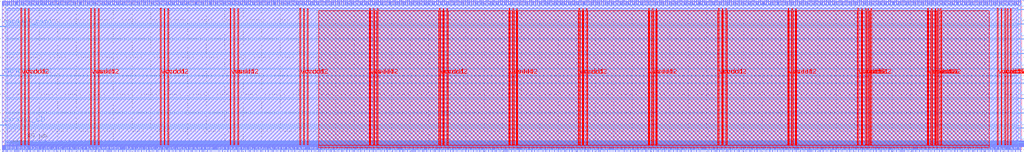
<source format=lef>
VERSION 5.7 ;
  NOWIREEXTENSIONATPIN ON ;
  DIVIDERCHAR "/" ;
  BUSBITCHARS "[]" ;
MACRO mgmt_protect
  CLASS BLOCK ;
  FOREIGN mgmt_protect ;
  ORIGIN 0.000 0.000 ;
  SIZE 1100.000 BY 160.000 ;
  PIN caravel_clk
    DIRECTION INPUT ;
    USE SIGNAL ;
    PORT
      LAYER met3 ;
        RECT -2.000 26.560 4.000 27.160 ;
    END
  END caravel_clk
  PIN caravel_clk2
    DIRECTION INPUT ;
    USE SIGNAL ;
    PORT
      LAYER met3 ;
        RECT -2.000 79.600 4.000 80.200 ;
    END
  END caravel_clk2
  PIN caravel_rstn
    DIRECTION INPUT ;
    USE SIGNAL ;
    PORT
      LAYER met3 ;
        RECT -2.000 132.640 4.000 133.240 ;
    END
  END caravel_rstn
  PIN la_data_in_core[0]
    DIRECTION OUTPUT TRISTATE ;
    USE SIGNAL ;
    PORT
      LAYER met2 ;
        RECT 236.990 156.000 237.270 162.000 ;
    END
  END la_data_in_core[0]
  PIN la_data_in_core[100]
    DIRECTION OUTPUT TRISTATE ;
    USE SIGNAL ;
    PORT
      LAYER met2 ;
        RECT 904.910 156.000 905.190 162.000 ;
    END
  END la_data_in_core[100]
  PIN la_data_in_core[101]
    DIRECTION OUTPUT TRISTATE ;
    USE SIGNAL ;
    PORT
      LAYER met2 ;
        RECT 911.350 156.000 911.630 162.000 ;
    END
  END la_data_in_core[101]
  PIN la_data_in_core[102]
    DIRECTION OUTPUT TRISTATE ;
    USE SIGNAL ;
    PORT
      LAYER met2 ;
        RECT 918.250 156.000 918.530 162.000 ;
    END
  END la_data_in_core[102]
  PIN la_data_in_core[103]
    DIRECTION OUTPUT TRISTATE ;
    USE SIGNAL ;
    PORT
      LAYER met2 ;
        RECT 924.690 156.000 924.970 162.000 ;
    END
  END la_data_in_core[103]
  PIN la_data_in_core[104]
    DIRECTION OUTPUT TRISTATE ;
    USE SIGNAL ;
    PORT
      LAYER met2 ;
        RECT 931.590 156.000 931.870 162.000 ;
    END
  END la_data_in_core[104]
  PIN la_data_in_core[105]
    DIRECTION OUTPUT TRISTATE ;
    USE SIGNAL ;
    PORT
      LAYER met2 ;
        RECT 938.030 156.000 938.310 162.000 ;
    END
  END la_data_in_core[105]
  PIN la_data_in_core[106]
    DIRECTION OUTPUT TRISTATE ;
    USE SIGNAL ;
    PORT
      LAYER met2 ;
        RECT 944.930 156.000 945.210 162.000 ;
    END
  END la_data_in_core[106]
  PIN la_data_in_core[107]
    DIRECTION OUTPUT TRISTATE ;
    USE SIGNAL ;
    PORT
      LAYER met2 ;
        RECT 951.370 156.000 951.650 162.000 ;
    END
  END la_data_in_core[107]
  PIN la_data_in_core[108]
    DIRECTION OUTPUT TRISTATE ;
    USE SIGNAL ;
    PORT
      LAYER met2 ;
        RECT 958.270 156.000 958.550 162.000 ;
    END
  END la_data_in_core[108]
  PIN la_data_in_core[109]
    DIRECTION OUTPUT TRISTATE ;
    USE SIGNAL ;
    PORT
      LAYER met2 ;
        RECT 964.710 156.000 964.990 162.000 ;
    END
  END la_data_in_core[109]
  PIN la_data_in_core[10]
    DIRECTION OUTPUT TRISTATE ;
    USE SIGNAL ;
    PORT
      LAYER met2 ;
        RECT 303.690 156.000 303.970 162.000 ;
    END
  END la_data_in_core[10]
  PIN la_data_in_core[110]
    DIRECTION OUTPUT TRISTATE ;
    USE SIGNAL ;
    PORT
      LAYER met2 ;
        RECT 971.610 156.000 971.890 162.000 ;
    END
  END la_data_in_core[110]
  PIN la_data_in_core[111]
    DIRECTION OUTPUT TRISTATE ;
    USE SIGNAL ;
    PORT
      LAYER met2 ;
        RECT 978.050 156.000 978.330 162.000 ;
    END
  END la_data_in_core[111]
  PIN la_data_in_core[112]
    DIRECTION OUTPUT TRISTATE ;
    USE SIGNAL ;
    PORT
      LAYER met2 ;
        RECT 984.950 156.000 985.230 162.000 ;
    END
  END la_data_in_core[112]
  PIN la_data_in_core[113]
    DIRECTION OUTPUT TRISTATE ;
    USE SIGNAL ;
    PORT
      LAYER met2 ;
        RECT 991.390 156.000 991.670 162.000 ;
    END
  END la_data_in_core[113]
  PIN la_data_in_core[114]
    DIRECTION OUTPUT TRISTATE ;
    USE SIGNAL ;
    PORT
      LAYER met2 ;
        RECT 998.290 156.000 998.570 162.000 ;
    END
  END la_data_in_core[114]
  PIN la_data_in_core[115]
    DIRECTION OUTPUT TRISTATE ;
    USE SIGNAL ;
    PORT
      LAYER met2 ;
        RECT 1004.730 156.000 1005.010 162.000 ;
    END
  END la_data_in_core[115]
  PIN la_data_in_core[116]
    DIRECTION OUTPUT TRISTATE ;
    USE SIGNAL ;
    PORT
      LAYER met2 ;
        RECT 1011.630 156.000 1011.910 162.000 ;
    END
  END la_data_in_core[116]
  PIN la_data_in_core[117]
    DIRECTION OUTPUT TRISTATE ;
    USE SIGNAL ;
    PORT
      LAYER met2 ;
        RECT 1018.070 156.000 1018.350 162.000 ;
    END
  END la_data_in_core[117]
  PIN la_data_in_core[118]
    DIRECTION OUTPUT TRISTATE ;
    USE SIGNAL ;
    PORT
      LAYER met2 ;
        RECT 1024.970 156.000 1025.250 162.000 ;
    END
  END la_data_in_core[118]
  PIN la_data_in_core[119]
    DIRECTION OUTPUT TRISTATE ;
    USE SIGNAL ;
    PORT
      LAYER met2 ;
        RECT 1031.410 156.000 1031.690 162.000 ;
    END
  END la_data_in_core[119]
  PIN la_data_in_core[11]
    DIRECTION OUTPUT TRISTATE ;
    USE SIGNAL ;
    PORT
      LAYER met2 ;
        RECT 310.130 156.000 310.410 162.000 ;
    END
  END la_data_in_core[11]
  PIN la_data_in_core[120]
    DIRECTION OUTPUT TRISTATE ;
    USE SIGNAL ;
    PORT
      LAYER met2 ;
        RECT 1038.310 156.000 1038.590 162.000 ;
    END
  END la_data_in_core[120]
  PIN la_data_in_core[121]
    DIRECTION OUTPUT TRISTATE ;
    USE SIGNAL ;
    PORT
      LAYER met2 ;
        RECT 1044.750 156.000 1045.030 162.000 ;
    END
  END la_data_in_core[121]
  PIN la_data_in_core[122]
    DIRECTION OUTPUT TRISTATE ;
    USE SIGNAL ;
    PORT
      LAYER met2 ;
        RECT 1051.650 156.000 1051.930 162.000 ;
    END
  END la_data_in_core[122]
  PIN la_data_in_core[123]
    DIRECTION OUTPUT TRISTATE ;
    USE SIGNAL ;
    PORT
      LAYER met2 ;
        RECT 1058.550 156.000 1058.830 162.000 ;
    END
  END la_data_in_core[123]
  PIN la_data_in_core[124]
    DIRECTION OUTPUT TRISTATE ;
    USE SIGNAL ;
    PORT
      LAYER met2 ;
        RECT 1064.990 156.000 1065.270 162.000 ;
    END
  END la_data_in_core[124]
  PIN la_data_in_core[125]
    DIRECTION OUTPUT TRISTATE ;
    USE SIGNAL ;
    PORT
      LAYER met2 ;
        RECT 1071.890 156.000 1072.170 162.000 ;
    END
  END la_data_in_core[125]
  PIN la_data_in_core[126]
    DIRECTION OUTPUT TRISTATE ;
    USE SIGNAL ;
    PORT
      LAYER met2 ;
        RECT 1078.330 156.000 1078.610 162.000 ;
    END
  END la_data_in_core[126]
  PIN la_data_in_core[127]
    DIRECTION OUTPUT TRISTATE ;
    USE SIGNAL ;
    PORT
      LAYER met2 ;
        RECT 1085.230 156.000 1085.510 162.000 ;
    END
  END la_data_in_core[127]
  PIN la_data_in_core[12]
    DIRECTION OUTPUT TRISTATE ;
    USE SIGNAL ;
    PORT
      LAYER met2 ;
        RECT 317.030 156.000 317.310 162.000 ;
    END
  END la_data_in_core[12]
  PIN la_data_in_core[13]
    DIRECTION OUTPUT TRISTATE ;
    USE SIGNAL ;
    PORT
      LAYER met2 ;
        RECT 323.470 156.000 323.750 162.000 ;
    END
  END la_data_in_core[13]
  PIN la_data_in_core[14]
    DIRECTION OUTPUT TRISTATE ;
    USE SIGNAL ;
    PORT
      LAYER met2 ;
        RECT 330.370 156.000 330.650 162.000 ;
    END
  END la_data_in_core[14]
  PIN la_data_in_core[15]
    DIRECTION OUTPUT TRISTATE ;
    USE SIGNAL ;
    PORT
      LAYER met2 ;
        RECT 336.810 156.000 337.090 162.000 ;
    END
  END la_data_in_core[15]
  PIN la_data_in_core[16]
    DIRECTION OUTPUT TRISTATE ;
    USE SIGNAL ;
    PORT
      LAYER met2 ;
        RECT 343.710 156.000 343.990 162.000 ;
    END
  END la_data_in_core[16]
  PIN la_data_in_core[17]
    DIRECTION OUTPUT TRISTATE ;
    USE SIGNAL ;
    PORT
      LAYER met2 ;
        RECT 350.150 156.000 350.430 162.000 ;
    END
  END la_data_in_core[17]
  PIN la_data_in_core[18]
    DIRECTION OUTPUT TRISTATE ;
    USE SIGNAL ;
    PORT
      LAYER met2 ;
        RECT 357.050 156.000 357.330 162.000 ;
    END
  END la_data_in_core[18]
  PIN la_data_in_core[19]
    DIRECTION OUTPUT TRISTATE ;
    USE SIGNAL ;
    PORT
      LAYER met2 ;
        RECT 363.490 156.000 363.770 162.000 ;
    END
  END la_data_in_core[19]
  PIN la_data_in_core[1]
    DIRECTION OUTPUT TRISTATE ;
    USE SIGNAL ;
    PORT
      LAYER met2 ;
        RECT 243.430 156.000 243.710 162.000 ;
    END
  END la_data_in_core[1]
  PIN la_data_in_core[20]
    DIRECTION OUTPUT TRISTATE ;
    USE SIGNAL ;
    PORT
      LAYER met2 ;
        RECT 370.390 156.000 370.670 162.000 ;
    END
  END la_data_in_core[20]
  PIN la_data_in_core[21]
    DIRECTION OUTPUT TRISTATE ;
    USE SIGNAL ;
    PORT
      LAYER met2 ;
        RECT 376.830 156.000 377.110 162.000 ;
    END
  END la_data_in_core[21]
  PIN la_data_in_core[22]
    DIRECTION OUTPUT TRISTATE ;
    USE SIGNAL ;
    PORT
      LAYER met2 ;
        RECT 383.730 156.000 384.010 162.000 ;
    END
  END la_data_in_core[22]
  PIN la_data_in_core[23]
    DIRECTION OUTPUT TRISTATE ;
    USE SIGNAL ;
    PORT
      LAYER met2 ;
        RECT 390.630 156.000 390.910 162.000 ;
    END
  END la_data_in_core[23]
  PIN la_data_in_core[24]
    DIRECTION OUTPUT TRISTATE ;
    USE SIGNAL ;
    PORT
      LAYER met2 ;
        RECT 397.070 156.000 397.350 162.000 ;
    END
  END la_data_in_core[24]
  PIN la_data_in_core[25]
    DIRECTION OUTPUT TRISTATE ;
    USE SIGNAL ;
    PORT
      LAYER met2 ;
        RECT 403.970 156.000 404.250 162.000 ;
    END
  END la_data_in_core[25]
  PIN la_data_in_core[26]
    DIRECTION OUTPUT TRISTATE ;
    USE SIGNAL ;
    PORT
      LAYER met2 ;
        RECT 410.410 156.000 410.690 162.000 ;
    END
  END la_data_in_core[26]
  PIN la_data_in_core[27]
    DIRECTION OUTPUT TRISTATE ;
    USE SIGNAL ;
    PORT
      LAYER met2 ;
        RECT 417.310 156.000 417.590 162.000 ;
    END
  END la_data_in_core[27]
  PIN la_data_in_core[28]
    DIRECTION OUTPUT TRISTATE ;
    USE SIGNAL ;
    PORT
      LAYER met2 ;
        RECT 423.750 156.000 424.030 162.000 ;
    END
  END la_data_in_core[28]
  PIN la_data_in_core[29]
    DIRECTION OUTPUT TRISTATE ;
    USE SIGNAL ;
    PORT
      LAYER met2 ;
        RECT 430.650 156.000 430.930 162.000 ;
    END
  END la_data_in_core[29]
  PIN la_data_in_core[2]
    DIRECTION OUTPUT TRISTATE ;
    USE SIGNAL ;
    PORT
      LAYER met2 ;
        RECT 250.330 156.000 250.610 162.000 ;
    END
  END la_data_in_core[2]
  PIN la_data_in_core[30]
    DIRECTION OUTPUT TRISTATE ;
    USE SIGNAL ;
    PORT
      LAYER met2 ;
        RECT 437.090 156.000 437.370 162.000 ;
    END
  END la_data_in_core[30]
  PIN la_data_in_core[31]
    DIRECTION OUTPUT TRISTATE ;
    USE SIGNAL ;
    PORT
      LAYER met2 ;
        RECT 443.990 156.000 444.270 162.000 ;
    END
  END la_data_in_core[31]
  PIN la_data_in_core[32]
    DIRECTION OUTPUT TRISTATE ;
    USE SIGNAL ;
    PORT
      LAYER met2 ;
        RECT 450.430 156.000 450.710 162.000 ;
    END
  END la_data_in_core[32]
  PIN la_data_in_core[33]
    DIRECTION OUTPUT TRISTATE ;
    USE SIGNAL ;
    PORT
      LAYER met2 ;
        RECT 457.330 156.000 457.610 162.000 ;
    END
  END la_data_in_core[33]
  PIN la_data_in_core[34]
    DIRECTION OUTPUT TRISTATE ;
    USE SIGNAL ;
    PORT
      LAYER met2 ;
        RECT 463.770 156.000 464.050 162.000 ;
    END
  END la_data_in_core[34]
  PIN la_data_in_core[35]
    DIRECTION OUTPUT TRISTATE ;
    USE SIGNAL ;
    PORT
      LAYER met2 ;
        RECT 470.670 156.000 470.950 162.000 ;
    END
  END la_data_in_core[35]
  PIN la_data_in_core[36]
    DIRECTION OUTPUT TRISTATE ;
    USE SIGNAL ;
    PORT
      LAYER met2 ;
        RECT 477.110 156.000 477.390 162.000 ;
    END
  END la_data_in_core[36]
  PIN la_data_in_core[37]
    DIRECTION OUTPUT TRISTATE ;
    USE SIGNAL ;
    PORT
      LAYER met2 ;
        RECT 484.010 156.000 484.290 162.000 ;
    END
  END la_data_in_core[37]
  PIN la_data_in_core[38]
    DIRECTION OUTPUT TRISTATE ;
    USE SIGNAL ;
    PORT
      LAYER met2 ;
        RECT 490.450 156.000 490.730 162.000 ;
    END
  END la_data_in_core[38]
  PIN la_data_in_core[39]
    DIRECTION OUTPUT TRISTATE ;
    USE SIGNAL ;
    PORT
      LAYER met2 ;
        RECT 497.350 156.000 497.630 162.000 ;
    END
  END la_data_in_core[39]
  PIN la_data_in_core[3]
    DIRECTION OUTPUT TRISTATE ;
    USE SIGNAL ;
    PORT
      LAYER met2 ;
        RECT 256.770 156.000 257.050 162.000 ;
    END
  END la_data_in_core[3]
  PIN la_data_in_core[40]
    DIRECTION OUTPUT TRISTATE ;
    USE SIGNAL ;
    PORT
      LAYER met2 ;
        RECT 503.790 156.000 504.070 162.000 ;
    END
  END la_data_in_core[40]
  PIN la_data_in_core[41]
    DIRECTION OUTPUT TRISTATE ;
    USE SIGNAL ;
    PORT
      LAYER met2 ;
        RECT 510.690 156.000 510.970 162.000 ;
    END
  END la_data_in_core[41]
  PIN la_data_in_core[42]
    DIRECTION OUTPUT TRISTATE ;
    USE SIGNAL ;
    PORT
      LAYER met2 ;
        RECT 517.130 156.000 517.410 162.000 ;
    END
  END la_data_in_core[42]
  PIN la_data_in_core[43]
    DIRECTION OUTPUT TRISTATE ;
    USE SIGNAL ;
    PORT
      LAYER met2 ;
        RECT 524.030 156.000 524.310 162.000 ;
    END
  END la_data_in_core[43]
  PIN la_data_in_core[44]
    DIRECTION OUTPUT TRISTATE ;
    USE SIGNAL ;
    PORT
      LAYER met2 ;
        RECT 530.470 156.000 530.750 162.000 ;
    END
  END la_data_in_core[44]
  PIN la_data_in_core[45]
    DIRECTION OUTPUT TRISTATE ;
    USE SIGNAL ;
    PORT
      LAYER met2 ;
        RECT 537.370 156.000 537.650 162.000 ;
    END
  END la_data_in_core[45]
  PIN la_data_in_core[46]
    DIRECTION OUTPUT TRISTATE ;
    USE SIGNAL ;
    PORT
      LAYER met2 ;
        RECT 543.810 156.000 544.090 162.000 ;
    END
  END la_data_in_core[46]
  PIN la_data_in_core[47]
    DIRECTION OUTPUT TRISTATE ;
    USE SIGNAL ;
    PORT
      LAYER met2 ;
        RECT 550.710 156.000 550.990 162.000 ;
    END
  END la_data_in_core[47]
  PIN la_data_in_core[48]
    DIRECTION OUTPUT TRISTATE ;
    USE SIGNAL ;
    PORT
      LAYER met2 ;
        RECT 557.610 156.000 557.890 162.000 ;
    END
  END la_data_in_core[48]
  PIN la_data_in_core[49]
    DIRECTION OUTPUT TRISTATE ;
    USE SIGNAL ;
    PORT
      LAYER met2 ;
        RECT 564.050 156.000 564.330 162.000 ;
    END
  END la_data_in_core[49]
  PIN la_data_in_core[4]
    DIRECTION OUTPUT TRISTATE ;
    USE SIGNAL ;
    PORT
      LAYER met2 ;
        RECT 263.670 156.000 263.950 162.000 ;
    END
  END la_data_in_core[4]
  PIN la_data_in_core[50]
    DIRECTION OUTPUT TRISTATE ;
    USE SIGNAL ;
    PORT
      LAYER met2 ;
        RECT 570.950 156.000 571.230 162.000 ;
    END
  END la_data_in_core[50]
  PIN la_data_in_core[51]
    DIRECTION OUTPUT TRISTATE ;
    USE SIGNAL ;
    PORT
      LAYER met2 ;
        RECT 577.390 156.000 577.670 162.000 ;
    END
  END la_data_in_core[51]
  PIN la_data_in_core[52]
    DIRECTION OUTPUT TRISTATE ;
    USE SIGNAL ;
    PORT
      LAYER met2 ;
        RECT 584.290 156.000 584.570 162.000 ;
    END
  END la_data_in_core[52]
  PIN la_data_in_core[53]
    DIRECTION OUTPUT TRISTATE ;
    USE SIGNAL ;
    PORT
      LAYER met2 ;
        RECT 590.730 156.000 591.010 162.000 ;
    END
  END la_data_in_core[53]
  PIN la_data_in_core[54]
    DIRECTION OUTPUT TRISTATE ;
    USE SIGNAL ;
    PORT
      LAYER met2 ;
        RECT 597.630 156.000 597.910 162.000 ;
    END
  END la_data_in_core[54]
  PIN la_data_in_core[55]
    DIRECTION OUTPUT TRISTATE ;
    USE SIGNAL ;
    PORT
      LAYER met2 ;
        RECT 604.070 156.000 604.350 162.000 ;
    END
  END la_data_in_core[55]
  PIN la_data_in_core[56]
    DIRECTION OUTPUT TRISTATE ;
    USE SIGNAL ;
    PORT
      LAYER met2 ;
        RECT 610.970 156.000 611.250 162.000 ;
    END
  END la_data_in_core[56]
  PIN la_data_in_core[57]
    DIRECTION OUTPUT TRISTATE ;
    USE SIGNAL ;
    PORT
      LAYER met2 ;
        RECT 617.410 156.000 617.690 162.000 ;
    END
  END la_data_in_core[57]
  PIN la_data_in_core[58]
    DIRECTION OUTPUT TRISTATE ;
    USE SIGNAL ;
    PORT
      LAYER met2 ;
        RECT 624.310 156.000 624.590 162.000 ;
    END
  END la_data_in_core[58]
  PIN la_data_in_core[59]
    DIRECTION OUTPUT TRISTATE ;
    USE SIGNAL ;
    PORT
      LAYER met2 ;
        RECT 630.750 156.000 631.030 162.000 ;
    END
  END la_data_in_core[59]
  PIN la_data_in_core[5]
    DIRECTION OUTPUT TRISTATE ;
    USE SIGNAL ;
    PORT
      LAYER met2 ;
        RECT 270.110 156.000 270.390 162.000 ;
    END
  END la_data_in_core[5]
  PIN la_data_in_core[60]
    DIRECTION OUTPUT TRISTATE ;
    USE SIGNAL ;
    PORT
      LAYER met2 ;
        RECT 637.650 156.000 637.930 162.000 ;
    END
  END la_data_in_core[60]
  PIN la_data_in_core[61]
    DIRECTION OUTPUT TRISTATE ;
    USE SIGNAL ;
    PORT
      LAYER met2 ;
        RECT 644.090 156.000 644.370 162.000 ;
    END
  END la_data_in_core[61]
  PIN la_data_in_core[62]
    DIRECTION OUTPUT TRISTATE ;
    USE SIGNAL ;
    PORT
      LAYER met2 ;
        RECT 650.990 156.000 651.270 162.000 ;
    END
  END la_data_in_core[62]
  PIN la_data_in_core[63]
    DIRECTION OUTPUT TRISTATE ;
    USE SIGNAL ;
    PORT
      LAYER met2 ;
        RECT 657.430 156.000 657.710 162.000 ;
    END
  END la_data_in_core[63]
  PIN la_data_in_core[64]
    DIRECTION OUTPUT TRISTATE ;
    USE SIGNAL ;
    PORT
      LAYER met2 ;
        RECT 664.330 156.000 664.610 162.000 ;
    END
  END la_data_in_core[64]
  PIN la_data_in_core[65]
    DIRECTION OUTPUT TRISTATE ;
    USE SIGNAL ;
    PORT
      LAYER met2 ;
        RECT 670.770 156.000 671.050 162.000 ;
    END
  END la_data_in_core[65]
  PIN la_data_in_core[66]
    DIRECTION OUTPUT TRISTATE ;
    USE SIGNAL ;
    PORT
      LAYER met2 ;
        RECT 677.670 156.000 677.950 162.000 ;
    END
  END la_data_in_core[66]
  PIN la_data_in_core[67]
    DIRECTION OUTPUT TRISTATE ;
    USE SIGNAL ;
    PORT
      LAYER met2 ;
        RECT 684.110 156.000 684.390 162.000 ;
    END
  END la_data_in_core[67]
  PIN la_data_in_core[68]
    DIRECTION OUTPUT TRISTATE ;
    USE SIGNAL ;
    PORT
      LAYER met2 ;
        RECT 691.010 156.000 691.290 162.000 ;
    END
  END la_data_in_core[68]
  PIN la_data_in_core[69]
    DIRECTION OUTPUT TRISTATE ;
    USE SIGNAL ;
    PORT
      LAYER met2 ;
        RECT 697.450 156.000 697.730 162.000 ;
    END
  END la_data_in_core[69]
  PIN la_data_in_core[6]
    DIRECTION OUTPUT TRISTATE ;
    USE SIGNAL ;
    PORT
      LAYER met2 ;
        RECT 277.010 156.000 277.290 162.000 ;
    END
  END la_data_in_core[6]
  PIN la_data_in_core[70]
    DIRECTION OUTPUT TRISTATE ;
    USE SIGNAL ;
    PORT
      LAYER met2 ;
        RECT 704.350 156.000 704.630 162.000 ;
    END
  END la_data_in_core[70]
  PIN la_data_in_core[71]
    DIRECTION OUTPUT TRISTATE ;
    USE SIGNAL ;
    PORT
      LAYER met2 ;
        RECT 710.790 156.000 711.070 162.000 ;
    END
  END la_data_in_core[71]
  PIN la_data_in_core[72]
    DIRECTION OUTPUT TRISTATE ;
    USE SIGNAL ;
    PORT
      LAYER met2 ;
        RECT 717.690 156.000 717.970 162.000 ;
    END
  END la_data_in_core[72]
  PIN la_data_in_core[73]
    DIRECTION OUTPUT TRISTATE ;
    USE SIGNAL ;
    PORT
      LAYER met2 ;
        RECT 724.590 156.000 724.870 162.000 ;
    END
  END la_data_in_core[73]
  PIN la_data_in_core[74]
    DIRECTION OUTPUT TRISTATE ;
    USE SIGNAL ;
    PORT
      LAYER met2 ;
        RECT 731.030 156.000 731.310 162.000 ;
    END
  END la_data_in_core[74]
  PIN la_data_in_core[75]
    DIRECTION OUTPUT TRISTATE ;
    USE SIGNAL ;
    PORT
      LAYER met2 ;
        RECT 737.930 156.000 738.210 162.000 ;
    END
  END la_data_in_core[75]
  PIN la_data_in_core[76]
    DIRECTION OUTPUT TRISTATE ;
    USE SIGNAL ;
    PORT
      LAYER met2 ;
        RECT 744.370 156.000 744.650 162.000 ;
    END
  END la_data_in_core[76]
  PIN la_data_in_core[77]
    DIRECTION OUTPUT TRISTATE ;
    USE SIGNAL ;
    PORT
      LAYER met2 ;
        RECT 751.270 156.000 751.550 162.000 ;
    END
  END la_data_in_core[77]
  PIN la_data_in_core[78]
    DIRECTION OUTPUT TRISTATE ;
    USE SIGNAL ;
    PORT
      LAYER met2 ;
        RECT 757.710 156.000 757.990 162.000 ;
    END
  END la_data_in_core[78]
  PIN la_data_in_core[79]
    DIRECTION OUTPUT TRISTATE ;
    USE SIGNAL ;
    PORT
      LAYER met2 ;
        RECT 764.610 156.000 764.890 162.000 ;
    END
  END la_data_in_core[79]
  PIN la_data_in_core[7]
    DIRECTION OUTPUT TRISTATE ;
    USE SIGNAL ;
    PORT
      LAYER met2 ;
        RECT 283.450 156.000 283.730 162.000 ;
    END
  END la_data_in_core[7]
  PIN la_data_in_core[80]
    DIRECTION OUTPUT TRISTATE ;
    USE SIGNAL ;
    PORT
      LAYER met2 ;
        RECT 771.050 156.000 771.330 162.000 ;
    END
  END la_data_in_core[80]
  PIN la_data_in_core[81]
    DIRECTION OUTPUT TRISTATE ;
    USE SIGNAL ;
    PORT
      LAYER met2 ;
        RECT 777.950 156.000 778.230 162.000 ;
    END
  END la_data_in_core[81]
  PIN la_data_in_core[82]
    DIRECTION OUTPUT TRISTATE ;
    USE SIGNAL ;
    PORT
      LAYER met2 ;
        RECT 784.390 156.000 784.670 162.000 ;
    END
  END la_data_in_core[82]
  PIN la_data_in_core[83]
    DIRECTION OUTPUT TRISTATE ;
    USE SIGNAL ;
    PORT
      LAYER met2 ;
        RECT 791.290 156.000 791.570 162.000 ;
    END
  END la_data_in_core[83]
  PIN la_data_in_core[84]
    DIRECTION OUTPUT TRISTATE ;
    USE SIGNAL ;
    PORT
      LAYER met2 ;
        RECT 797.730 156.000 798.010 162.000 ;
    END
  END la_data_in_core[84]
  PIN la_data_in_core[85]
    DIRECTION OUTPUT TRISTATE ;
    USE SIGNAL ;
    PORT
      LAYER met2 ;
        RECT 804.630 156.000 804.910 162.000 ;
    END
  END la_data_in_core[85]
  PIN la_data_in_core[86]
    DIRECTION OUTPUT TRISTATE ;
    USE SIGNAL ;
    PORT
      LAYER met2 ;
        RECT 811.070 156.000 811.350 162.000 ;
    END
  END la_data_in_core[86]
  PIN la_data_in_core[87]
    DIRECTION OUTPUT TRISTATE ;
    USE SIGNAL ;
    PORT
      LAYER met2 ;
        RECT 817.970 156.000 818.250 162.000 ;
    END
  END la_data_in_core[87]
  PIN la_data_in_core[88]
    DIRECTION OUTPUT TRISTATE ;
    USE SIGNAL ;
    PORT
      LAYER met2 ;
        RECT 824.410 156.000 824.690 162.000 ;
    END
  END la_data_in_core[88]
  PIN la_data_in_core[89]
    DIRECTION OUTPUT TRISTATE ;
    USE SIGNAL ;
    PORT
      LAYER met2 ;
        RECT 831.310 156.000 831.590 162.000 ;
    END
  END la_data_in_core[89]
  PIN la_data_in_core[8]
    DIRECTION OUTPUT TRISTATE ;
    USE SIGNAL ;
    PORT
      LAYER met2 ;
        RECT 290.350 156.000 290.630 162.000 ;
    END
  END la_data_in_core[8]
  PIN la_data_in_core[90]
    DIRECTION OUTPUT TRISTATE ;
    USE SIGNAL ;
    PORT
      LAYER met2 ;
        RECT 837.750 156.000 838.030 162.000 ;
    END
  END la_data_in_core[90]
  PIN la_data_in_core[91]
    DIRECTION OUTPUT TRISTATE ;
    USE SIGNAL ;
    PORT
      LAYER met2 ;
        RECT 844.650 156.000 844.930 162.000 ;
    END
  END la_data_in_core[91]
  PIN la_data_in_core[92]
    DIRECTION OUTPUT TRISTATE ;
    USE SIGNAL ;
    PORT
      LAYER met2 ;
        RECT 851.090 156.000 851.370 162.000 ;
    END
  END la_data_in_core[92]
  PIN la_data_in_core[93]
    DIRECTION OUTPUT TRISTATE ;
    USE SIGNAL ;
    PORT
      LAYER met2 ;
        RECT 857.990 156.000 858.270 162.000 ;
    END
  END la_data_in_core[93]
  PIN la_data_in_core[94]
    DIRECTION OUTPUT TRISTATE ;
    USE SIGNAL ;
    PORT
      LAYER met2 ;
        RECT 864.430 156.000 864.710 162.000 ;
    END
  END la_data_in_core[94]
  PIN la_data_in_core[95]
    DIRECTION OUTPUT TRISTATE ;
    USE SIGNAL ;
    PORT
      LAYER met2 ;
        RECT 871.330 156.000 871.610 162.000 ;
    END
  END la_data_in_core[95]
  PIN la_data_in_core[96]
    DIRECTION OUTPUT TRISTATE ;
    USE SIGNAL ;
    PORT
      LAYER met2 ;
        RECT 877.770 156.000 878.050 162.000 ;
    END
  END la_data_in_core[96]
  PIN la_data_in_core[97]
    DIRECTION OUTPUT TRISTATE ;
    USE SIGNAL ;
    PORT
      LAYER met2 ;
        RECT 884.670 156.000 884.950 162.000 ;
    END
  END la_data_in_core[97]
  PIN la_data_in_core[98]
    DIRECTION OUTPUT TRISTATE ;
    USE SIGNAL ;
    PORT
      LAYER met2 ;
        RECT 891.570 156.000 891.850 162.000 ;
    END
  END la_data_in_core[98]
  PIN la_data_in_core[99]
    DIRECTION OUTPUT TRISTATE ;
    USE SIGNAL ;
    PORT
      LAYER met2 ;
        RECT 898.010 156.000 898.290 162.000 ;
    END
  END la_data_in_core[99]
  PIN la_data_in_core[9]
    DIRECTION OUTPUT TRISTATE ;
    USE SIGNAL ;
    PORT
      LAYER met2 ;
        RECT 296.790 156.000 297.070 162.000 ;
    END
  END la_data_in_core[9]
  PIN la_data_in_mprj[0]
    DIRECTION OUTPUT TRISTATE ;
    USE SIGNAL ;
    PORT
      LAYER met2 ;
        RECT 0.550 -2.000 0.830 4.000 ;
    END
  END la_data_in_mprj[0]
  PIN la_data_in_mprj[100]
    DIRECTION OUTPUT TRISTATE ;
    USE SIGNAL ;
    PORT
      LAYER met2 ;
        RECT 713.550 -2.000 713.830 4.000 ;
    END
  END la_data_in_mprj[100]
  PIN la_data_in_mprj[101]
    DIRECTION OUTPUT TRISTATE ;
    USE SIGNAL ;
    PORT
      LAYER met2 ;
        RECT 720.450 -2.000 720.730 4.000 ;
    END
  END la_data_in_mprj[101]
  PIN la_data_in_mprj[102]
    DIRECTION OUTPUT TRISTATE ;
    USE SIGNAL ;
    PORT
      LAYER met2 ;
        RECT 727.810 -2.000 728.090 4.000 ;
    END
  END la_data_in_mprj[102]
  PIN la_data_in_mprj[103]
    DIRECTION OUTPUT TRISTATE ;
    USE SIGNAL ;
    PORT
      LAYER met2 ;
        RECT 734.710 -2.000 734.990 4.000 ;
    END
  END la_data_in_mprj[103]
  PIN la_data_in_mprj[104]
    DIRECTION OUTPUT TRISTATE ;
    USE SIGNAL ;
    PORT
      LAYER met2 ;
        RECT 742.070 -2.000 742.350 4.000 ;
    END
  END la_data_in_mprj[104]
  PIN la_data_in_mprj[105]
    DIRECTION OUTPUT TRISTATE ;
    USE SIGNAL ;
    PORT
      LAYER met2 ;
        RECT 748.970 -2.000 749.250 4.000 ;
    END
  END la_data_in_mprj[105]
  PIN la_data_in_mprj[106]
    DIRECTION OUTPUT TRISTATE ;
    USE SIGNAL ;
    PORT
      LAYER met2 ;
        RECT 756.330 -2.000 756.610 4.000 ;
    END
  END la_data_in_mprj[106]
  PIN la_data_in_mprj[107]
    DIRECTION OUTPUT TRISTATE ;
    USE SIGNAL ;
    PORT
      LAYER met2 ;
        RECT 763.230 -2.000 763.510 4.000 ;
    END
  END la_data_in_mprj[107]
  PIN la_data_in_mprj[108]
    DIRECTION OUTPUT TRISTATE ;
    USE SIGNAL ;
    PORT
      LAYER met2 ;
        RECT 770.590 -2.000 770.870 4.000 ;
    END
  END la_data_in_mprj[108]
  PIN la_data_in_mprj[109]
    DIRECTION OUTPUT TRISTATE ;
    USE SIGNAL ;
    PORT
      LAYER met2 ;
        RECT 777.490 -2.000 777.770 4.000 ;
    END
  END la_data_in_mprj[109]
  PIN la_data_in_mprj[10]
    DIRECTION OUTPUT TRISTATE ;
    USE SIGNAL ;
    PORT
      LAYER met2 ;
        RECT 71.850 -2.000 72.130 4.000 ;
    END
  END la_data_in_mprj[10]
  PIN la_data_in_mprj[110]
    DIRECTION OUTPUT TRISTATE ;
    USE SIGNAL ;
    PORT
      LAYER met2 ;
        RECT 784.850 -2.000 785.130 4.000 ;
    END
  END la_data_in_mprj[110]
  PIN la_data_in_mprj[111]
    DIRECTION OUTPUT TRISTATE ;
    USE SIGNAL ;
    PORT
      LAYER met2 ;
        RECT 791.750 -2.000 792.030 4.000 ;
    END
  END la_data_in_mprj[111]
  PIN la_data_in_mprj[112]
    DIRECTION OUTPUT TRISTATE ;
    USE SIGNAL ;
    PORT
      LAYER met2 ;
        RECT 799.110 -2.000 799.390 4.000 ;
    END
  END la_data_in_mprj[112]
  PIN la_data_in_mprj[113]
    DIRECTION OUTPUT TRISTATE ;
    USE SIGNAL ;
    PORT
      LAYER met2 ;
        RECT 806.010 -2.000 806.290 4.000 ;
    END
  END la_data_in_mprj[113]
  PIN la_data_in_mprj[114]
    DIRECTION OUTPUT TRISTATE ;
    USE SIGNAL ;
    PORT
      LAYER met2 ;
        RECT 813.370 -2.000 813.650 4.000 ;
    END
  END la_data_in_mprj[114]
  PIN la_data_in_mprj[115]
    DIRECTION OUTPUT TRISTATE ;
    USE SIGNAL ;
    PORT
      LAYER met2 ;
        RECT 820.270 -2.000 820.550 4.000 ;
    END
  END la_data_in_mprj[115]
  PIN la_data_in_mprj[116]
    DIRECTION OUTPUT TRISTATE ;
    USE SIGNAL ;
    PORT
      LAYER met2 ;
        RECT 827.630 -2.000 827.910 4.000 ;
    END
  END la_data_in_mprj[116]
  PIN la_data_in_mprj[117]
    DIRECTION OUTPUT TRISTATE ;
    USE SIGNAL ;
    PORT
      LAYER met2 ;
        RECT 834.530 -2.000 834.810 4.000 ;
    END
  END la_data_in_mprj[117]
  PIN la_data_in_mprj[118]
    DIRECTION OUTPUT TRISTATE ;
    USE SIGNAL ;
    PORT
      LAYER met2 ;
        RECT 841.890 -2.000 842.170 4.000 ;
    END
  END la_data_in_mprj[118]
  PIN la_data_in_mprj[119]
    DIRECTION OUTPUT TRISTATE ;
    USE SIGNAL ;
    PORT
      LAYER met2 ;
        RECT 848.790 -2.000 849.070 4.000 ;
    END
  END la_data_in_mprj[119]
  PIN la_data_in_mprj[11]
    DIRECTION OUTPUT TRISTATE ;
    USE SIGNAL ;
    PORT
      LAYER met2 ;
        RECT 78.750 -2.000 79.030 4.000 ;
    END
  END la_data_in_mprj[11]
  PIN la_data_in_mprj[120]
    DIRECTION OUTPUT TRISTATE ;
    USE SIGNAL ;
    PORT
      LAYER met2 ;
        RECT 856.150 -2.000 856.430 4.000 ;
    END
  END la_data_in_mprj[120]
  PIN la_data_in_mprj[121]
    DIRECTION OUTPUT TRISTATE ;
    USE SIGNAL ;
    PORT
      LAYER met2 ;
        RECT 863.050 -2.000 863.330 4.000 ;
    END
  END la_data_in_mprj[121]
  PIN la_data_in_mprj[122]
    DIRECTION OUTPUT TRISTATE ;
    USE SIGNAL ;
    PORT
      LAYER met2 ;
        RECT 870.410 -2.000 870.690 4.000 ;
    END
  END la_data_in_mprj[122]
  PIN la_data_in_mprj[123]
    DIRECTION OUTPUT TRISTATE ;
    USE SIGNAL ;
    PORT
      LAYER met2 ;
        RECT 877.310 -2.000 877.590 4.000 ;
    END
  END la_data_in_mprj[123]
  PIN la_data_in_mprj[124]
    DIRECTION OUTPUT TRISTATE ;
    USE SIGNAL ;
    PORT
      LAYER met2 ;
        RECT 884.670 -2.000 884.950 4.000 ;
    END
  END la_data_in_mprj[124]
  PIN la_data_in_mprj[125]
    DIRECTION OUTPUT TRISTATE ;
    USE SIGNAL ;
    PORT
      LAYER met2 ;
        RECT 891.570 -2.000 891.850 4.000 ;
    END
  END la_data_in_mprj[125]
  PIN la_data_in_mprj[126]
    DIRECTION OUTPUT TRISTATE ;
    USE SIGNAL ;
    PORT
      LAYER met2 ;
        RECT 898.930 -2.000 899.210 4.000 ;
    END
  END la_data_in_mprj[126]
  PIN la_data_in_mprj[127]
    DIRECTION OUTPUT TRISTATE ;
    USE SIGNAL ;
    PORT
      LAYER met2 ;
        RECT 905.830 -2.000 906.110 4.000 ;
    END
  END la_data_in_mprj[127]
  PIN la_data_in_mprj[12]
    DIRECTION OUTPUT TRISTATE ;
    USE SIGNAL ;
    PORT
      LAYER met2 ;
        RECT 86.110 -2.000 86.390 4.000 ;
    END
  END la_data_in_mprj[12]
  PIN la_data_in_mprj[13]
    DIRECTION OUTPUT TRISTATE ;
    USE SIGNAL ;
    PORT
      LAYER met2 ;
        RECT 93.010 -2.000 93.290 4.000 ;
    END
  END la_data_in_mprj[13]
  PIN la_data_in_mprj[14]
    DIRECTION OUTPUT TRISTATE ;
    USE SIGNAL ;
    PORT
      LAYER met2 ;
        RECT 100.370 -2.000 100.650 4.000 ;
    END
  END la_data_in_mprj[14]
  PIN la_data_in_mprj[15]
    DIRECTION OUTPUT TRISTATE ;
    USE SIGNAL ;
    PORT
      LAYER met2 ;
        RECT 107.270 -2.000 107.550 4.000 ;
    END
  END la_data_in_mprj[15]
  PIN la_data_in_mprj[16]
    DIRECTION OUTPUT TRISTATE ;
    USE SIGNAL ;
    PORT
      LAYER met2 ;
        RECT 114.630 -2.000 114.910 4.000 ;
    END
  END la_data_in_mprj[16]
  PIN la_data_in_mprj[17]
    DIRECTION OUTPUT TRISTATE ;
    USE SIGNAL ;
    PORT
      LAYER met2 ;
        RECT 121.530 -2.000 121.810 4.000 ;
    END
  END la_data_in_mprj[17]
  PIN la_data_in_mprj[18]
    DIRECTION OUTPUT TRISTATE ;
    USE SIGNAL ;
    PORT
      LAYER met2 ;
        RECT 128.890 -2.000 129.170 4.000 ;
    END
  END la_data_in_mprj[18]
  PIN la_data_in_mprj[19]
    DIRECTION OUTPUT TRISTATE ;
    USE SIGNAL ;
    PORT
      LAYER met2 ;
        RECT 135.790 -2.000 136.070 4.000 ;
    END
  END la_data_in_mprj[19]
  PIN la_data_in_mprj[1]
    DIRECTION OUTPUT TRISTATE ;
    USE SIGNAL ;
    PORT
      LAYER met2 ;
        RECT 7.450 -2.000 7.730 4.000 ;
    END
  END la_data_in_mprj[1]
  PIN la_data_in_mprj[20]
    DIRECTION OUTPUT TRISTATE ;
    USE SIGNAL ;
    PORT
      LAYER met2 ;
        RECT 143.150 -2.000 143.430 4.000 ;
    END
  END la_data_in_mprj[20]
  PIN la_data_in_mprj[21]
    DIRECTION OUTPUT TRISTATE ;
    USE SIGNAL ;
    PORT
      LAYER met2 ;
        RECT 150.050 -2.000 150.330 4.000 ;
    END
  END la_data_in_mprj[21]
  PIN la_data_in_mprj[22]
    DIRECTION OUTPUT TRISTATE ;
    USE SIGNAL ;
    PORT
      LAYER met2 ;
        RECT 157.410 -2.000 157.690 4.000 ;
    END
  END la_data_in_mprj[22]
  PIN la_data_in_mprj[23]
    DIRECTION OUTPUT TRISTATE ;
    USE SIGNAL ;
    PORT
      LAYER met2 ;
        RECT 164.310 -2.000 164.590 4.000 ;
    END
  END la_data_in_mprj[23]
  PIN la_data_in_mprj[24]
    DIRECTION OUTPUT TRISTATE ;
    USE SIGNAL ;
    PORT
      LAYER met2 ;
        RECT 171.670 -2.000 171.950 4.000 ;
    END
  END la_data_in_mprj[24]
  PIN la_data_in_mprj[25]
    DIRECTION OUTPUT TRISTATE ;
    USE SIGNAL ;
    PORT
      LAYER met2 ;
        RECT 178.570 -2.000 178.850 4.000 ;
    END
  END la_data_in_mprj[25]
  PIN la_data_in_mprj[26]
    DIRECTION OUTPUT TRISTATE ;
    USE SIGNAL ;
    PORT
      LAYER met2 ;
        RECT 185.930 -2.000 186.210 4.000 ;
    END
  END la_data_in_mprj[26]
  PIN la_data_in_mprj[27]
    DIRECTION OUTPUT TRISTATE ;
    USE SIGNAL ;
    PORT
      LAYER met2 ;
        RECT 192.830 -2.000 193.110 4.000 ;
    END
  END la_data_in_mprj[27]
  PIN la_data_in_mprj[28]
    DIRECTION OUTPUT TRISTATE ;
    USE SIGNAL ;
    PORT
      LAYER met2 ;
        RECT 200.190 -2.000 200.470 4.000 ;
    END
  END la_data_in_mprj[28]
  PIN la_data_in_mprj[29]
    DIRECTION OUTPUT TRISTATE ;
    USE SIGNAL ;
    PORT
      LAYER met2 ;
        RECT 207.090 -2.000 207.370 4.000 ;
    END
  END la_data_in_mprj[29]
  PIN la_data_in_mprj[2]
    DIRECTION OUTPUT TRISTATE ;
    USE SIGNAL ;
    PORT
      LAYER met2 ;
        RECT 14.810 -2.000 15.090 4.000 ;
    END
  END la_data_in_mprj[2]
  PIN la_data_in_mprj[30]
    DIRECTION OUTPUT TRISTATE ;
    USE SIGNAL ;
    PORT
      LAYER met2 ;
        RECT 214.450 -2.000 214.730 4.000 ;
    END
  END la_data_in_mprj[30]
  PIN la_data_in_mprj[31]
    DIRECTION OUTPUT TRISTATE ;
    USE SIGNAL ;
    PORT
      LAYER met2 ;
        RECT 221.350 -2.000 221.630 4.000 ;
    END
  END la_data_in_mprj[31]
  PIN la_data_in_mprj[32]
    DIRECTION OUTPUT TRISTATE ;
    USE SIGNAL ;
    PORT
      LAYER met2 ;
        RECT 228.710 -2.000 228.990 4.000 ;
    END
  END la_data_in_mprj[32]
  PIN la_data_in_mprj[33]
    DIRECTION OUTPUT TRISTATE ;
    USE SIGNAL ;
    PORT
      LAYER met2 ;
        RECT 235.610 -2.000 235.890 4.000 ;
    END
  END la_data_in_mprj[33]
  PIN la_data_in_mprj[34]
    DIRECTION OUTPUT TRISTATE ;
    USE SIGNAL ;
    PORT
      LAYER met2 ;
        RECT 242.970 -2.000 243.250 4.000 ;
    END
  END la_data_in_mprj[34]
  PIN la_data_in_mprj[35]
    DIRECTION OUTPUT TRISTATE ;
    USE SIGNAL ;
    PORT
      LAYER met2 ;
        RECT 249.870 -2.000 250.150 4.000 ;
    END
  END la_data_in_mprj[35]
  PIN la_data_in_mprj[36]
    DIRECTION OUTPUT TRISTATE ;
    USE SIGNAL ;
    PORT
      LAYER met2 ;
        RECT 257.230 -2.000 257.510 4.000 ;
    END
  END la_data_in_mprj[36]
  PIN la_data_in_mprj[37]
    DIRECTION OUTPUT TRISTATE ;
    USE SIGNAL ;
    PORT
      LAYER met2 ;
        RECT 264.130 -2.000 264.410 4.000 ;
    END
  END la_data_in_mprj[37]
  PIN la_data_in_mprj[38]
    DIRECTION OUTPUT TRISTATE ;
    USE SIGNAL ;
    PORT
      LAYER met2 ;
        RECT 271.490 -2.000 271.770 4.000 ;
    END
  END la_data_in_mprj[38]
  PIN la_data_in_mprj[39]
    DIRECTION OUTPUT TRISTATE ;
    USE SIGNAL ;
    PORT
      LAYER met2 ;
        RECT 278.390 -2.000 278.670 4.000 ;
    END
  END la_data_in_mprj[39]
  PIN la_data_in_mprj[3]
    DIRECTION OUTPUT TRISTATE ;
    USE SIGNAL ;
    PORT
      LAYER met2 ;
        RECT 21.710 -2.000 21.990 4.000 ;
    END
  END la_data_in_mprj[3]
  PIN la_data_in_mprj[40]
    DIRECTION OUTPUT TRISTATE ;
    USE SIGNAL ;
    PORT
      LAYER met2 ;
        RECT 285.750 -2.000 286.030 4.000 ;
    END
  END la_data_in_mprj[40]
  PIN la_data_in_mprj[41]
    DIRECTION OUTPUT TRISTATE ;
    USE SIGNAL ;
    PORT
      LAYER met2 ;
        RECT 292.650 -2.000 292.930 4.000 ;
    END
  END la_data_in_mprj[41]
  PIN la_data_in_mprj[42]
    DIRECTION OUTPUT TRISTATE ;
    USE SIGNAL ;
    PORT
      LAYER met2 ;
        RECT 300.010 -2.000 300.290 4.000 ;
    END
  END la_data_in_mprj[42]
  PIN la_data_in_mprj[43]
    DIRECTION OUTPUT TRISTATE ;
    USE SIGNAL ;
    PORT
      LAYER met2 ;
        RECT 306.910 -2.000 307.190 4.000 ;
    END
  END la_data_in_mprj[43]
  PIN la_data_in_mprj[44]
    DIRECTION OUTPUT TRISTATE ;
    USE SIGNAL ;
    PORT
      LAYER met2 ;
        RECT 314.270 -2.000 314.550 4.000 ;
    END
  END la_data_in_mprj[44]
  PIN la_data_in_mprj[45]
    DIRECTION OUTPUT TRISTATE ;
    USE SIGNAL ;
    PORT
      LAYER met2 ;
        RECT 321.170 -2.000 321.450 4.000 ;
    END
  END la_data_in_mprj[45]
  PIN la_data_in_mprj[46]
    DIRECTION OUTPUT TRISTATE ;
    USE SIGNAL ;
    PORT
      LAYER met2 ;
        RECT 328.530 -2.000 328.810 4.000 ;
    END
  END la_data_in_mprj[46]
  PIN la_data_in_mprj[47]
    DIRECTION OUTPUT TRISTATE ;
    USE SIGNAL ;
    PORT
      LAYER met2 ;
        RECT 335.430 -2.000 335.710 4.000 ;
    END
  END la_data_in_mprj[47]
  PIN la_data_in_mprj[48]
    DIRECTION OUTPUT TRISTATE ;
    USE SIGNAL ;
    PORT
      LAYER met2 ;
        RECT 342.790 -2.000 343.070 4.000 ;
    END
  END la_data_in_mprj[48]
  PIN la_data_in_mprj[49]
    DIRECTION OUTPUT TRISTATE ;
    USE SIGNAL ;
    PORT
      LAYER met2 ;
        RECT 349.690 -2.000 349.970 4.000 ;
    END
  END la_data_in_mprj[49]
  PIN la_data_in_mprj[4]
    DIRECTION OUTPUT TRISTATE ;
    USE SIGNAL ;
    PORT
      LAYER met2 ;
        RECT 29.070 -2.000 29.350 4.000 ;
    END
  END la_data_in_mprj[4]
  PIN la_data_in_mprj[50]
    DIRECTION OUTPUT TRISTATE ;
    USE SIGNAL ;
    PORT
      LAYER met2 ;
        RECT 357.050 -2.000 357.330 4.000 ;
    END
  END la_data_in_mprj[50]
  PIN la_data_in_mprj[51]
    DIRECTION OUTPUT TRISTATE ;
    USE SIGNAL ;
    PORT
      LAYER met2 ;
        RECT 363.950 -2.000 364.230 4.000 ;
    END
  END la_data_in_mprj[51]
  PIN la_data_in_mprj[52]
    DIRECTION OUTPUT TRISTATE ;
    USE SIGNAL ;
    PORT
      LAYER met2 ;
        RECT 371.310 -2.000 371.590 4.000 ;
    END
  END la_data_in_mprj[52]
  PIN la_data_in_mprj[53]
    DIRECTION OUTPUT TRISTATE ;
    USE SIGNAL ;
    PORT
      LAYER met2 ;
        RECT 378.210 -2.000 378.490 4.000 ;
    END
  END la_data_in_mprj[53]
  PIN la_data_in_mprj[54]
    DIRECTION OUTPUT TRISTATE ;
    USE SIGNAL ;
    PORT
      LAYER met2 ;
        RECT 385.570 -2.000 385.850 4.000 ;
    END
  END la_data_in_mprj[54]
  PIN la_data_in_mprj[55]
    DIRECTION OUTPUT TRISTATE ;
    USE SIGNAL ;
    PORT
      LAYER met2 ;
        RECT 392.470 -2.000 392.750 4.000 ;
    END
  END la_data_in_mprj[55]
  PIN la_data_in_mprj[56]
    DIRECTION OUTPUT TRISTATE ;
    USE SIGNAL ;
    PORT
      LAYER met2 ;
        RECT 399.830 -2.000 400.110 4.000 ;
    END
  END la_data_in_mprj[56]
  PIN la_data_in_mprj[57]
    DIRECTION OUTPUT TRISTATE ;
    USE SIGNAL ;
    PORT
      LAYER met2 ;
        RECT 406.730 -2.000 407.010 4.000 ;
    END
  END la_data_in_mprj[57]
  PIN la_data_in_mprj[58]
    DIRECTION OUTPUT TRISTATE ;
    USE SIGNAL ;
    PORT
      LAYER met2 ;
        RECT 414.090 -2.000 414.370 4.000 ;
    END
  END la_data_in_mprj[58]
  PIN la_data_in_mprj[59]
    DIRECTION OUTPUT TRISTATE ;
    USE SIGNAL ;
    PORT
      LAYER met2 ;
        RECT 420.990 -2.000 421.270 4.000 ;
    END
  END la_data_in_mprj[59]
  PIN la_data_in_mprj[5]
    DIRECTION OUTPUT TRISTATE ;
    USE SIGNAL ;
    PORT
      LAYER met2 ;
        RECT 35.970 -2.000 36.250 4.000 ;
    END
  END la_data_in_mprj[5]
  PIN la_data_in_mprj[60]
    DIRECTION OUTPUT TRISTATE ;
    USE SIGNAL ;
    PORT
      LAYER met2 ;
        RECT 428.350 -2.000 428.630 4.000 ;
    END
  END la_data_in_mprj[60]
  PIN la_data_in_mprj[61]
    DIRECTION OUTPUT TRISTATE ;
    USE SIGNAL ;
    PORT
      LAYER met2 ;
        RECT 435.250 -2.000 435.530 4.000 ;
    END
  END la_data_in_mprj[61]
  PIN la_data_in_mprj[62]
    DIRECTION OUTPUT TRISTATE ;
    USE SIGNAL ;
    PORT
      LAYER met2 ;
        RECT 442.610 -2.000 442.890 4.000 ;
    END
  END la_data_in_mprj[62]
  PIN la_data_in_mprj[63]
    DIRECTION OUTPUT TRISTATE ;
    USE SIGNAL ;
    PORT
      LAYER met2 ;
        RECT 449.510 -2.000 449.790 4.000 ;
    END
  END la_data_in_mprj[63]
  PIN la_data_in_mprj[64]
    DIRECTION OUTPUT TRISTATE ;
    USE SIGNAL ;
    PORT
      LAYER met2 ;
        RECT 456.870 -2.000 457.150 4.000 ;
    END
  END la_data_in_mprj[64]
  PIN la_data_in_mprj[65]
    DIRECTION OUTPUT TRISTATE ;
    USE SIGNAL ;
    PORT
      LAYER met2 ;
        RECT 463.770 -2.000 464.050 4.000 ;
    END
  END la_data_in_mprj[65]
  PIN la_data_in_mprj[66]
    DIRECTION OUTPUT TRISTATE ;
    USE SIGNAL ;
    PORT
      LAYER met2 ;
        RECT 471.130 -2.000 471.410 4.000 ;
    END
  END la_data_in_mprj[66]
  PIN la_data_in_mprj[67]
    DIRECTION OUTPUT TRISTATE ;
    USE SIGNAL ;
    PORT
      LAYER met2 ;
        RECT 478.030 -2.000 478.310 4.000 ;
    END
  END la_data_in_mprj[67]
  PIN la_data_in_mprj[68]
    DIRECTION OUTPUT TRISTATE ;
    USE SIGNAL ;
    PORT
      LAYER met2 ;
        RECT 485.390 -2.000 485.670 4.000 ;
    END
  END la_data_in_mprj[68]
  PIN la_data_in_mprj[69]
    DIRECTION OUTPUT TRISTATE ;
    USE SIGNAL ;
    PORT
      LAYER met2 ;
        RECT 492.290 -2.000 492.570 4.000 ;
    END
  END la_data_in_mprj[69]
  PIN la_data_in_mprj[6]
    DIRECTION OUTPUT TRISTATE ;
    USE SIGNAL ;
    PORT
      LAYER met2 ;
        RECT 43.330 -2.000 43.610 4.000 ;
    END
  END la_data_in_mprj[6]
  PIN la_data_in_mprj[70]
    DIRECTION OUTPUT TRISTATE ;
    USE SIGNAL ;
    PORT
      LAYER met2 ;
        RECT 499.650 -2.000 499.930 4.000 ;
    END
  END la_data_in_mprj[70]
  PIN la_data_in_mprj[71]
    DIRECTION OUTPUT TRISTATE ;
    USE SIGNAL ;
    PORT
      LAYER met2 ;
        RECT 506.550 -2.000 506.830 4.000 ;
    END
  END la_data_in_mprj[71]
  PIN la_data_in_mprj[72]
    DIRECTION OUTPUT TRISTATE ;
    USE SIGNAL ;
    PORT
      LAYER met2 ;
        RECT 513.910 -2.000 514.190 4.000 ;
    END
  END la_data_in_mprj[72]
  PIN la_data_in_mprj[73]
    DIRECTION OUTPUT TRISTATE ;
    USE SIGNAL ;
    PORT
      LAYER met2 ;
        RECT 520.810 -2.000 521.090 4.000 ;
    END
  END la_data_in_mprj[73]
  PIN la_data_in_mprj[74]
    DIRECTION OUTPUT TRISTATE ;
    USE SIGNAL ;
    PORT
      LAYER met2 ;
        RECT 528.170 -2.000 528.450 4.000 ;
    END
  END la_data_in_mprj[74]
  PIN la_data_in_mprj[75]
    DIRECTION OUTPUT TRISTATE ;
    USE SIGNAL ;
    PORT
      LAYER met2 ;
        RECT 535.070 -2.000 535.350 4.000 ;
    END
  END la_data_in_mprj[75]
  PIN la_data_in_mprj[76]
    DIRECTION OUTPUT TRISTATE ;
    USE SIGNAL ;
    PORT
      LAYER met2 ;
        RECT 542.430 -2.000 542.710 4.000 ;
    END
  END la_data_in_mprj[76]
  PIN la_data_in_mprj[77]
    DIRECTION OUTPUT TRISTATE ;
    USE SIGNAL ;
    PORT
      LAYER met2 ;
        RECT 549.330 -2.000 549.610 4.000 ;
    END
  END la_data_in_mprj[77]
  PIN la_data_in_mprj[78]
    DIRECTION OUTPUT TRISTATE ;
    USE SIGNAL ;
    PORT
      LAYER met2 ;
        RECT 556.690 -2.000 556.970 4.000 ;
    END
  END la_data_in_mprj[78]
  PIN la_data_in_mprj[79]
    DIRECTION OUTPUT TRISTATE ;
    USE SIGNAL ;
    PORT
      LAYER met2 ;
        RECT 563.590 -2.000 563.870 4.000 ;
    END
  END la_data_in_mprj[79]
  PIN la_data_in_mprj[7]
    DIRECTION OUTPUT TRISTATE ;
    USE SIGNAL ;
    PORT
      LAYER met2 ;
        RECT 50.230 -2.000 50.510 4.000 ;
    END
  END la_data_in_mprj[7]
  PIN la_data_in_mprj[80]
    DIRECTION OUTPUT TRISTATE ;
    USE SIGNAL ;
    PORT
      LAYER met2 ;
        RECT 570.950 -2.000 571.230 4.000 ;
    END
  END la_data_in_mprj[80]
  PIN la_data_in_mprj[81]
    DIRECTION OUTPUT TRISTATE ;
    USE SIGNAL ;
    PORT
      LAYER met2 ;
        RECT 577.850 -2.000 578.130 4.000 ;
    END
  END la_data_in_mprj[81]
  PIN la_data_in_mprj[82]
    DIRECTION OUTPUT TRISTATE ;
    USE SIGNAL ;
    PORT
      LAYER met2 ;
        RECT 585.210 -2.000 585.490 4.000 ;
    END
  END la_data_in_mprj[82]
  PIN la_data_in_mprj[83]
    DIRECTION OUTPUT TRISTATE ;
    USE SIGNAL ;
    PORT
      LAYER met2 ;
        RECT 592.110 -2.000 592.390 4.000 ;
    END
  END la_data_in_mprj[83]
  PIN la_data_in_mprj[84]
    DIRECTION OUTPUT TRISTATE ;
    USE SIGNAL ;
    PORT
      LAYER met2 ;
        RECT 599.470 -2.000 599.750 4.000 ;
    END
  END la_data_in_mprj[84]
  PIN la_data_in_mprj[85]
    DIRECTION OUTPUT TRISTATE ;
    USE SIGNAL ;
    PORT
      LAYER met2 ;
        RECT 606.370 -2.000 606.650 4.000 ;
    END
  END la_data_in_mprj[85]
  PIN la_data_in_mprj[86]
    DIRECTION OUTPUT TRISTATE ;
    USE SIGNAL ;
    PORT
      LAYER met2 ;
        RECT 613.730 -2.000 614.010 4.000 ;
    END
  END la_data_in_mprj[86]
  PIN la_data_in_mprj[87]
    DIRECTION OUTPUT TRISTATE ;
    USE SIGNAL ;
    PORT
      LAYER met2 ;
        RECT 620.630 -2.000 620.910 4.000 ;
    END
  END la_data_in_mprj[87]
  PIN la_data_in_mprj[88]
    DIRECTION OUTPUT TRISTATE ;
    USE SIGNAL ;
    PORT
      LAYER met2 ;
        RECT 627.990 -2.000 628.270 4.000 ;
    END
  END la_data_in_mprj[88]
  PIN la_data_in_mprj[89]
    DIRECTION OUTPUT TRISTATE ;
    USE SIGNAL ;
    PORT
      LAYER met2 ;
        RECT 634.890 -2.000 635.170 4.000 ;
    END
  END la_data_in_mprj[89]
  PIN la_data_in_mprj[8]
    DIRECTION OUTPUT TRISTATE ;
    USE SIGNAL ;
    PORT
      LAYER met2 ;
        RECT 57.590 -2.000 57.870 4.000 ;
    END
  END la_data_in_mprj[8]
  PIN la_data_in_mprj[90]
    DIRECTION OUTPUT TRISTATE ;
    USE SIGNAL ;
    PORT
      LAYER met2 ;
        RECT 642.250 -2.000 642.530 4.000 ;
    END
  END la_data_in_mprj[90]
  PIN la_data_in_mprj[91]
    DIRECTION OUTPUT TRISTATE ;
    USE SIGNAL ;
    PORT
      LAYER met2 ;
        RECT 649.150 -2.000 649.430 4.000 ;
    END
  END la_data_in_mprj[91]
  PIN la_data_in_mprj[92]
    DIRECTION OUTPUT TRISTATE ;
    USE SIGNAL ;
    PORT
      LAYER met2 ;
        RECT 656.510 -2.000 656.790 4.000 ;
    END
  END la_data_in_mprj[92]
  PIN la_data_in_mprj[93]
    DIRECTION OUTPUT TRISTATE ;
    USE SIGNAL ;
    PORT
      LAYER met2 ;
        RECT 663.410 -2.000 663.690 4.000 ;
    END
  END la_data_in_mprj[93]
  PIN la_data_in_mprj[94]
    DIRECTION OUTPUT TRISTATE ;
    USE SIGNAL ;
    PORT
      LAYER met2 ;
        RECT 670.770 -2.000 671.050 4.000 ;
    END
  END la_data_in_mprj[94]
  PIN la_data_in_mprj[95]
    DIRECTION OUTPUT TRISTATE ;
    USE SIGNAL ;
    PORT
      LAYER met2 ;
        RECT 677.670 -2.000 677.950 4.000 ;
    END
  END la_data_in_mprj[95]
  PIN la_data_in_mprj[96]
    DIRECTION OUTPUT TRISTATE ;
    USE SIGNAL ;
    PORT
      LAYER met2 ;
        RECT 685.030 -2.000 685.310 4.000 ;
    END
  END la_data_in_mprj[96]
  PIN la_data_in_mprj[97]
    DIRECTION OUTPUT TRISTATE ;
    USE SIGNAL ;
    PORT
      LAYER met2 ;
        RECT 691.930 -2.000 692.210 4.000 ;
    END
  END la_data_in_mprj[97]
  PIN la_data_in_mprj[98]
    DIRECTION OUTPUT TRISTATE ;
    USE SIGNAL ;
    PORT
      LAYER met2 ;
        RECT 699.290 -2.000 699.570 4.000 ;
    END
  END la_data_in_mprj[98]
  PIN la_data_in_mprj[99]
    DIRECTION OUTPUT TRISTATE ;
    USE SIGNAL ;
    PORT
      LAYER met2 ;
        RECT 706.190 -2.000 706.470 4.000 ;
    END
  END la_data_in_mprj[99]
  PIN la_data_in_mprj[9]
    DIRECTION OUTPUT TRISTATE ;
    USE SIGNAL ;
    PORT
      LAYER met2 ;
        RECT 64.490 -2.000 64.770 4.000 ;
    END
  END la_data_in_mprj[9]
  PIN la_data_out_core[0]
    DIRECTION INPUT ;
    USE SIGNAL ;
    PORT
      LAYER met2 ;
        RECT 238.830 156.000 239.110 162.000 ;
    END
  END la_data_out_core[0]
  PIN la_data_out_core[100]
    DIRECTION INPUT ;
    USE SIGNAL ;
    PORT
      LAYER met2 ;
        RECT 906.750 156.000 907.030 162.000 ;
    END
  END la_data_out_core[100]
  PIN la_data_out_core[101]
    DIRECTION INPUT ;
    USE SIGNAL ;
    PORT
      LAYER met2 ;
        RECT 913.650 156.000 913.930 162.000 ;
    END
  END la_data_out_core[101]
  PIN la_data_out_core[102]
    DIRECTION INPUT ;
    USE SIGNAL ;
    PORT
      LAYER met2 ;
        RECT 920.090 156.000 920.370 162.000 ;
    END
  END la_data_out_core[102]
  PIN la_data_out_core[103]
    DIRECTION INPUT ;
    USE SIGNAL ;
    PORT
      LAYER met2 ;
        RECT 926.990 156.000 927.270 162.000 ;
    END
  END la_data_out_core[103]
  PIN la_data_out_core[104]
    DIRECTION INPUT ;
    USE SIGNAL ;
    PORT
      LAYER met2 ;
        RECT 933.430 156.000 933.710 162.000 ;
    END
  END la_data_out_core[104]
  PIN la_data_out_core[105]
    DIRECTION INPUT ;
    USE SIGNAL ;
    PORT
      LAYER met2 ;
        RECT 940.330 156.000 940.610 162.000 ;
    END
  END la_data_out_core[105]
  PIN la_data_out_core[106]
    DIRECTION INPUT ;
    USE SIGNAL ;
    PORT
      LAYER met2 ;
        RECT 947.230 156.000 947.510 162.000 ;
    END
  END la_data_out_core[106]
  PIN la_data_out_core[107]
    DIRECTION INPUT ;
    USE SIGNAL ;
    PORT
      LAYER met2 ;
        RECT 953.670 156.000 953.950 162.000 ;
    END
  END la_data_out_core[107]
  PIN la_data_out_core[108]
    DIRECTION INPUT ;
    USE SIGNAL ;
    PORT
      LAYER met2 ;
        RECT 960.570 156.000 960.850 162.000 ;
    END
  END la_data_out_core[108]
  PIN la_data_out_core[109]
    DIRECTION INPUT ;
    USE SIGNAL ;
    PORT
      LAYER met2 ;
        RECT 967.010 156.000 967.290 162.000 ;
    END
  END la_data_out_core[109]
  PIN la_data_out_core[10]
    DIRECTION INPUT ;
    USE SIGNAL ;
    PORT
      LAYER met2 ;
        RECT 305.990 156.000 306.270 162.000 ;
    END
  END la_data_out_core[10]
  PIN la_data_out_core[110]
    DIRECTION INPUT ;
    USE SIGNAL ;
    PORT
      LAYER met2 ;
        RECT 973.910 156.000 974.190 162.000 ;
    END
  END la_data_out_core[110]
  PIN la_data_out_core[111]
    DIRECTION INPUT ;
    USE SIGNAL ;
    PORT
      LAYER met2 ;
        RECT 980.350 156.000 980.630 162.000 ;
    END
  END la_data_out_core[111]
  PIN la_data_out_core[112]
    DIRECTION INPUT ;
    USE SIGNAL ;
    PORT
      LAYER met2 ;
        RECT 987.250 156.000 987.530 162.000 ;
    END
  END la_data_out_core[112]
  PIN la_data_out_core[113]
    DIRECTION INPUT ;
    USE SIGNAL ;
    PORT
      LAYER met2 ;
        RECT 993.690 156.000 993.970 162.000 ;
    END
  END la_data_out_core[113]
  PIN la_data_out_core[114]
    DIRECTION INPUT ;
    USE SIGNAL ;
    PORT
      LAYER met2 ;
        RECT 1000.590 156.000 1000.870 162.000 ;
    END
  END la_data_out_core[114]
  PIN la_data_out_core[115]
    DIRECTION INPUT ;
    USE SIGNAL ;
    PORT
      LAYER met2 ;
        RECT 1007.030 156.000 1007.310 162.000 ;
    END
  END la_data_out_core[115]
  PIN la_data_out_core[116]
    DIRECTION INPUT ;
    USE SIGNAL ;
    PORT
      LAYER met2 ;
        RECT 1013.930 156.000 1014.210 162.000 ;
    END
  END la_data_out_core[116]
  PIN la_data_out_core[117]
    DIRECTION INPUT ;
    USE SIGNAL ;
    PORT
      LAYER met2 ;
        RECT 1020.370 156.000 1020.650 162.000 ;
    END
  END la_data_out_core[117]
  PIN la_data_out_core[118]
    DIRECTION INPUT ;
    USE SIGNAL ;
    PORT
      LAYER met2 ;
        RECT 1027.270 156.000 1027.550 162.000 ;
    END
  END la_data_out_core[118]
  PIN la_data_out_core[119]
    DIRECTION INPUT ;
    USE SIGNAL ;
    PORT
      LAYER met2 ;
        RECT 1033.710 156.000 1033.990 162.000 ;
    END
  END la_data_out_core[119]
  PIN la_data_out_core[11]
    DIRECTION INPUT ;
    USE SIGNAL ;
    PORT
      LAYER met2 ;
        RECT 312.430 156.000 312.710 162.000 ;
    END
  END la_data_out_core[11]
  PIN la_data_out_core[120]
    DIRECTION INPUT ;
    USE SIGNAL ;
    PORT
      LAYER met2 ;
        RECT 1040.610 156.000 1040.890 162.000 ;
    END
  END la_data_out_core[120]
  PIN la_data_out_core[121]
    DIRECTION INPUT ;
    USE SIGNAL ;
    PORT
      LAYER met2 ;
        RECT 1047.050 156.000 1047.330 162.000 ;
    END
  END la_data_out_core[121]
  PIN la_data_out_core[122]
    DIRECTION INPUT ;
    USE SIGNAL ;
    PORT
      LAYER met2 ;
        RECT 1053.950 156.000 1054.230 162.000 ;
    END
  END la_data_out_core[122]
  PIN la_data_out_core[123]
    DIRECTION INPUT ;
    USE SIGNAL ;
    PORT
      LAYER met2 ;
        RECT 1060.390 156.000 1060.670 162.000 ;
    END
  END la_data_out_core[123]
  PIN la_data_out_core[124]
    DIRECTION INPUT ;
    USE SIGNAL ;
    PORT
      LAYER met2 ;
        RECT 1067.290 156.000 1067.570 162.000 ;
    END
  END la_data_out_core[124]
  PIN la_data_out_core[125]
    DIRECTION INPUT ;
    USE SIGNAL ;
    PORT
      LAYER met2 ;
        RECT 1073.730 156.000 1074.010 162.000 ;
    END
  END la_data_out_core[125]
  PIN la_data_out_core[126]
    DIRECTION INPUT ;
    USE SIGNAL ;
    PORT
      LAYER met2 ;
        RECT 1080.630 156.000 1080.910 162.000 ;
    END
  END la_data_out_core[126]
  PIN la_data_out_core[127]
    DIRECTION INPUT ;
    USE SIGNAL ;
    PORT
      LAYER met2 ;
        RECT 1087.070 156.000 1087.350 162.000 ;
    END
  END la_data_out_core[127]
  PIN la_data_out_core[12]
    DIRECTION INPUT ;
    USE SIGNAL ;
    PORT
      LAYER met2 ;
        RECT 319.330 156.000 319.610 162.000 ;
    END
  END la_data_out_core[12]
  PIN la_data_out_core[13]
    DIRECTION INPUT ;
    USE SIGNAL ;
    PORT
      LAYER met2 ;
        RECT 325.770 156.000 326.050 162.000 ;
    END
  END la_data_out_core[13]
  PIN la_data_out_core[14]
    DIRECTION INPUT ;
    USE SIGNAL ;
    PORT
      LAYER met2 ;
        RECT 332.670 156.000 332.950 162.000 ;
    END
  END la_data_out_core[14]
  PIN la_data_out_core[15]
    DIRECTION INPUT ;
    USE SIGNAL ;
    PORT
      LAYER met2 ;
        RECT 339.110 156.000 339.390 162.000 ;
    END
  END la_data_out_core[15]
  PIN la_data_out_core[16]
    DIRECTION INPUT ;
    USE SIGNAL ;
    PORT
      LAYER met2 ;
        RECT 346.010 156.000 346.290 162.000 ;
    END
  END la_data_out_core[16]
  PIN la_data_out_core[17]
    DIRECTION INPUT ;
    USE SIGNAL ;
    PORT
      LAYER met2 ;
        RECT 352.450 156.000 352.730 162.000 ;
    END
  END la_data_out_core[17]
  PIN la_data_out_core[18]
    DIRECTION INPUT ;
    USE SIGNAL ;
    PORT
      LAYER met2 ;
        RECT 359.350 156.000 359.630 162.000 ;
    END
  END la_data_out_core[18]
  PIN la_data_out_core[19]
    DIRECTION INPUT ;
    USE SIGNAL ;
    PORT
      LAYER met2 ;
        RECT 365.790 156.000 366.070 162.000 ;
    END
  END la_data_out_core[19]
  PIN la_data_out_core[1]
    DIRECTION INPUT ;
    USE SIGNAL ;
    PORT
      LAYER met2 ;
        RECT 245.730 156.000 246.010 162.000 ;
    END
  END la_data_out_core[1]
  PIN la_data_out_core[20]
    DIRECTION INPUT ;
    USE SIGNAL ;
    PORT
      LAYER met2 ;
        RECT 372.690 156.000 372.970 162.000 ;
    END
  END la_data_out_core[20]
  PIN la_data_out_core[21]
    DIRECTION INPUT ;
    USE SIGNAL ;
    PORT
      LAYER met2 ;
        RECT 379.130 156.000 379.410 162.000 ;
    END
  END la_data_out_core[21]
  PIN la_data_out_core[22]
    DIRECTION INPUT ;
    USE SIGNAL ;
    PORT
      LAYER met2 ;
        RECT 386.030 156.000 386.310 162.000 ;
    END
  END la_data_out_core[22]
  PIN la_data_out_core[23]
    DIRECTION INPUT ;
    USE SIGNAL ;
    PORT
      LAYER met2 ;
        RECT 392.470 156.000 392.750 162.000 ;
    END
  END la_data_out_core[23]
  PIN la_data_out_core[24]
    DIRECTION INPUT ;
    USE SIGNAL ;
    PORT
      LAYER met2 ;
        RECT 399.370 156.000 399.650 162.000 ;
    END
  END la_data_out_core[24]
  PIN la_data_out_core[25]
    DIRECTION INPUT ;
    USE SIGNAL ;
    PORT
      LAYER met2 ;
        RECT 405.810 156.000 406.090 162.000 ;
    END
  END la_data_out_core[25]
  PIN la_data_out_core[26]
    DIRECTION INPUT ;
    USE SIGNAL ;
    PORT
      LAYER met2 ;
        RECT 412.710 156.000 412.990 162.000 ;
    END
  END la_data_out_core[26]
  PIN la_data_out_core[27]
    DIRECTION INPUT ;
    USE SIGNAL ;
    PORT
      LAYER met2 ;
        RECT 419.150 156.000 419.430 162.000 ;
    END
  END la_data_out_core[27]
  PIN la_data_out_core[28]
    DIRECTION INPUT ;
    USE SIGNAL ;
    PORT
      LAYER met2 ;
        RECT 426.050 156.000 426.330 162.000 ;
    END
  END la_data_out_core[28]
  PIN la_data_out_core[29]
    DIRECTION INPUT ;
    USE SIGNAL ;
    PORT
      LAYER met2 ;
        RECT 432.490 156.000 432.770 162.000 ;
    END
  END la_data_out_core[29]
  PIN la_data_out_core[2]
    DIRECTION INPUT ;
    USE SIGNAL ;
    PORT
      LAYER met2 ;
        RECT 252.170 156.000 252.450 162.000 ;
    END
  END la_data_out_core[2]
  PIN la_data_out_core[30]
    DIRECTION INPUT ;
    USE SIGNAL ;
    PORT
      LAYER met2 ;
        RECT 439.390 156.000 439.670 162.000 ;
    END
  END la_data_out_core[30]
  PIN la_data_out_core[31]
    DIRECTION INPUT ;
    USE SIGNAL ;
    PORT
      LAYER met2 ;
        RECT 446.290 156.000 446.570 162.000 ;
    END
  END la_data_out_core[31]
  PIN la_data_out_core[32]
    DIRECTION INPUT ;
    USE SIGNAL ;
    PORT
      LAYER met2 ;
        RECT 452.730 156.000 453.010 162.000 ;
    END
  END la_data_out_core[32]
  PIN la_data_out_core[33]
    DIRECTION INPUT ;
    USE SIGNAL ;
    PORT
      LAYER met2 ;
        RECT 459.630 156.000 459.910 162.000 ;
    END
  END la_data_out_core[33]
  PIN la_data_out_core[34]
    DIRECTION INPUT ;
    USE SIGNAL ;
    PORT
      LAYER met2 ;
        RECT 466.070 156.000 466.350 162.000 ;
    END
  END la_data_out_core[34]
  PIN la_data_out_core[35]
    DIRECTION INPUT ;
    USE SIGNAL ;
    PORT
      LAYER met2 ;
        RECT 472.970 156.000 473.250 162.000 ;
    END
  END la_data_out_core[35]
  PIN la_data_out_core[36]
    DIRECTION INPUT ;
    USE SIGNAL ;
    PORT
      LAYER met2 ;
        RECT 479.410 156.000 479.690 162.000 ;
    END
  END la_data_out_core[36]
  PIN la_data_out_core[37]
    DIRECTION INPUT ;
    USE SIGNAL ;
    PORT
      LAYER met2 ;
        RECT 486.310 156.000 486.590 162.000 ;
    END
  END la_data_out_core[37]
  PIN la_data_out_core[38]
    DIRECTION INPUT ;
    USE SIGNAL ;
    PORT
      LAYER met2 ;
        RECT 492.750 156.000 493.030 162.000 ;
    END
  END la_data_out_core[38]
  PIN la_data_out_core[39]
    DIRECTION INPUT ;
    USE SIGNAL ;
    PORT
      LAYER met2 ;
        RECT 499.650 156.000 499.930 162.000 ;
    END
  END la_data_out_core[39]
  PIN la_data_out_core[3]
    DIRECTION INPUT ;
    USE SIGNAL ;
    PORT
      LAYER met2 ;
        RECT 259.070 156.000 259.350 162.000 ;
    END
  END la_data_out_core[3]
  PIN la_data_out_core[40]
    DIRECTION INPUT ;
    USE SIGNAL ;
    PORT
      LAYER met2 ;
        RECT 506.090 156.000 506.370 162.000 ;
    END
  END la_data_out_core[40]
  PIN la_data_out_core[41]
    DIRECTION INPUT ;
    USE SIGNAL ;
    PORT
      LAYER met2 ;
        RECT 512.990 156.000 513.270 162.000 ;
    END
  END la_data_out_core[41]
  PIN la_data_out_core[42]
    DIRECTION INPUT ;
    USE SIGNAL ;
    PORT
      LAYER met2 ;
        RECT 519.430 156.000 519.710 162.000 ;
    END
  END la_data_out_core[42]
  PIN la_data_out_core[43]
    DIRECTION INPUT ;
    USE SIGNAL ;
    PORT
      LAYER met2 ;
        RECT 526.330 156.000 526.610 162.000 ;
    END
  END la_data_out_core[43]
  PIN la_data_out_core[44]
    DIRECTION INPUT ;
    USE SIGNAL ;
    PORT
      LAYER met2 ;
        RECT 532.770 156.000 533.050 162.000 ;
    END
  END la_data_out_core[44]
  PIN la_data_out_core[45]
    DIRECTION INPUT ;
    USE SIGNAL ;
    PORT
      LAYER met2 ;
        RECT 539.670 156.000 539.950 162.000 ;
    END
  END la_data_out_core[45]
  PIN la_data_out_core[46]
    DIRECTION INPUT ;
    USE SIGNAL ;
    PORT
      LAYER met2 ;
        RECT 546.110 156.000 546.390 162.000 ;
    END
  END la_data_out_core[46]
  PIN la_data_out_core[47]
    DIRECTION INPUT ;
    USE SIGNAL ;
    PORT
      LAYER met2 ;
        RECT 553.010 156.000 553.290 162.000 ;
    END
  END la_data_out_core[47]
  PIN la_data_out_core[48]
    DIRECTION INPUT ;
    USE SIGNAL ;
    PORT
      LAYER met2 ;
        RECT 559.450 156.000 559.730 162.000 ;
    END
  END la_data_out_core[48]
  PIN la_data_out_core[49]
    DIRECTION INPUT ;
    USE SIGNAL ;
    PORT
      LAYER met2 ;
        RECT 566.350 156.000 566.630 162.000 ;
    END
  END la_data_out_core[49]
  PIN la_data_out_core[4]
    DIRECTION INPUT ;
    USE SIGNAL ;
    PORT
      LAYER met2 ;
        RECT 265.510 156.000 265.790 162.000 ;
    END
  END la_data_out_core[4]
  PIN la_data_out_core[50]
    DIRECTION INPUT ;
    USE SIGNAL ;
    PORT
      LAYER met2 ;
        RECT 572.790 156.000 573.070 162.000 ;
    END
  END la_data_out_core[50]
  PIN la_data_out_core[51]
    DIRECTION INPUT ;
    USE SIGNAL ;
    PORT
      LAYER met2 ;
        RECT 579.690 156.000 579.970 162.000 ;
    END
  END la_data_out_core[51]
  PIN la_data_out_core[52]
    DIRECTION INPUT ;
    USE SIGNAL ;
    PORT
      LAYER met2 ;
        RECT 586.130 156.000 586.410 162.000 ;
    END
  END la_data_out_core[52]
  PIN la_data_out_core[53]
    DIRECTION INPUT ;
    USE SIGNAL ;
    PORT
      LAYER met2 ;
        RECT 593.030 156.000 593.310 162.000 ;
    END
  END la_data_out_core[53]
  PIN la_data_out_core[54]
    DIRECTION INPUT ;
    USE SIGNAL ;
    PORT
      LAYER met2 ;
        RECT 599.470 156.000 599.750 162.000 ;
    END
  END la_data_out_core[54]
  PIN la_data_out_core[55]
    DIRECTION INPUT ;
    USE SIGNAL ;
    PORT
      LAYER met2 ;
        RECT 606.370 156.000 606.650 162.000 ;
    END
  END la_data_out_core[55]
  PIN la_data_out_core[56]
    DIRECTION INPUT ;
    USE SIGNAL ;
    PORT
      LAYER met2 ;
        RECT 613.270 156.000 613.550 162.000 ;
    END
  END la_data_out_core[56]
  PIN la_data_out_core[57]
    DIRECTION INPUT ;
    USE SIGNAL ;
    PORT
      LAYER met2 ;
        RECT 619.710 156.000 619.990 162.000 ;
    END
  END la_data_out_core[57]
  PIN la_data_out_core[58]
    DIRECTION INPUT ;
    USE SIGNAL ;
    PORT
      LAYER met2 ;
        RECT 626.610 156.000 626.890 162.000 ;
    END
  END la_data_out_core[58]
  PIN la_data_out_core[59]
    DIRECTION INPUT ;
    USE SIGNAL ;
    PORT
      LAYER met2 ;
        RECT 633.050 156.000 633.330 162.000 ;
    END
  END la_data_out_core[59]
  PIN la_data_out_core[5]
    DIRECTION INPUT ;
    USE SIGNAL ;
    PORT
      LAYER met2 ;
        RECT 272.410 156.000 272.690 162.000 ;
    END
  END la_data_out_core[5]
  PIN la_data_out_core[60]
    DIRECTION INPUT ;
    USE SIGNAL ;
    PORT
      LAYER met2 ;
        RECT 639.950 156.000 640.230 162.000 ;
    END
  END la_data_out_core[60]
  PIN la_data_out_core[61]
    DIRECTION INPUT ;
    USE SIGNAL ;
    PORT
      LAYER met2 ;
        RECT 646.390 156.000 646.670 162.000 ;
    END
  END la_data_out_core[61]
  PIN la_data_out_core[62]
    DIRECTION INPUT ;
    USE SIGNAL ;
    PORT
      LAYER met2 ;
        RECT 653.290 156.000 653.570 162.000 ;
    END
  END la_data_out_core[62]
  PIN la_data_out_core[63]
    DIRECTION INPUT ;
    USE SIGNAL ;
    PORT
      LAYER met2 ;
        RECT 659.730 156.000 660.010 162.000 ;
    END
  END la_data_out_core[63]
  PIN la_data_out_core[64]
    DIRECTION INPUT ;
    USE SIGNAL ;
    PORT
      LAYER met2 ;
        RECT 666.630 156.000 666.910 162.000 ;
    END
  END la_data_out_core[64]
  PIN la_data_out_core[65]
    DIRECTION INPUT ;
    USE SIGNAL ;
    PORT
      LAYER met2 ;
        RECT 673.070 156.000 673.350 162.000 ;
    END
  END la_data_out_core[65]
  PIN la_data_out_core[66]
    DIRECTION INPUT ;
    USE SIGNAL ;
    PORT
      LAYER met2 ;
        RECT 679.970 156.000 680.250 162.000 ;
    END
  END la_data_out_core[66]
  PIN la_data_out_core[67]
    DIRECTION INPUT ;
    USE SIGNAL ;
    PORT
      LAYER met2 ;
        RECT 686.410 156.000 686.690 162.000 ;
    END
  END la_data_out_core[67]
  PIN la_data_out_core[68]
    DIRECTION INPUT ;
    USE SIGNAL ;
    PORT
      LAYER met2 ;
        RECT 693.310 156.000 693.590 162.000 ;
    END
  END la_data_out_core[68]
  PIN la_data_out_core[69]
    DIRECTION INPUT ;
    USE SIGNAL ;
    PORT
      LAYER met2 ;
        RECT 699.750 156.000 700.030 162.000 ;
    END
  END la_data_out_core[69]
  PIN la_data_out_core[6]
    DIRECTION INPUT ;
    USE SIGNAL ;
    PORT
      LAYER met2 ;
        RECT 279.310 156.000 279.590 162.000 ;
    END
  END la_data_out_core[6]
  PIN la_data_out_core[70]
    DIRECTION INPUT ;
    USE SIGNAL ;
    PORT
      LAYER met2 ;
        RECT 706.650 156.000 706.930 162.000 ;
    END
  END la_data_out_core[70]
  PIN la_data_out_core[71]
    DIRECTION INPUT ;
    USE SIGNAL ;
    PORT
      LAYER met2 ;
        RECT 713.090 156.000 713.370 162.000 ;
    END
  END la_data_out_core[71]
  PIN la_data_out_core[72]
    DIRECTION INPUT ;
    USE SIGNAL ;
    PORT
      LAYER met2 ;
        RECT 719.990 156.000 720.270 162.000 ;
    END
  END la_data_out_core[72]
  PIN la_data_out_core[73]
    DIRECTION INPUT ;
    USE SIGNAL ;
    PORT
      LAYER met2 ;
        RECT 726.430 156.000 726.710 162.000 ;
    END
  END la_data_out_core[73]
  PIN la_data_out_core[74]
    DIRECTION INPUT ;
    USE SIGNAL ;
    PORT
      LAYER met2 ;
        RECT 733.330 156.000 733.610 162.000 ;
    END
  END la_data_out_core[74]
  PIN la_data_out_core[75]
    DIRECTION INPUT ;
    USE SIGNAL ;
    PORT
      LAYER met2 ;
        RECT 739.770 156.000 740.050 162.000 ;
    END
  END la_data_out_core[75]
  PIN la_data_out_core[76]
    DIRECTION INPUT ;
    USE SIGNAL ;
    PORT
      LAYER met2 ;
        RECT 746.670 156.000 746.950 162.000 ;
    END
  END la_data_out_core[76]
  PIN la_data_out_core[77]
    DIRECTION INPUT ;
    USE SIGNAL ;
    PORT
      LAYER met2 ;
        RECT 753.110 156.000 753.390 162.000 ;
    END
  END la_data_out_core[77]
  PIN la_data_out_core[78]
    DIRECTION INPUT ;
    USE SIGNAL ;
    PORT
      LAYER met2 ;
        RECT 760.010 156.000 760.290 162.000 ;
    END
  END la_data_out_core[78]
  PIN la_data_out_core[79]
    DIRECTION INPUT ;
    USE SIGNAL ;
    PORT
      LAYER met2 ;
        RECT 766.450 156.000 766.730 162.000 ;
    END
  END la_data_out_core[79]
  PIN la_data_out_core[7]
    DIRECTION INPUT ;
    USE SIGNAL ;
    PORT
      LAYER met2 ;
        RECT 285.750 156.000 286.030 162.000 ;
    END
  END la_data_out_core[7]
  PIN la_data_out_core[80]
    DIRECTION INPUT ;
    USE SIGNAL ;
    PORT
      LAYER met2 ;
        RECT 773.350 156.000 773.630 162.000 ;
    END
  END la_data_out_core[80]
  PIN la_data_out_core[81]
    DIRECTION INPUT ;
    USE SIGNAL ;
    PORT
      LAYER met2 ;
        RECT 780.250 156.000 780.530 162.000 ;
    END
  END la_data_out_core[81]
  PIN la_data_out_core[82]
    DIRECTION INPUT ;
    USE SIGNAL ;
    PORT
      LAYER met2 ;
        RECT 786.690 156.000 786.970 162.000 ;
    END
  END la_data_out_core[82]
  PIN la_data_out_core[83]
    DIRECTION INPUT ;
    USE SIGNAL ;
    PORT
      LAYER met2 ;
        RECT 793.590 156.000 793.870 162.000 ;
    END
  END la_data_out_core[83]
  PIN la_data_out_core[84]
    DIRECTION INPUT ;
    USE SIGNAL ;
    PORT
      LAYER met2 ;
        RECT 800.030 156.000 800.310 162.000 ;
    END
  END la_data_out_core[84]
  PIN la_data_out_core[85]
    DIRECTION INPUT ;
    USE SIGNAL ;
    PORT
      LAYER met2 ;
        RECT 806.930 156.000 807.210 162.000 ;
    END
  END la_data_out_core[85]
  PIN la_data_out_core[86]
    DIRECTION INPUT ;
    USE SIGNAL ;
    PORT
      LAYER met2 ;
        RECT 813.370 156.000 813.650 162.000 ;
    END
  END la_data_out_core[86]
  PIN la_data_out_core[87]
    DIRECTION INPUT ;
    USE SIGNAL ;
    PORT
      LAYER met2 ;
        RECT 820.270 156.000 820.550 162.000 ;
    END
  END la_data_out_core[87]
  PIN la_data_out_core[88]
    DIRECTION INPUT ;
    USE SIGNAL ;
    PORT
      LAYER met2 ;
        RECT 826.710 156.000 826.990 162.000 ;
    END
  END la_data_out_core[88]
  PIN la_data_out_core[89]
    DIRECTION INPUT ;
    USE SIGNAL ;
    PORT
      LAYER met2 ;
        RECT 833.610 156.000 833.890 162.000 ;
    END
  END la_data_out_core[89]
  PIN la_data_out_core[8]
    DIRECTION INPUT ;
    USE SIGNAL ;
    PORT
      LAYER met2 ;
        RECT 292.650 156.000 292.930 162.000 ;
    END
  END la_data_out_core[8]
  PIN la_data_out_core[90]
    DIRECTION INPUT ;
    USE SIGNAL ;
    PORT
      LAYER met2 ;
        RECT 840.050 156.000 840.330 162.000 ;
    END
  END la_data_out_core[90]
  PIN la_data_out_core[91]
    DIRECTION INPUT ;
    USE SIGNAL ;
    PORT
      LAYER met2 ;
        RECT 846.950 156.000 847.230 162.000 ;
    END
  END la_data_out_core[91]
  PIN la_data_out_core[92]
    DIRECTION INPUT ;
    USE SIGNAL ;
    PORT
      LAYER met2 ;
        RECT 853.390 156.000 853.670 162.000 ;
    END
  END la_data_out_core[92]
  PIN la_data_out_core[93]
    DIRECTION INPUT ;
    USE SIGNAL ;
    PORT
      LAYER met2 ;
        RECT 860.290 156.000 860.570 162.000 ;
    END
  END la_data_out_core[93]
  PIN la_data_out_core[94]
    DIRECTION INPUT ;
    USE SIGNAL ;
    PORT
      LAYER met2 ;
        RECT 866.730 156.000 867.010 162.000 ;
    END
  END la_data_out_core[94]
  PIN la_data_out_core[95]
    DIRECTION INPUT ;
    USE SIGNAL ;
    PORT
      LAYER met2 ;
        RECT 873.630 156.000 873.910 162.000 ;
    END
  END la_data_out_core[95]
  PIN la_data_out_core[96]
    DIRECTION INPUT ;
    USE SIGNAL ;
    PORT
      LAYER met2 ;
        RECT 880.070 156.000 880.350 162.000 ;
    END
  END la_data_out_core[96]
  PIN la_data_out_core[97]
    DIRECTION INPUT ;
    USE SIGNAL ;
    PORT
      LAYER met2 ;
        RECT 886.970 156.000 887.250 162.000 ;
    END
  END la_data_out_core[97]
  PIN la_data_out_core[98]
    DIRECTION INPUT ;
    USE SIGNAL ;
    PORT
      LAYER met2 ;
        RECT 893.410 156.000 893.690 162.000 ;
    END
  END la_data_out_core[98]
  PIN la_data_out_core[99]
    DIRECTION INPUT ;
    USE SIGNAL ;
    PORT
      LAYER met2 ;
        RECT 900.310 156.000 900.590 162.000 ;
    END
  END la_data_out_core[99]
  PIN la_data_out_core[9]
    DIRECTION INPUT ;
    USE SIGNAL ;
    PORT
      LAYER met2 ;
        RECT 299.090 156.000 299.370 162.000 ;
    END
  END la_data_out_core[9]
  PIN la_data_out_mprj[0]
    DIRECTION INPUT ;
    USE SIGNAL ;
    PORT
      LAYER met2 ;
        RECT 1.930 -2.000 2.210 4.000 ;
    END
  END la_data_out_mprj[0]
  PIN la_data_out_mprj[100]
    DIRECTION INPUT ;
    USE SIGNAL ;
    PORT
      LAYER met2 ;
        RECT 714.930 -2.000 715.210 4.000 ;
    END
  END la_data_out_mprj[100]
  PIN la_data_out_mprj[101]
    DIRECTION INPUT ;
    USE SIGNAL ;
    PORT
      LAYER met2 ;
        RECT 722.290 -2.000 722.570 4.000 ;
    END
  END la_data_out_mprj[101]
  PIN la_data_out_mprj[102]
    DIRECTION INPUT ;
    USE SIGNAL ;
    PORT
      LAYER met2 ;
        RECT 729.190 -2.000 729.470 4.000 ;
    END
  END la_data_out_mprj[102]
  PIN la_data_out_mprj[103]
    DIRECTION INPUT ;
    USE SIGNAL ;
    PORT
      LAYER met2 ;
        RECT 736.550 -2.000 736.830 4.000 ;
    END
  END la_data_out_mprj[103]
  PIN la_data_out_mprj[104]
    DIRECTION INPUT ;
    USE SIGNAL ;
    PORT
      LAYER met2 ;
        RECT 743.450 -2.000 743.730 4.000 ;
    END
  END la_data_out_mprj[104]
  PIN la_data_out_mprj[105]
    DIRECTION INPUT ;
    USE SIGNAL ;
    PORT
      LAYER met2 ;
        RECT 750.810 -2.000 751.090 4.000 ;
    END
  END la_data_out_mprj[105]
  PIN la_data_out_mprj[106]
    DIRECTION INPUT ;
    USE SIGNAL ;
    PORT
      LAYER met2 ;
        RECT 757.710 -2.000 757.990 4.000 ;
    END
  END la_data_out_mprj[106]
  PIN la_data_out_mprj[107]
    DIRECTION INPUT ;
    USE SIGNAL ;
    PORT
      LAYER met2 ;
        RECT 765.070 -2.000 765.350 4.000 ;
    END
  END la_data_out_mprj[107]
  PIN la_data_out_mprj[108]
    DIRECTION INPUT ;
    USE SIGNAL ;
    PORT
      LAYER met2 ;
        RECT 771.970 -2.000 772.250 4.000 ;
    END
  END la_data_out_mprj[108]
  PIN la_data_out_mprj[109]
    DIRECTION INPUT ;
    USE SIGNAL ;
    PORT
      LAYER met2 ;
        RECT 779.330 -2.000 779.610 4.000 ;
    END
  END la_data_out_mprj[109]
  PIN la_data_out_mprj[10]
    DIRECTION INPUT ;
    USE SIGNAL ;
    PORT
      LAYER met2 ;
        RECT 73.230 -2.000 73.510 4.000 ;
    END
  END la_data_out_mprj[10]
  PIN la_data_out_mprj[110]
    DIRECTION INPUT ;
    USE SIGNAL ;
    PORT
      LAYER met2 ;
        RECT 786.230 -2.000 786.510 4.000 ;
    END
  END la_data_out_mprj[110]
  PIN la_data_out_mprj[111]
    DIRECTION INPUT ;
    USE SIGNAL ;
    PORT
      LAYER met2 ;
        RECT 793.590 -2.000 793.870 4.000 ;
    END
  END la_data_out_mprj[111]
  PIN la_data_out_mprj[112]
    DIRECTION INPUT ;
    USE SIGNAL ;
    PORT
      LAYER met2 ;
        RECT 800.490 -2.000 800.770 4.000 ;
    END
  END la_data_out_mprj[112]
  PIN la_data_out_mprj[113]
    DIRECTION INPUT ;
    USE SIGNAL ;
    PORT
      LAYER met2 ;
        RECT 807.850 -2.000 808.130 4.000 ;
    END
  END la_data_out_mprj[113]
  PIN la_data_out_mprj[114]
    DIRECTION INPUT ;
    USE SIGNAL ;
    PORT
      LAYER met2 ;
        RECT 814.750 -2.000 815.030 4.000 ;
    END
  END la_data_out_mprj[114]
  PIN la_data_out_mprj[115]
    DIRECTION INPUT ;
    USE SIGNAL ;
    PORT
      LAYER met2 ;
        RECT 822.110 -2.000 822.390 4.000 ;
    END
  END la_data_out_mprj[115]
  PIN la_data_out_mprj[116]
    DIRECTION INPUT ;
    USE SIGNAL ;
    PORT
      LAYER met2 ;
        RECT 829.010 -2.000 829.290 4.000 ;
    END
  END la_data_out_mprj[116]
  PIN la_data_out_mprj[117]
    DIRECTION INPUT ;
    USE SIGNAL ;
    PORT
      LAYER met2 ;
        RECT 836.370 -2.000 836.650 4.000 ;
    END
  END la_data_out_mprj[117]
  PIN la_data_out_mprj[118]
    DIRECTION INPUT ;
    USE SIGNAL ;
    PORT
      LAYER met2 ;
        RECT 843.270 -2.000 843.550 4.000 ;
    END
  END la_data_out_mprj[118]
  PIN la_data_out_mprj[119]
    DIRECTION INPUT ;
    USE SIGNAL ;
    PORT
      LAYER met2 ;
        RECT 850.630 -2.000 850.910 4.000 ;
    END
  END la_data_out_mprj[119]
  PIN la_data_out_mprj[11]
    DIRECTION INPUT ;
    USE SIGNAL ;
    PORT
      LAYER met2 ;
        RECT 80.590 -2.000 80.870 4.000 ;
    END
  END la_data_out_mprj[11]
  PIN la_data_out_mprj[120]
    DIRECTION INPUT ;
    USE SIGNAL ;
    PORT
      LAYER met2 ;
        RECT 857.530 -2.000 857.810 4.000 ;
    END
  END la_data_out_mprj[120]
  PIN la_data_out_mprj[121]
    DIRECTION INPUT ;
    USE SIGNAL ;
    PORT
      LAYER met2 ;
        RECT 864.890 -2.000 865.170 4.000 ;
    END
  END la_data_out_mprj[121]
  PIN la_data_out_mprj[122]
    DIRECTION INPUT ;
    USE SIGNAL ;
    PORT
      LAYER met2 ;
        RECT 871.790 -2.000 872.070 4.000 ;
    END
  END la_data_out_mprj[122]
  PIN la_data_out_mprj[123]
    DIRECTION INPUT ;
    USE SIGNAL ;
    PORT
      LAYER met2 ;
        RECT 879.150 -2.000 879.430 4.000 ;
    END
  END la_data_out_mprj[123]
  PIN la_data_out_mprj[124]
    DIRECTION INPUT ;
    USE SIGNAL ;
    PORT
      LAYER met2 ;
        RECT 886.050 -2.000 886.330 4.000 ;
    END
  END la_data_out_mprj[124]
  PIN la_data_out_mprj[125]
    DIRECTION INPUT ;
    USE SIGNAL ;
    PORT
      LAYER met2 ;
        RECT 893.410 -2.000 893.690 4.000 ;
    END
  END la_data_out_mprj[125]
  PIN la_data_out_mprj[126]
    DIRECTION INPUT ;
    USE SIGNAL ;
    PORT
      LAYER met2 ;
        RECT 900.310 -2.000 900.590 4.000 ;
    END
  END la_data_out_mprj[126]
  PIN la_data_out_mprj[127]
    DIRECTION INPUT ;
    USE SIGNAL ;
    PORT
      LAYER met2 ;
        RECT 907.670 -2.000 907.950 4.000 ;
    END
  END la_data_out_mprj[127]
  PIN la_data_out_mprj[12]
    DIRECTION INPUT ;
    USE SIGNAL ;
    PORT
      LAYER met2 ;
        RECT 87.490 -2.000 87.770 4.000 ;
    END
  END la_data_out_mprj[12]
  PIN la_data_out_mprj[13]
    DIRECTION INPUT ;
    USE SIGNAL ;
    PORT
      LAYER met2 ;
        RECT 94.850 -2.000 95.130 4.000 ;
    END
  END la_data_out_mprj[13]
  PIN la_data_out_mprj[14]
    DIRECTION INPUT ;
    USE SIGNAL ;
    PORT
      LAYER met2 ;
        RECT 101.750 -2.000 102.030 4.000 ;
    END
  END la_data_out_mprj[14]
  PIN la_data_out_mprj[15]
    DIRECTION INPUT ;
    USE SIGNAL ;
    PORT
      LAYER met2 ;
        RECT 109.110 -2.000 109.390 4.000 ;
    END
  END la_data_out_mprj[15]
  PIN la_data_out_mprj[16]
    DIRECTION INPUT ;
    USE SIGNAL ;
    PORT
      LAYER met2 ;
        RECT 116.010 -2.000 116.290 4.000 ;
    END
  END la_data_out_mprj[16]
  PIN la_data_out_mprj[17]
    DIRECTION INPUT ;
    USE SIGNAL ;
    PORT
      LAYER met2 ;
        RECT 123.370 -2.000 123.650 4.000 ;
    END
  END la_data_out_mprj[17]
  PIN la_data_out_mprj[18]
    DIRECTION INPUT ;
    USE SIGNAL ;
    PORT
      LAYER met2 ;
        RECT 130.270 -2.000 130.550 4.000 ;
    END
  END la_data_out_mprj[18]
  PIN la_data_out_mprj[19]
    DIRECTION INPUT ;
    USE SIGNAL ;
    PORT
      LAYER met2 ;
        RECT 137.630 -2.000 137.910 4.000 ;
    END
  END la_data_out_mprj[19]
  PIN la_data_out_mprj[1]
    DIRECTION INPUT ;
    USE SIGNAL ;
    PORT
      LAYER met2 ;
        RECT 9.290 -2.000 9.570 4.000 ;
    END
  END la_data_out_mprj[1]
  PIN la_data_out_mprj[20]
    DIRECTION INPUT ;
    USE SIGNAL ;
    PORT
      LAYER met2 ;
        RECT 144.530 -2.000 144.810 4.000 ;
    END
  END la_data_out_mprj[20]
  PIN la_data_out_mprj[21]
    DIRECTION INPUT ;
    USE SIGNAL ;
    PORT
      LAYER met2 ;
        RECT 151.890 -2.000 152.170 4.000 ;
    END
  END la_data_out_mprj[21]
  PIN la_data_out_mprj[22]
    DIRECTION INPUT ;
    USE SIGNAL ;
    PORT
      LAYER met2 ;
        RECT 158.790 -2.000 159.070 4.000 ;
    END
  END la_data_out_mprj[22]
  PIN la_data_out_mprj[23]
    DIRECTION INPUT ;
    USE SIGNAL ;
    PORT
      LAYER met2 ;
        RECT 166.150 -2.000 166.430 4.000 ;
    END
  END la_data_out_mprj[23]
  PIN la_data_out_mprj[24]
    DIRECTION INPUT ;
    USE SIGNAL ;
    PORT
      LAYER met2 ;
        RECT 173.050 -2.000 173.330 4.000 ;
    END
  END la_data_out_mprj[24]
  PIN la_data_out_mprj[25]
    DIRECTION INPUT ;
    USE SIGNAL ;
    PORT
      LAYER met2 ;
        RECT 180.410 -2.000 180.690 4.000 ;
    END
  END la_data_out_mprj[25]
  PIN la_data_out_mprj[26]
    DIRECTION INPUT ;
    USE SIGNAL ;
    PORT
      LAYER met2 ;
        RECT 187.310 -2.000 187.590 4.000 ;
    END
  END la_data_out_mprj[26]
  PIN la_data_out_mprj[27]
    DIRECTION INPUT ;
    USE SIGNAL ;
    PORT
      LAYER met2 ;
        RECT 194.670 -2.000 194.950 4.000 ;
    END
  END la_data_out_mprj[27]
  PIN la_data_out_mprj[28]
    DIRECTION INPUT ;
    USE SIGNAL ;
    PORT
      LAYER met2 ;
        RECT 201.570 -2.000 201.850 4.000 ;
    END
  END la_data_out_mprj[28]
  PIN la_data_out_mprj[29]
    DIRECTION INPUT ;
    USE SIGNAL ;
    PORT
      LAYER met2 ;
        RECT 208.930 -2.000 209.210 4.000 ;
    END
  END la_data_out_mprj[29]
  PIN la_data_out_mprj[2]
    DIRECTION INPUT ;
    USE SIGNAL ;
    PORT
      LAYER met2 ;
        RECT 16.190 -2.000 16.470 4.000 ;
    END
  END la_data_out_mprj[2]
  PIN la_data_out_mprj[30]
    DIRECTION INPUT ;
    USE SIGNAL ;
    PORT
      LAYER met2 ;
        RECT 215.830 -2.000 216.110 4.000 ;
    END
  END la_data_out_mprj[30]
  PIN la_data_out_mprj[31]
    DIRECTION INPUT ;
    USE SIGNAL ;
    PORT
      LAYER met2 ;
        RECT 223.190 -2.000 223.470 4.000 ;
    END
  END la_data_out_mprj[31]
  PIN la_data_out_mprj[32]
    DIRECTION INPUT ;
    USE SIGNAL ;
    PORT
      LAYER met2 ;
        RECT 230.090 -2.000 230.370 4.000 ;
    END
  END la_data_out_mprj[32]
  PIN la_data_out_mprj[33]
    DIRECTION INPUT ;
    USE SIGNAL ;
    PORT
      LAYER met2 ;
        RECT 237.450 -2.000 237.730 4.000 ;
    END
  END la_data_out_mprj[33]
  PIN la_data_out_mprj[34]
    DIRECTION INPUT ;
    USE SIGNAL ;
    PORT
      LAYER met2 ;
        RECT 244.350 -2.000 244.630 4.000 ;
    END
  END la_data_out_mprj[34]
  PIN la_data_out_mprj[35]
    DIRECTION INPUT ;
    USE SIGNAL ;
    PORT
      LAYER met2 ;
        RECT 251.710 -2.000 251.990 4.000 ;
    END
  END la_data_out_mprj[35]
  PIN la_data_out_mprj[36]
    DIRECTION INPUT ;
    USE SIGNAL ;
    PORT
      LAYER met2 ;
        RECT 258.610 -2.000 258.890 4.000 ;
    END
  END la_data_out_mprj[36]
  PIN la_data_out_mprj[37]
    DIRECTION INPUT ;
    USE SIGNAL ;
    PORT
      LAYER met2 ;
        RECT 265.970 -2.000 266.250 4.000 ;
    END
  END la_data_out_mprj[37]
  PIN la_data_out_mprj[38]
    DIRECTION INPUT ;
    USE SIGNAL ;
    PORT
      LAYER met2 ;
        RECT 272.870 -2.000 273.150 4.000 ;
    END
  END la_data_out_mprj[38]
  PIN la_data_out_mprj[39]
    DIRECTION INPUT ;
    USE SIGNAL ;
    PORT
      LAYER met2 ;
        RECT 280.230 -2.000 280.510 4.000 ;
    END
  END la_data_out_mprj[39]
  PIN la_data_out_mprj[3]
    DIRECTION INPUT ;
    USE SIGNAL ;
    PORT
      LAYER met2 ;
        RECT 23.550 -2.000 23.830 4.000 ;
    END
  END la_data_out_mprj[3]
  PIN la_data_out_mprj[40]
    DIRECTION INPUT ;
    USE SIGNAL ;
    PORT
      LAYER met2 ;
        RECT 287.130 -2.000 287.410 4.000 ;
    END
  END la_data_out_mprj[40]
  PIN la_data_out_mprj[41]
    DIRECTION INPUT ;
    USE SIGNAL ;
    PORT
      LAYER met2 ;
        RECT 294.490 -2.000 294.770 4.000 ;
    END
  END la_data_out_mprj[41]
  PIN la_data_out_mprj[42]
    DIRECTION INPUT ;
    USE SIGNAL ;
    PORT
      LAYER met2 ;
        RECT 301.390 -2.000 301.670 4.000 ;
    END
  END la_data_out_mprj[42]
  PIN la_data_out_mprj[43]
    DIRECTION INPUT ;
    USE SIGNAL ;
    PORT
      LAYER met2 ;
        RECT 308.750 -2.000 309.030 4.000 ;
    END
  END la_data_out_mprj[43]
  PIN la_data_out_mprj[44]
    DIRECTION INPUT ;
    USE SIGNAL ;
    PORT
      LAYER met2 ;
        RECT 315.650 -2.000 315.930 4.000 ;
    END
  END la_data_out_mprj[44]
  PIN la_data_out_mprj[45]
    DIRECTION INPUT ;
    USE SIGNAL ;
    PORT
      LAYER met2 ;
        RECT 323.010 -2.000 323.290 4.000 ;
    END
  END la_data_out_mprj[45]
  PIN la_data_out_mprj[46]
    DIRECTION INPUT ;
    USE SIGNAL ;
    PORT
      LAYER met2 ;
        RECT 329.910 -2.000 330.190 4.000 ;
    END
  END la_data_out_mprj[46]
  PIN la_data_out_mprj[47]
    DIRECTION INPUT ;
    USE SIGNAL ;
    PORT
      LAYER met2 ;
        RECT 337.270 -2.000 337.550 4.000 ;
    END
  END la_data_out_mprj[47]
  PIN la_data_out_mprj[48]
    DIRECTION INPUT ;
    USE SIGNAL ;
    PORT
      LAYER met2 ;
        RECT 344.170 -2.000 344.450 4.000 ;
    END
  END la_data_out_mprj[48]
  PIN la_data_out_mprj[49]
    DIRECTION INPUT ;
    USE SIGNAL ;
    PORT
      LAYER met2 ;
        RECT 351.530 -2.000 351.810 4.000 ;
    END
  END la_data_out_mprj[49]
  PIN la_data_out_mprj[4]
    DIRECTION INPUT ;
    USE SIGNAL ;
    PORT
      LAYER met2 ;
        RECT 30.450 -2.000 30.730 4.000 ;
    END
  END la_data_out_mprj[4]
  PIN la_data_out_mprj[50]
    DIRECTION INPUT ;
    USE SIGNAL ;
    PORT
      LAYER met2 ;
        RECT 358.430 -2.000 358.710 4.000 ;
    END
  END la_data_out_mprj[50]
  PIN la_data_out_mprj[51]
    DIRECTION INPUT ;
    USE SIGNAL ;
    PORT
      LAYER met2 ;
        RECT 365.790 -2.000 366.070 4.000 ;
    END
  END la_data_out_mprj[51]
  PIN la_data_out_mprj[52]
    DIRECTION INPUT ;
    USE SIGNAL ;
    PORT
      LAYER met2 ;
        RECT 372.690 -2.000 372.970 4.000 ;
    END
  END la_data_out_mprj[52]
  PIN la_data_out_mprj[53]
    DIRECTION INPUT ;
    USE SIGNAL ;
    PORT
      LAYER met2 ;
        RECT 380.050 -2.000 380.330 4.000 ;
    END
  END la_data_out_mprj[53]
  PIN la_data_out_mprj[54]
    DIRECTION INPUT ;
    USE SIGNAL ;
    PORT
      LAYER met2 ;
        RECT 386.950 -2.000 387.230 4.000 ;
    END
  END la_data_out_mprj[54]
  PIN la_data_out_mprj[55]
    DIRECTION INPUT ;
    USE SIGNAL ;
    PORT
      LAYER met2 ;
        RECT 394.310 -2.000 394.590 4.000 ;
    END
  END la_data_out_mprj[55]
  PIN la_data_out_mprj[56]
    DIRECTION INPUT ;
    USE SIGNAL ;
    PORT
      LAYER met2 ;
        RECT 401.210 -2.000 401.490 4.000 ;
    END
  END la_data_out_mprj[56]
  PIN la_data_out_mprj[57]
    DIRECTION INPUT ;
    USE SIGNAL ;
    PORT
      LAYER met2 ;
        RECT 408.570 -2.000 408.850 4.000 ;
    END
  END la_data_out_mprj[57]
  PIN la_data_out_mprj[58]
    DIRECTION INPUT ;
    USE SIGNAL ;
    PORT
      LAYER met2 ;
        RECT 415.470 -2.000 415.750 4.000 ;
    END
  END la_data_out_mprj[58]
  PIN la_data_out_mprj[59]
    DIRECTION INPUT ;
    USE SIGNAL ;
    PORT
      LAYER met2 ;
        RECT 422.830 -2.000 423.110 4.000 ;
    END
  END la_data_out_mprj[59]
  PIN la_data_out_mprj[5]
    DIRECTION INPUT ;
    USE SIGNAL ;
    PORT
      LAYER met2 ;
        RECT 37.810 -2.000 38.090 4.000 ;
    END
  END la_data_out_mprj[5]
  PIN la_data_out_mprj[60]
    DIRECTION INPUT ;
    USE SIGNAL ;
    PORT
      LAYER met2 ;
        RECT 429.730 -2.000 430.010 4.000 ;
    END
  END la_data_out_mprj[60]
  PIN la_data_out_mprj[61]
    DIRECTION INPUT ;
    USE SIGNAL ;
    PORT
      LAYER met2 ;
        RECT 437.090 -2.000 437.370 4.000 ;
    END
  END la_data_out_mprj[61]
  PIN la_data_out_mprj[62]
    DIRECTION INPUT ;
    USE SIGNAL ;
    PORT
      LAYER met2 ;
        RECT 443.990 -2.000 444.270 4.000 ;
    END
  END la_data_out_mprj[62]
  PIN la_data_out_mprj[63]
    DIRECTION INPUT ;
    USE SIGNAL ;
    PORT
      LAYER met2 ;
        RECT 451.350 -2.000 451.630 4.000 ;
    END
  END la_data_out_mprj[63]
  PIN la_data_out_mprj[64]
    DIRECTION INPUT ;
    USE SIGNAL ;
    PORT
      LAYER met2 ;
        RECT 458.250 -2.000 458.530 4.000 ;
    END
  END la_data_out_mprj[64]
  PIN la_data_out_mprj[65]
    DIRECTION INPUT ;
    USE SIGNAL ;
    PORT
      LAYER met2 ;
        RECT 465.610 -2.000 465.890 4.000 ;
    END
  END la_data_out_mprj[65]
  PIN la_data_out_mprj[66]
    DIRECTION INPUT ;
    USE SIGNAL ;
    PORT
      LAYER met2 ;
        RECT 472.510 -2.000 472.790 4.000 ;
    END
  END la_data_out_mprj[66]
  PIN la_data_out_mprj[67]
    DIRECTION INPUT ;
    USE SIGNAL ;
    PORT
      LAYER met2 ;
        RECT 479.870 -2.000 480.150 4.000 ;
    END
  END la_data_out_mprj[67]
  PIN la_data_out_mprj[68]
    DIRECTION INPUT ;
    USE SIGNAL ;
    PORT
      LAYER met2 ;
        RECT 486.770 -2.000 487.050 4.000 ;
    END
  END la_data_out_mprj[68]
  PIN la_data_out_mprj[69]
    DIRECTION INPUT ;
    USE SIGNAL ;
    PORT
      LAYER met2 ;
        RECT 494.130 -2.000 494.410 4.000 ;
    END
  END la_data_out_mprj[69]
  PIN la_data_out_mprj[6]
    DIRECTION INPUT ;
    USE SIGNAL ;
    PORT
      LAYER met2 ;
        RECT 44.710 -2.000 44.990 4.000 ;
    END
  END la_data_out_mprj[6]
  PIN la_data_out_mprj[70]
    DIRECTION INPUT ;
    USE SIGNAL ;
    PORT
      LAYER met2 ;
        RECT 501.030 -2.000 501.310 4.000 ;
    END
  END la_data_out_mprj[70]
  PIN la_data_out_mprj[71]
    DIRECTION INPUT ;
    USE SIGNAL ;
    PORT
      LAYER met2 ;
        RECT 508.390 -2.000 508.670 4.000 ;
    END
  END la_data_out_mprj[71]
  PIN la_data_out_mprj[72]
    DIRECTION INPUT ;
    USE SIGNAL ;
    PORT
      LAYER met2 ;
        RECT 515.290 -2.000 515.570 4.000 ;
    END
  END la_data_out_mprj[72]
  PIN la_data_out_mprj[73]
    DIRECTION INPUT ;
    USE SIGNAL ;
    PORT
      LAYER met2 ;
        RECT 522.650 -2.000 522.930 4.000 ;
    END
  END la_data_out_mprj[73]
  PIN la_data_out_mprj[74]
    DIRECTION INPUT ;
    USE SIGNAL ;
    PORT
      LAYER met2 ;
        RECT 529.550 -2.000 529.830 4.000 ;
    END
  END la_data_out_mprj[74]
  PIN la_data_out_mprj[75]
    DIRECTION INPUT ;
    USE SIGNAL ;
    PORT
      LAYER met2 ;
        RECT 536.910 -2.000 537.190 4.000 ;
    END
  END la_data_out_mprj[75]
  PIN la_data_out_mprj[76]
    DIRECTION INPUT ;
    USE SIGNAL ;
    PORT
      LAYER met2 ;
        RECT 543.810 -2.000 544.090 4.000 ;
    END
  END la_data_out_mprj[76]
  PIN la_data_out_mprj[77]
    DIRECTION INPUT ;
    USE SIGNAL ;
    PORT
      LAYER met2 ;
        RECT 551.170 -2.000 551.450 4.000 ;
    END
  END la_data_out_mprj[77]
  PIN la_data_out_mprj[78]
    DIRECTION INPUT ;
    USE SIGNAL ;
    PORT
      LAYER met2 ;
        RECT 558.070 -2.000 558.350 4.000 ;
    END
  END la_data_out_mprj[78]
  PIN la_data_out_mprj[79]
    DIRECTION INPUT ;
    USE SIGNAL ;
    PORT
      LAYER met2 ;
        RECT 565.430 -2.000 565.710 4.000 ;
    END
  END la_data_out_mprj[79]
  PIN la_data_out_mprj[7]
    DIRECTION INPUT ;
    USE SIGNAL ;
    PORT
      LAYER met2 ;
        RECT 52.070 -2.000 52.350 4.000 ;
    END
  END la_data_out_mprj[7]
  PIN la_data_out_mprj[80]
    DIRECTION INPUT ;
    USE SIGNAL ;
    PORT
      LAYER met2 ;
        RECT 572.330 -2.000 572.610 4.000 ;
    END
  END la_data_out_mprj[80]
  PIN la_data_out_mprj[81]
    DIRECTION INPUT ;
    USE SIGNAL ;
    PORT
      LAYER met2 ;
        RECT 579.690 -2.000 579.970 4.000 ;
    END
  END la_data_out_mprj[81]
  PIN la_data_out_mprj[82]
    DIRECTION INPUT ;
    USE SIGNAL ;
    PORT
      LAYER met2 ;
        RECT 586.590 -2.000 586.870 4.000 ;
    END
  END la_data_out_mprj[82]
  PIN la_data_out_mprj[83]
    DIRECTION INPUT ;
    USE SIGNAL ;
    PORT
      LAYER met2 ;
        RECT 593.950 -2.000 594.230 4.000 ;
    END
  END la_data_out_mprj[83]
  PIN la_data_out_mprj[84]
    DIRECTION INPUT ;
    USE SIGNAL ;
    PORT
      LAYER met2 ;
        RECT 600.850 -2.000 601.130 4.000 ;
    END
  END la_data_out_mprj[84]
  PIN la_data_out_mprj[85]
    DIRECTION INPUT ;
    USE SIGNAL ;
    PORT
      LAYER met2 ;
        RECT 608.210 -2.000 608.490 4.000 ;
    END
  END la_data_out_mprj[85]
  PIN la_data_out_mprj[86]
    DIRECTION INPUT ;
    USE SIGNAL ;
    PORT
      LAYER met2 ;
        RECT 615.110 -2.000 615.390 4.000 ;
    END
  END la_data_out_mprj[86]
  PIN la_data_out_mprj[87]
    DIRECTION INPUT ;
    USE SIGNAL ;
    PORT
      LAYER met2 ;
        RECT 622.470 -2.000 622.750 4.000 ;
    END
  END la_data_out_mprj[87]
  PIN la_data_out_mprj[88]
    DIRECTION INPUT ;
    USE SIGNAL ;
    PORT
      LAYER met2 ;
        RECT 629.370 -2.000 629.650 4.000 ;
    END
  END la_data_out_mprj[88]
  PIN la_data_out_mprj[89]
    DIRECTION INPUT ;
    USE SIGNAL ;
    PORT
      LAYER met2 ;
        RECT 636.730 -2.000 637.010 4.000 ;
    END
  END la_data_out_mprj[89]
  PIN la_data_out_mprj[8]
    DIRECTION INPUT ;
    USE SIGNAL ;
    PORT
      LAYER met2 ;
        RECT 58.970 -2.000 59.250 4.000 ;
    END
  END la_data_out_mprj[8]
  PIN la_data_out_mprj[90]
    DIRECTION INPUT ;
    USE SIGNAL ;
    PORT
      LAYER met2 ;
        RECT 643.630 -2.000 643.910 4.000 ;
    END
  END la_data_out_mprj[90]
  PIN la_data_out_mprj[91]
    DIRECTION INPUT ;
    USE SIGNAL ;
    PORT
      LAYER met2 ;
        RECT 650.990 -2.000 651.270 4.000 ;
    END
  END la_data_out_mprj[91]
  PIN la_data_out_mprj[92]
    DIRECTION INPUT ;
    USE SIGNAL ;
    PORT
      LAYER met2 ;
        RECT 657.890 -2.000 658.170 4.000 ;
    END
  END la_data_out_mprj[92]
  PIN la_data_out_mprj[93]
    DIRECTION INPUT ;
    USE SIGNAL ;
    PORT
      LAYER met2 ;
        RECT 665.250 -2.000 665.530 4.000 ;
    END
  END la_data_out_mprj[93]
  PIN la_data_out_mprj[94]
    DIRECTION INPUT ;
    USE SIGNAL ;
    PORT
      LAYER met2 ;
        RECT 672.150 -2.000 672.430 4.000 ;
    END
  END la_data_out_mprj[94]
  PIN la_data_out_mprj[95]
    DIRECTION INPUT ;
    USE SIGNAL ;
    PORT
      LAYER met2 ;
        RECT 679.510 -2.000 679.790 4.000 ;
    END
  END la_data_out_mprj[95]
  PIN la_data_out_mprj[96]
    DIRECTION INPUT ;
    USE SIGNAL ;
    PORT
      LAYER met2 ;
        RECT 686.410 -2.000 686.690 4.000 ;
    END
  END la_data_out_mprj[96]
  PIN la_data_out_mprj[97]
    DIRECTION INPUT ;
    USE SIGNAL ;
    PORT
      LAYER met2 ;
        RECT 693.770 -2.000 694.050 4.000 ;
    END
  END la_data_out_mprj[97]
  PIN la_data_out_mprj[98]
    DIRECTION INPUT ;
    USE SIGNAL ;
    PORT
      LAYER met2 ;
        RECT 700.670 -2.000 700.950 4.000 ;
    END
  END la_data_out_mprj[98]
  PIN la_data_out_mprj[99]
    DIRECTION INPUT ;
    USE SIGNAL ;
    PORT
      LAYER met2 ;
        RECT 708.030 -2.000 708.310 4.000 ;
    END
  END la_data_out_mprj[99]
  PIN la_data_out_mprj[9]
    DIRECTION INPUT ;
    USE SIGNAL ;
    PORT
      LAYER met2 ;
        RECT 66.330 -2.000 66.610 4.000 ;
    END
  END la_data_out_mprj[9]
  PIN la_iena_mprj[0]
    DIRECTION INPUT ;
    USE SIGNAL ;
    PORT
      LAYER met2 ;
        RECT 3.770 -2.000 4.050 4.000 ;
    END
  END la_iena_mprj[0]
  PIN la_iena_mprj[100]
    DIRECTION INPUT ;
    USE SIGNAL ;
    PORT
      LAYER met2 ;
        RECT 716.770 -2.000 717.050 4.000 ;
    END
  END la_iena_mprj[100]
  PIN la_iena_mprj[101]
    DIRECTION INPUT ;
    USE SIGNAL ;
    PORT
      LAYER met2 ;
        RECT 724.130 -2.000 724.410 4.000 ;
    END
  END la_iena_mprj[101]
  PIN la_iena_mprj[102]
    DIRECTION INPUT ;
    USE SIGNAL ;
    PORT
      LAYER met2 ;
        RECT 731.030 -2.000 731.310 4.000 ;
    END
  END la_iena_mprj[102]
  PIN la_iena_mprj[103]
    DIRECTION INPUT ;
    USE SIGNAL ;
    PORT
      LAYER met2 ;
        RECT 738.390 -2.000 738.670 4.000 ;
    END
  END la_iena_mprj[103]
  PIN la_iena_mprj[104]
    DIRECTION INPUT ;
    USE SIGNAL ;
    PORT
      LAYER met2 ;
        RECT 745.290 -2.000 745.570 4.000 ;
    END
  END la_iena_mprj[104]
  PIN la_iena_mprj[105]
    DIRECTION INPUT ;
    USE SIGNAL ;
    PORT
      LAYER met2 ;
        RECT 752.650 -2.000 752.930 4.000 ;
    END
  END la_iena_mprj[105]
  PIN la_iena_mprj[106]
    DIRECTION INPUT ;
    USE SIGNAL ;
    PORT
      LAYER met2 ;
        RECT 759.550 -2.000 759.830 4.000 ;
    END
  END la_iena_mprj[106]
  PIN la_iena_mprj[107]
    DIRECTION INPUT ;
    USE SIGNAL ;
    PORT
      LAYER met2 ;
        RECT 766.910 -2.000 767.190 4.000 ;
    END
  END la_iena_mprj[107]
  PIN la_iena_mprj[108]
    DIRECTION INPUT ;
    USE SIGNAL ;
    PORT
      LAYER met2 ;
        RECT 773.810 -2.000 774.090 4.000 ;
    END
  END la_iena_mprj[108]
  PIN la_iena_mprj[109]
    DIRECTION INPUT ;
    USE SIGNAL ;
    PORT
      LAYER met2 ;
        RECT 781.170 -2.000 781.450 4.000 ;
    END
  END la_iena_mprj[109]
  PIN la_iena_mprj[10]
    DIRECTION INPUT ;
    USE SIGNAL ;
    PORT
      LAYER met2 ;
        RECT 75.070 -2.000 75.350 4.000 ;
    END
  END la_iena_mprj[10]
  PIN la_iena_mprj[110]
    DIRECTION INPUT ;
    USE SIGNAL ;
    PORT
      LAYER met2 ;
        RECT 788.070 -2.000 788.350 4.000 ;
    END
  END la_iena_mprj[110]
  PIN la_iena_mprj[111]
    DIRECTION INPUT ;
    USE SIGNAL ;
    PORT
      LAYER met2 ;
        RECT 795.430 -2.000 795.710 4.000 ;
    END
  END la_iena_mprj[111]
  PIN la_iena_mprj[112]
    DIRECTION INPUT ;
    USE SIGNAL ;
    PORT
      LAYER met2 ;
        RECT 802.330 -2.000 802.610 4.000 ;
    END
  END la_iena_mprj[112]
  PIN la_iena_mprj[113]
    DIRECTION INPUT ;
    USE SIGNAL ;
    PORT
      LAYER met2 ;
        RECT 809.690 -2.000 809.970 4.000 ;
    END
  END la_iena_mprj[113]
  PIN la_iena_mprj[114]
    DIRECTION INPUT ;
    USE SIGNAL ;
    PORT
      LAYER met2 ;
        RECT 816.590 -2.000 816.870 4.000 ;
    END
  END la_iena_mprj[114]
  PIN la_iena_mprj[115]
    DIRECTION INPUT ;
    USE SIGNAL ;
    PORT
      LAYER met2 ;
        RECT 823.950 -2.000 824.230 4.000 ;
    END
  END la_iena_mprj[115]
  PIN la_iena_mprj[116]
    DIRECTION INPUT ;
    USE SIGNAL ;
    PORT
      LAYER met2 ;
        RECT 830.850 -2.000 831.130 4.000 ;
    END
  END la_iena_mprj[116]
  PIN la_iena_mprj[117]
    DIRECTION INPUT ;
    USE SIGNAL ;
    PORT
      LAYER met2 ;
        RECT 838.210 -2.000 838.490 4.000 ;
    END
  END la_iena_mprj[117]
  PIN la_iena_mprj[118]
    DIRECTION INPUT ;
    USE SIGNAL ;
    PORT
      LAYER met2 ;
        RECT 845.110 -2.000 845.390 4.000 ;
    END
  END la_iena_mprj[118]
  PIN la_iena_mprj[119]
    DIRECTION INPUT ;
    USE SIGNAL ;
    PORT
      LAYER met2 ;
        RECT 852.470 -2.000 852.750 4.000 ;
    END
  END la_iena_mprj[119]
  PIN la_iena_mprj[11]
    DIRECTION INPUT ;
    USE SIGNAL ;
    PORT
      LAYER met2 ;
        RECT 82.430 -2.000 82.710 4.000 ;
    END
  END la_iena_mprj[11]
  PIN la_iena_mprj[120]
    DIRECTION INPUT ;
    USE SIGNAL ;
    PORT
      LAYER met2 ;
        RECT 859.370 -2.000 859.650 4.000 ;
    END
  END la_iena_mprj[120]
  PIN la_iena_mprj[121]
    DIRECTION INPUT ;
    USE SIGNAL ;
    PORT
      LAYER met2 ;
        RECT 866.730 -2.000 867.010 4.000 ;
    END
  END la_iena_mprj[121]
  PIN la_iena_mprj[122]
    DIRECTION INPUT ;
    USE SIGNAL ;
    PORT
      LAYER met2 ;
        RECT 873.630 -2.000 873.910 4.000 ;
    END
  END la_iena_mprj[122]
  PIN la_iena_mprj[123]
    DIRECTION INPUT ;
    USE SIGNAL ;
    PORT
      LAYER met2 ;
        RECT 880.990 -2.000 881.270 4.000 ;
    END
  END la_iena_mprj[123]
  PIN la_iena_mprj[124]
    DIRECTION INPUT ;
    USE SIGNAL ;
    PORT
      LAYER met2 ;
        RECT 887.890 -2.000 888.170 4.000 ;
    END
  END la_iena_mprj[124]
  PIN la_iena_mprj[125]
    DIRECTION INPUT ;
    USE SIGNAL ;
    PORT
      LAYER met2 ;
        RECT 895.250 -2.000 895.530 4.000 ;
    END
  END la_iena_mprj[125]
  PIN la_iena_mprj[126]
    DIRECTION INPUT ;
    USE SIGNAL ;
    PORT
      LAYER met2 ;
        RECT 902.150 -2.000 902.430 4.000 ;
    END
  END la_iena_mprj[126]
  PIN la_iena_mprj[127]
    DIRECTION INPUT ;
    USE SIGNAL ;
    PORT
      LAYER met2 ;
        RECT 909.510 -2.000 909.790 4.000 ;
    END
  END la_iena_mprj[127]
  PIN la_iena_mprj[12]
    DIRECTION INPUT ;
    USE SIGNAL ;
    PORT
      LAYER met2 ;
        RECT 89.330 -2.000 89.610 4.000 ;
    END
  END la_iena_mprj[12]
  PIN la_iena_mprj[13]
    DIRECTION INPUT ;
    USE SIGNAL ;
    PORT
      LAYER met2 ;
        RECT 96.690 -2.000 96.970 4.000 ;
    END
  END la_iena_mprj[13]
  PIN la_iena_mprj[14]
    DIRECTION INPUT ;
    USE SIGNAL ;
    PORT
      LAYER met2 ;
        RECT 103.590 -2.000 103.870 4.000 ;
    END
  END la_iena_mprj[14]
  PIN la_iena_mprj[15]
    DIRECTION INPUT ;
    USE SIGNAL ;
    PORT
      LAYER met2 ;
        RECT 110.950 -2.000 111.230 4.000 ;
    END
  END la_iena_mprj[15]
  PIN la_iena_mprj[16]
    DIRECTION INPUT ;
    USE SIGNAL ;
    PORT
      LAYER met2 ;
        RECT 117.850 -2.000 118.130 4.000 ;
    END
  END la_iena_mprj[16]
  PIN la_iena_mprj[17]
    DIRECTION INPUT ;
    USE SIGNAL ;
    PORT
      LAYER met2 ;
        RECT 125.210 -2.000 125.490 4.000 ;
    END
  END la_iena_mprj[17]
  PIN la_iena_mprj[18]
    DIRECTION INPUT ;
    USE SIGNAL ;
    PORT
      LAYER met2 ;
        RECT 132.110 -2.000 132.390 4.000 ;
    END
  END la_iena_mprj[18]
  PIN la_iena_mprj[19]
    DIRECTION INPUT ;
    USE SIGNAL ;
    PORT
      LAYER met2 ;
        RECT 139.470 -2.000 139.750 4.000 ;
    END
  END la_iena_mprj[19]
  PIN la_iena_mprj[1]
    DIRECTION INPUT ;
    USE SIGNAL ;
    PORT
      LAYER met2 ;
        RECT 11.130 -2.000 11.410 4.000 ;
    END
  END la_iena_mprj[1]
  PIN la_iena_mprj[20]
    DIRECTION INPUT ;
    USE SIGNAL ;
    PORT
      LAYER met2 ;
        RECT 146.370 -2.000 146.650 4.000 ;
    END
  END la_iena_mprj[20]
  PIN la_iena_mprj[21]
    DIRECTION INPUT ;
    USE SIGNAL ;
    PORT
      LAYER met2 ;
        RECT 153.730 -2.000 154.010 4.000 ;
    END
  END la_iena_mprj[21]
  PIN la_iena_mprj[22]
    DIRECTION INPUT ;
    USE SIGNAL ;
    PORT
      LAYER met2 ;
        RECT 160.630 -2.000 160.910 4.000 ;
    END
  END la_iena_mprj[22]
  PIN la_iena_mprj[23]
    DIRECTION INPUT ;
    USE SIGNAL ;
    PORT
      LAYER met2 ;
        RECT 167.990 -2.000 168.270 4.000 ;
    END
  END la_iena_mprj[23]
  PIN la_iena_mprj[24]
    DIRECTION INPUT ;
    USE SIGNAL ;
    PORT
      LAYER met2 ;
        RECT 174.890 -2.000 175.170 4.000 ;
    END
  END la_iena_mprj[24]
  PIN la_iena_mprj[25]
    DIRECTION INPUT ;
    USE SIGNAL ;
    PORT
      LAYER met2 ;
        RECT 182.250 -2.000 182.530 4.000 ;
    END
  END la_iena_mprj[25]
  PIN la_iena_mprj[26]
    DIRECTION INPUT ;
    USE SIGNAL ;
    PORT
      LAYER met2 ;
        RECT 189.150 -2.000 189.430 4.000 ;
    END
  END la_iena_mprj[26]
  PIN la_iena_mprj[27]
    DIRECTION INPUT ;
    USE SIGNAL ;
    PORT
      LAYER met2 ;
        RECT 196.510 -2.000 196.790 4.000 ;
    END
  END la_iena_mprj[27]
  PIN la_iena_mprj[28]
    DIRECTION INPUT ;
    USE SIGNAL ;
    PORT
      LAYER met2 ;
        RECT 203.410 -2.000 203.690 4.000 ;
    END
  END la_iena_mprj[28]
  PIN la_iena_mprj[29]
    DIRECTION INPUT ;
    USE SIGNAL ;
    PORT
      LAYER met2 ;
        RECT 210.770 -2.000 211.050 4.000 ;
    END
  END la_iena_mprj[29]
  PIN la_iena_mprj[2]
    DIRECTION INPUT ;
    USE SIGNAL ;
    PORT
      LAYER met2 ;
        RECT 18.030 -2.000 18.310 4.000 ;
    END
  END la_iena_mprj[2]
  PIN la_iena_mprj[30]
    DIRECTION INPUT ;
    USE SIGNAL ;
    PORT
      LAYER met2 ;
        RECT 217.670 -2.000 217.950 4.000 ;
    END
  END la_iena_mprj[30]
  PIN la_iena_mprj[31]
    DIRECTION INPUT ;
    USE SIGNAL ;
    PORT
      LAYER met2 ;
        RECT 225.030 -2.000 225.310 4.000 ;
    END
  END la_iena_mprj[31]
  PIN la_iena_mprj[32]
    DIRECTION INPUT ;
    USE SIGNAL ;
    PORT
      LAYER met2 ;
        RECT 231.930 -2.000 232.210 4.000 ;
    END
  END la_iena_mprj[32]
  PIN la_iena_mprj[33]
    DIRECTION INPUT ;
    USE SIGNAL ;
    PORT
      LAYER met2 ;
        RECT 239.290 -2.000 239.570 4.000 ;
    END
  END la_iena_mprj[33]
  PIN la_iena_mprj[34]
    DIRECTION INPUT ;
    USE SIGNAL ;
    PORT
      LAYER met2 ;
        RECT 246.190 -2.000 246.470 4.000 ;
    END
  END la_iena_mprj[34]
  PIN la_iena_mprj[35]
    DIRECTION INPUT ;
    USE SIGNAL ;
    PORT
      LAYER met2 ;
        RECT 253.550 -2.000 253.830 4.000 ;
    END
  END la_iena_mprj[35]
  PIN la_iena_mprj[36]
    DIRECTION INPUT ;
    USE SIGNAL ;
    PORT
      LAYER met2 ;
        RECT 260.450 -2.000 260.730 4.000 ;
    END
  END la_iena_mprj[36]
  PIN la_iena_mprj[37]
    DIRECTION INPUT ;
    USE SIGNAL ;
    PORT
      LAYER met2 ;
        RECT 267.810 -2.000 268.090 4.000 ;
    END
  END la_iena_mprj[37]
  PIN la_iena_mprj[38]
    DIRECTION INPUT ;
    USE SIGNAL ;
    PORT
      LAYER met2 ;
        RECT 274.710 -2.000 274.990 4.000 ;
    END
  END la_iena_mprj[38]
  PIN la_iena_mprj[39]
    DIRECTION INPUT ;
    USE SIGNAL ;
    PORT
      LAYER met2 ;
        RECT 282.070 -2.000 282.350 4.000 ;
    END
  END la_iena_mprj[39]
  PIN la_iena_mprj[3]
    DIRECTION INPUT ;
    USE SIGNAL ;
    PORT
      LAYER met2 ;
        RECT 25.390 -2.000 25.670 4.000 ;
    END
  END la_iena_mprj[3]
  PIN la_iena_mprj[40]
    DIRECTION INPUT ;
    USE SIGNAL ;
    PORT
      LAYER met2 ;
        RECT 288.970 -2.000 289.250 4.000 ;
    END
  END la_iena_mprj[40]
  PIN la_iena_mprj[41]
    DIRECTION INPUT ;
    USE SIGNAL ;
    PORT
      LAYER met2 ;
        RECT 296.330 -2.000 296.610 4.000 ;
    END
  END la_iena_mprj[41]
  PIN la_iena_mprj[42]
    DIRECTION INPUT ;
    USE SIGNAL ;
    PORT
      LAYER met2 ;
        RECT 303.230 -2.000 303.510 4.000 ;
    END
  END la_iena_mprj[42]
  PIN la_iena_mprj[43]
    DIRECTION INPUT ;
    USE SIGNAL ;
    PORT
      LAYER met2 ;
        RECT 310.590 -2.000 310.870 4.000 ;
    END
  END la_iena_mprj[43]
  PIN la_iena_mprj[44]
    DIRECTION INPUT ;
    USE SIGNAL ;
    PORT
      LAYER met2 ;
        RECT 317.490 -2.000 317.770 4.000 ;
    END
  END la_iena_mprj[44]
  PIN la_iena_mprj[45]
    DIRECTION INPUT ;
    USE SIGNAL ;
    PORT
      LAYER met2 ;
        RECT 324.850 -2.000 325.130 4.000 ;
    END
  END la_iena_mprj[45]
  PIN la_iena_mprj[46]
    DIRECTION INPUT ;
    USE SIGNAL ;
    PORT
      LAYER met2 ;
        RECT 331.750 -2.000 332.030 4.000 ;
    END
  END la_iena_mprj[46]
  PIN la_iena_mprj[47]
    DIRECTION INPUT ;
    USE SIGNAL ;
    PORT
      LAYER met2 ;
        RECT 339.110 -2.000 339.390 4.000 ;
    END
  END la_iena_mprj[47]
  PIN la_iena_mprj[48]
    DIRECTION INPUT ;
    USE SIGNAL ;
    PORT
      LAYER met2 ;
        RECT 346.010 -2.000 346.290 4.000 ;
    END
  END la_iena_mprj[48]
  PIN la_iena_mprj[49]
    DIRECTION INPUT ;
    USE SIGNAL ;
    PORT
      LAYER met2 ;
        RECT 353.370 -2.000 353.650 4.000 ;
    END
  END la_iena_mprj[49]
  PIN la_iena_mprj[4]
    DIRECTION INPUT ;
    USE SIGNAL ;
    PORT
      LAYER met2 ;
        RECT 32.290 -2.000 32.570 4.000 ;
    END
  END la_iena_mprj[4]
  PIN la_iena_mprj[50]
    DIRECTION INPUT ;
    USE SIGNAL ;
    PORT
      LAYER met2 ;
        RECT 360.270 -2.000 360.550 4.000 ;
    END
  END la_iena_mprj[50]
  PIN la_iena_mprj[51]
    DIRECTION INPUT ;
    USE SIGNAL ;
    PORT
      LAYER met2 ;
        RECT 367.630 -2.000 367.910 4.000 ;
    END
  END la_iena_mprj[51]
  PIN la_iena_mprj[52]
    DIRECTION INPUT ;
    USE SIGNAL ;
    PORT
      LAYER met2 ;
        RECT 374.530 -2.000 374.810 4.000 ;
    END
  END la_iena_mprj[52]
  PIN la_iena_mprj[53]
    DIRECTION INPUT ;
    USE SIGNAL ;
    PORT
      LAYER met2 ;
        RECT 381.890 -2.000 382.170 4.000 ;
    END
  END la_iena_mprj[53]
  PIN la_iena_mprj[54]
    DIRECTION INPUT ;
    USE SIGNAL ;
    PORT
      LAYER met2 ;
        RECT 388.790 -2.000 389.070 4.000 ;
    END
  END la_iena_mprj[54]
  PIN la_iena_mprj[55]
    DIRECTION INPUT ;
    USE SIGNAL ;
    PORT
      LAYER met2 ;
        RECT 396.150 -2.000 396.430 4.000 ;
    END
  END la_iena_mprj[55]
  PIN la_iena_mprj[56]
    DIRECTION INPUT ;
    USE SIGNAL ;
    PORT
      LAYER met2 ;
        RECT 403.050 -2.000 403.330 4.000 ;
    END
  END la_iena_mprj[56]
  PIN la_iena_mprj[57]
    DIRECTION INPUT ;
    USE SIGNAL ;
    PORT
      LAYER met2 ;
        RECT 410.410 -2.000 410.690 4.000 ;
    END
  END la_iena_mprj[57]
  PIN la_iena_mprj[58]
    DIRECTION INPUT ;
    USE SIGNAL ;
    PORT
      LAYER met2 ;
        RECT 417.310 -2.000 417.590 4.000 ;
    END
  END la_iena_mprj[58]
  PIN la_iena_mprj[59]
    DIRECTION INPUT ;
    USE SIGNAL ;
    PORT
      LAYER met2 ;
        RECT 424.670 -2.000 424.950 4.000 ;
    END
  END la_iena_mprj[59]
  PIN la_iena_mprj[5]
    DIRECTION INPUT ;
    USE SIGNAL ;
    PORT
      LAYER met2 ;
        RECT 39.650 -2.000 39.930 4.000 ;
    END
  END la_iena_mprj[5]
  PIN la_iena_mprj[60]
    DIRECTION INPUT ;
    USE SIGNAL ;
    PORT
      LAYER met2 ;
        RECT 431.570 -2.000 431.850 4.000 ;
    END
  END la_iena_mprj[60]
  PIN la_iena_mprj[61]
    DIRECTION INPUT ;
    USE SIGNAL ;
    PORT
      LAYER met2 ;
        RECT 438.930 -2.000 439.210 4.000 ;
    END
  END la_iena_mprj[61]
  PIN la_iena_mprj[62]
    DIRECTION INPUT ;
    USE SIGNAL ;
    PORT
      LAYER met2 ;
        RECT 445.830 -2.000 446.110 4.000 ;
    END
  END la_iena_mprj[62]
  PIN la_iena_mprj[63]
    DIRECTION INPUT ;
    USE SIGNAL ;
    PORT
      LAYER met2 ;
        RECT 453.190 -2.000 453.470 4.000 ;
    END
  END la_iena_mprj[63]
  PIN la_iena_mprj[64]
    DIRECTION INPUT ;
    USE SIGNAL ;
    PORT
      LAYER met2 ;
        RECT 460.090 -2.000 460.370 4.000 ;
    END
  END la_iena_mprj[64]
  PIN la_iena_mprj[65]
    DIRECTION INPUT ;
    USE SIGNAL ;
    PORT
      LAYER met2 ;
        RECT 467.450 -2.000 467.730 4.000 ;
    END
  END la_iena_mprj[65]
  PIN la_iena_mprj[66]
    DIRECTION INPUT ;
    USE SIGNAL ;
    PORT
      LAYER met2 ;
        RECT 474.350 -2.000 474.630 4.000 ;
    END
  END la_iena_mprj[66]
  PIN la_iena_mprj[67]
    DIRECTION INPUT ;
    USE SIGNAL ;
    PORT
      LAYER met2 ;
        RECT 481.710 -2.000 481.990 4.000 ;
    END
  END la_iena_mprj[67]
  PIN la_iena_mprj[68]
    DIRECTION INPUT ;
    USE SIGNAL ;
    PORT
      LAYER met2 ;
        RECT 488.610 -2.000 488.890 4.000 ;
    END
  END la_iena_mprj[68]
  PIN la_iena_mprj[69]
    DIRECTION INPUT ;
    USE SIGNAL ;
    PORT
      LAYER met2 ;
        RECT 495.970 -2.000 496.250 4.000 ;
    END
  END la_iena_mprj[69]
  PIN la_iena_mprj[6]
    DIRECTION INPUT ;
    USE SIGNAL ;
    PORT
      LAYER met2 ;
        RECT 46.550 -2.000 46.830 4.000 ;
    END
  END la_iena_mprj[6]
  PIN la_iena_mprj[70]
    DIRECTION INPUT ;
    USE SIGNAL ;
    PORT
      LAYER met2 ;
        RECT 502.870 -2.000 503.150 4.000 ;
    END
  END la_iena_mprj[70]
  PIN la_iena_mprj[71]
    DIRECTION INPUT ;
    USE SIGNAL ;
    PORT
      LAYER met2 ;
        RECT 510.230 -2.000 510.510 4.000 ;
    END
  END la_iena_mprj[71]
  PIN la_iena_mprj[72]
    DIRECTION INPUT ;
    USE SIGNAL ;
    PORT
      LAYER met2 ;
        RECT 517.130 -2.000 517.410 4.000 ;
    END
  END la_iena_mprj[72]
  PIN la_iena_mprj[73]
    DIRECTION INPUT ;
    USE SIGNAL ;
    PORT
      LAYER met2 ;
        RECT 524.490 -2.000 524.770 4.000 ;
    END
  END la_iena_mprj[73]
  PIN la_iena_mprj[74]
    DIRECTION INPUT ;
    USE SIGNAL ;
    PORT
      LAYER met2 ;
        RECT 531.390 -2.000 531.670 4.000 ;
    END
  END la_iena_mprj[74]
  PIN la_iena_mprj[75]
    DIRECTION INPUT ;
    USE SIGNAL ;
    PORT
      LAYER met2 ;
        RECT 538.750 -2.000 539.030 4.000 ;
    END
  END la_iena_mprj[75]
  PIN la_iena_mprj[76]
    DIRECTION INPUT ;
    USE SIGNAL ;
    PORT
      LAYER met2 ;
        RECT 545.650 -2.000 545.930 4.000 ;
    END
  END la_iena_mprj[76]
  PIN la_iena_mprj[77]
    DIRECTION INPUT ;
    USE SIGNAL ;
    PORT
      LAYER met2 ;
        RECT 553.010 -2.000 553.290 4.000 ;
    END
  END la_iena_mprj[77]
  PIN la_iena_mprj[78]
    DIRECTION INPUT ;
    USE SIGNAL ;
    PORT
      LAYER met2 ;
        RECT 559.910 -2.000 560.190 4.000 ;
    END
  END la_iena_mprj[78]
  PIN la_iena_mprj[79]
    DIRECTION INPUT ;
    USE SIGNAL ;
    PORT
      LAYER met2 ;
        RECT 567.270 -2.000 567.550 4.000 ;
    END
  END la_iena_mprj[79]
  PIN la_iena_mprj[7]
    DIRECTION INPUT ;
    USE SIGNAL ;
    PORT
      LAYER met2 ;
        RECT 53.910 -2.000 54.190 4.000 ;
    END
  END la_iena_mprj[7]
  PIN la_iena_mprj[80]
    DIRECTION INPUT ;
    USE SIGNAL ;
    PORT
      LAYER met2 ;
        RECT 574.170 -2.000 574.450 4.000 ;
    END
  END la_iena_mprj[80]
  PIN la_iena_mprj[81]
    DIRECTION INPUT ;
    USE SIGNAL ;
    PORT
      LAYER met2 ;
        RECT 581.530 -2.000 581.810 4.000 ;
    END
  END la_iena_mprj[81]
  PIN la_iena_mprj[82]
    DIRECTION INPUT ;
    USE SIGNAL ;
    PORT
      LAYER met2 ;
        RECT 588.430 -2.000 588.710 4.000 ;
    END
  END la_iena_mprj[82]
  PIN la_iena_mprj[83]
    DIRECTION INPUT ;
    USE SIGNAL ;
    PORT
      LAYER met2 ;
        RECT 595.790 -2.000 596.070 4.000 ;
    END
  END la_iena_mprj[83]
  PIN la_iena_mprj[84]
    DIRECTION INPUT ;
    USE SIGNAL ;
    PORT
      LAYER met2 ;
        RECT 602.690 -2.000 602.970 4.000 ;
    END
  END la_iena_mprj[84]
  PIN la_iena_mprj[85]
    DIRECTION INPUT ;
    USE SIGNAL ;
    PORT
      LAYER met2 ;
        RECT 610.050 -2.000 610.330 4.000 ;
    END
  END la_iena_mprj[85]
  PIN la_iena_mprj[86]
    DIRECTION INPUT ;
    USE SIGNAL ;
    PORT
      LAYER met2 ;
        RECT 616.950 -2.000 617.230 4.000 ;
    END
  END la_iena_mprj[86]
  PIN la_iena_mprj[87]
    DIRECTION INPUT ;
    USE SIGNAL ;
    PORT
      LAYER met2 ;
        RECT 624.310 -2.000 624.590 4.000 ;
    END
  END la_iena_mprj[87]
  PIN la_iena_mprj[88]
    DIRECTION INPUT ;
    USE SIGNAL ;
    PORT
      LAYER met2 ;
        RECT 631.210 -2.000 631.490 4.000 ;
    END
  END la_iena_mprj[88]
  PIN la_iena_mprj[89]
    DIRECTION INPUT ;
    USE SIGNAL ;
    PORT
      LAYER met2 ;
        RECT 638.570 -2.000 638.850 4.000 ;
    END
  END la_iena_mprj[89]
  PIN la_iena_mprj[8]
    DIRECTION INPUT ;
    USE SIGNAL ;
    PORT
      LAYER met2 ;
        RECT 60.810 -2.000 61.090 4.000 ;
    END
  END la_iena_mprj[8]
  PIN la_iena_mprj[90]
    DIRECTION INPUT ;
    USE SIGNAL ;
    PORT
      LAYER met2 ;
        RECT 645.470 -2.000 645.750 4.000 ;
    END
  END la_iena_mprj[90]
  PIN la_iena_mprj[91]
    DIRECTION INPUT ;
    USE SIGNAL ;
    PORT
      LAYER met2 ;
        RECT 652.830 -2.000 653.110 4.000 ;
    END
  END la_iena_mprj[91]
  PIN la_iena_mprj[92]
    DIRECTION INPUT ;
    USE SIGNAL ;
    PORT
      LAYER met2 ;
        RECT 659.730 -2.000 660.010 4.000 ;
    END
  END la_iena_mprj[92]
  PIN la_iena_mprj[93]
    DIRECTION INPUT ;
    USE SIGNAL ;
    PORT
      LAYER met2 ;
        RECT 667.090 -2.000 667.370 4.000 ;
    END
  END la_iena_mprj[93]
  PIN la_iena_mprj[94]
    DIRECTION INPUT ;
    USE SIGNAL ;
    PORT
      LAYER met2 ;
        RECT 673.990 -2.000 674.270 4.000 ;
    END
  END la_iena_mprj[94]
  PIN la_iena_mprj[95]
    DIRECTION INPUT ;
    USE SIGNAL ;
    PORT
      LAYER met2 ;
        RECT 681.350 -2.000 681.630 4.000 ;
    END
  END la_iena_mprj[95]
  PIN la_iena_mprj[96]
    DIRECTION INPUT ;
    USE SIGNAL ;
    PORT
      LAYER met2 ;
        RECT 688.250 -2.000 688.530 4.000 ;
    END
  END la_iena_mprj[96]
  PIN la_iena_mprj[97]
    DIRECTION INPUT ;
    USE SIGNAL ;
    PORT
      LAYER met2 ;
        RECT 695.610 -2.000 695.890 4.000 ;
    END
  END la_iena_mprj[97]
  PIN la_iena_mprj[98]
    DIRECTION INPUT ;
    USE SIGNAL ;
    PORT
      LAYER met2 ;
        RECT 702.510 -2.000 702.790 4.000 ;
    END
  END la_iena_mprj[98]
  PIN la_iena_mprj[99]
    DIRECTION INPUT ;
    USE SIGNAL ;
    PORT
      LAYER met2 ;
        RECT 709.870 -2.000 710.150 4.000 ;
    END
  END la_iena_mprj[99]
  PIN la_iena_mprj[9]
    DIRECTION INPUT ;
    USE SIGNAL ;
    PORT
      LAYER met2 ;
        RECT 68.170 -2.000 68.450 4.000 ;
    END
  END la_iena_mprj[9]
  PIN la_oenb_core[0]
    DIRECTION OUTPUT TRISTATE ;
    USE SIGNAL ;
    PORT
      LAYER met2 ;
        RECT 241.130 156.000 241.410 162.000 ;
    END
  END la_oenb_core[0]
  PIN la_oenb_core[100]
    DIRECTION OUTPUT TRISTATE ;
    USE SIGNAL ;
    PORT
      LAYER met2 ;
        RECT 909.050 156.000 909.330 162.000 ;
    END
  END la_oenb_core[100]
  PIN la_oenb_core[101]
    DIRECTION OUTPUT TRISTATE ;
    USE SIGNAL ;
    PORT
      LAYER met2 ;
        RECT 915.950 156.000 916.230 162.000 ;
    END
  END la_oenb_core[101]
  PIN la_oenb_core[102]
    DIRECTION OUTPUT TRISTATE ;
    USE SIGNAL ;
    PORT
      LAYER met2 ;
        RECT 922.390 156.000 922.670 162.000 ;
    END
  END la_oenb_core[102]
  PIN la_oenb_core[103]
    DIRECTION OUTPUT TRISTATE ;
    USE SIGNAL ;
    PORT
      LAYER met2 ;
        RECT 929.290 156.000 929.570 162.000 ;
    END
  END la_oenb_core[103]
  PIN la_oenb_core[104]
    DIRECTION OUTPUT TRISTATE ;
    USE SIGNAL ;
    PORT
      LAYER met2 ;
        RECT 935.730 156.000 936.010 162.000 ;
    END
  END la_oenb_core[104]
  PIN la_oenb_core[105]
    DIRECTION OUTPUT TRISTATE ;
    USE SIGNAL ;
    PORT
      LAYER met2 ;
        RECT 942.630 156.000 942.910 162.000 ;
    END
  END la_oenb_core[105]
  PIN la_oenb_core[106]
    DIRECTION OUTPUT TRISTATE ;
    USE SIGNAL ;
    PORT
      LAYER met2 ;
        RECT 949.070 156.000 949.350 162.000 ;
    END
  END la_oenb_core[106]
  PIN la_oenb_core[107]
    DIRECTION OUTPUT TRISTATE ;
    USE SIGNAL ;
    PORT
      LAYER met2 ;
        RECT 955.970 156.000 956.250 162.000 ;
    END
  END la_oenb_core[107]
  PIN la_oenb_core[108]
    DIRECTION OUTPUT TRISTATE ;
    USE SIGNAL ;
    PORT
      LAYER met2 ;
        RECT 962.410 156.000 962.690 162.000 ;
    END
  END la_oenb_core[108]
  PIN la_oenb_core[109]
    DIRECTION OUTPUT TRISTATE ;
    USE SIGNAL ;
    PORT
      LAYER met2 ;
        RECT 969.310 156.000 969.590 162.000 ;
    END
  END la_oenb_core[109]
  PIN la_oenb_core[10]
    DIRECTION OUTPUT TRISTATE ;
    USE SIGNAL ;
    PORT
      LAYER met2 ;
        RECT 307.830 156.000 308.110 162.000 ;
    END
  END la_oenb_core[10]
  PIN la_oenb_core[110]
    DIRECTION OUTPUT TRISTATE ;
    USE SIGNAL ;
    PORT
      LAYER met2 ;
        RECT 975.750 156.000 976.030 162.000 ;
    END
  END la_oenb_core[110]
  PIN la_oenb_core[111]
    DIRECTION OUTPUT TRISTATE ;
    USE SIGNAL ;
    PORT
      LAYER met2 ;
        RECT 982.650 156.000 982.930 162.000 ;
    END
  END la_oenb_core[111]
  PIN la_oenb_core[112]
    DIRECTION OUTPUT TRISTATE ;
    USE SIGNAL ;
    PORT
      LAYER met2 ;
        RECT 989.090 156.000 989.370 162.000 ;
    END
  END la_oenb_core[112]
  PIN la_oenb_core[113]
    DIRECTION OUTPUT TRISTATE ;
    USE SIGNAL ;
    PORT
      LAYER met2 ;
        RECT 995.990 156.000 996.270 162.000 ;
    END
  END la_oenb_core[113]
  PIN la_oenb_core[114]
    DIRECTION OUTPUT TRISTATE ;
    USE SIGNAL ;
    PORT
      LAYER met2 ;
        RECT 1002.890 156.000 1003.170 162.000 ;
    END
  END la_oenb_core[114]
  PIN la_oenb_core[115]
    DIRECTION OUTPUT TRISTATE ;
    USE SIGNAL ;
    PORT
      LAYER met2 ;
        RECT 1009.330 156.000 1009.610 162.000 ;
    END
  END la_oenb_core[115]
  PIN la_oenb_core[116]
    DIRECTION OUTPUT TRISTATE ;
    USE SIGNAL ;
    PORT
      LAYER met2 ;
        RECT 1016.230 156.000 1016.510 162.000 ;
    END
  END la_oenb_core[116]
  PIN la_oenb_core[117]
    DIRECTION OUTPUT TRISTATE ;
    USE SIGNAL ;
    PORT
      LAYER met2 ;
        RECT 1022.670 156.000 1022.950 162.000 ;
    END
  END la_oenb_core[117]
  PIN la_oenb_core[118]
    DIRECTION OUTPUT TRISTATE ;
    USE SIGNAL ;
    PORT
      LAYER met2 ;
        RECT 1029.570 156.000 1029.850 162.000 ;
    END
  END la_oenb_core[118]
  PIN la_oenb_core[119]
    DIRECTION OUTPUT TRISTATE ;
    USE SIGNAL ;
    PORT
      LAYER met2 ;
        RECT 1036.010 156.000 1036.290 162.000 ;
    END
  END la_oenb_core[119]
  PIN la_oenb_core[11]
    DIRECTION OUTPUT TRISTATE ;
    USE SIGNAL ;
    PORT
      LAYER met2 ;
        RECT 314.730 156.000 315.010 162.000 ;
    END
  END la_oenb_core[11]
  PIN la_oenb_core[120]
    DIRECTION OUTPUT TRISTATE ;
    USE SIGNAL ;
    PORT
      LAYER met2 ;
        RECT 1042.910 156.000 1043.190 162.000 ;
    END
  END la_oenb_core[120]
  PIN la_oenb_core[121]
    DIRECTION OUTPUT TRISTATE ;
    USE SIGNAL ;
    PORT
      LAYER met2 ;
        RECT 1049.350 156.000 1049.630 162.000 ;
    END
  END la_oenb_core[121]
  PIN la_oenb_core[122]
    DIRECTION OUTPUT TRISTATE ;
    USE SIGNAL ;
    PORT
      LAYER met2 ;
        RECT 1056.250 156.000 1056.530 162.000 ;
    END
  END la_oenb_core[122]
  PIN la_oenb_core[123]
    DIRECTION OUTPUT TRISTATE ;
    USE SIGNAL ;
    PORT
      LAYER met2 ;
        RECT 1062.690 156.000 1062.970 162.000 ;
    END
  END la_oenb_core[123]
  PIN la_oenb_core[124]
    DIRECTION OUTPUT TRISTATE ;
    USE SIGNAL ;
    PORT
      LAYER met2 ;
        RECT 1069.590 156.000 1069.870 162.000 ;
    END
  END la_oenb_core[124]
  PIN la_oenb_core[125]
    DIRECTION OUTPUT TRISTATE ;
    USE SIGNAL ;
    PORT
      LAYER met2 ;
        RECT 1076.030 156.000 1076.310 162.000 ;
    END
  END la_oenb_core[125]
  PIN la_oenb_core[126]
    DIRECTION OUTPUT TRISTATE ;
    USE SIGNAL ;
    PORT
      LAYER met2 ;
        RECT 1082.930 156.000 1083.210 162.000 ;
    END
  END la_oenb_core[126]
  PIN la_oenb_core[127]
    DIRECTION OUTPUT TRISTATE ;
    USE SIGNAL ;
    PORT
      LAYER met2 ;
        RECT 1089.370 156.000 1089.650 162.000 ;
    END
  END la_oenb_core[127]
  PIN la_oenb_core[12]
    DIRECTION OUTPUT TRISTATE ;
    USE SIGNAL ;
    PORT
      LAYER met2 ;
        RECT 321.170 156.000 321.450 162.000 ;
    END
  END la_oenb_core[12]
  PIN la_oenb_core[13]
    DIRECTION OUTPUT TRISTATE ;
    USE SIGNAL ;
    PORT
      LAYER met2 ;
        RECT 328.070 156.000 328.350 162.000 ;
    END
  END la_oenb_core[13]
  PIN la_oenb_core[14]
    DIRECTION OUTPUT TRISTATE ;
    USE SIGNAL ;
    PORT
      LAYER met2 ;
        RECT 334.970 156.000 335.250 162.000 ;
    END
  END la_oenb_core[14]
  PIN la_oenb_core[15]
    DIRECTION OUTPUT TRISTATE ;
    USE SIGNAL ;
    PORT
      LAYER met2 ;
        RECT 341.410 156.000 341.690 162.000 ;
    END
  END la_oenb_core[15]
  PIN la_oenb_core[16]
    DIRECTION OUTPUT TRISTATE ;
    USE SIGNAL ;
    PORT
      LAYER met2 ;
        RECT 348.310 156.000 348.590 162.000 ;
    END
  END la_oenb_core[16]
  PIN la_oenb_core[17]
    DIRECTION OUTPUT TRISTATE ;
    USE SIGNAL ;
    PORT
      LAYER met2 ;
        RECT 354.750 156.000 355.030 162.000 ;
    END
  END la_oenb_core[17]
  PIN la_oenb_core[18]
    DIRECTION OUTPUT TRISTATE ;
    USE SIGNAL ;
    PORT
      LAYER met2 ;
        RECT 361.650 156.000 361.930 162.000 ;
    END
  END la_oenb_core[18]
  PIN la_oenb_core[19]
    DIRECTION OUTPUT TRISTATE ;
    USE SIGNAL ;
    PORT
      LAYER met2 ;
        RECT 368.090 156.000 368.370 162.000 ;
    END
  END la_oenb_core[19]
  PIN la_oenb_core[1]
    DIRECTION OUTPUT TRISTATE ;
    USE SIGNAL ;
    PORT
      LAYER met2 ;
        RECT 248.030 156.000 248.310 162.000 ;
    END
  END la_oenb_core[1]
  PIN la_oenb_core[20]
    DIRECTION OUTPUT TRISTATE ;
    USE SIGNAL ;
    PORT
      LAYER met2 ;
        RECT 374.990 156.000 375.270 162.000 ;
    END
  END la_oenb_core[20]
  PIN la_oenb_core[21]
    DIRECTION OUTPUT TRISTATE ;
    USE SIGNAL ;
    PORT
      LAYER met2 ;
        RECT 381.430 156.000 381.710 162.000 ;
    END
  END la_oenb_core[21]
  PIN la_oenb_core[22]
    DIRECTION OUTPUT TRISTATE ;
    USE SIGNAL ;
    PORT
      LAYER met2 ;
        RECT 388.330 156.000 388.610 162.000 ;
    END
  END la_oenb_core[22]
  PIN la_oenb_core[23]
    DIRECTION OUTPUT TRISTATE ;
    USE SIGNAL ;
    PORT
      LAYER met2 ;
        RECT 394.770 156.000 395.050 162.000 ;
    END
  END la_oenb_core[23]
  PIN la_oenb_core[24]
    DIRECTION OUTPUT TRISTATE ;
    USE SIGNAL ;
    PORT
      LAYER met2 ;
        RECT 401.670 156.000 401.950 162.000 ;
    END
  END la_oenb_core[24]
  PIN la_oenb_core[25]
    DIRECTION OUTPUT TRISTATE ;
    USE SIGNAL ;
    PORT
      LAYER met2 ;
        RECT 408.110 156.000 408.390 162.000 ;
    END
  END la_oenb_core[25]
  PIN la_oenb_core[26]
    DIRECTION OUTPUT TRISTATE ;
    USE SIGNAL ;
    PORT
      LAYER met2 ;
        RECT 415.010 156.000 415.290 162.000 ;
    END
  END la_oenb_core[26]
  PIN la_oenb_core[27]
    DIRECTION OUTPUT TRISTATE ;
    USE SIGNAL ;
    PORT
      LAYER met2 ;
        RECT 421.450 156.000 421.730 162.000 ;
    END
  END la_oenb_core[27]
  PIN la_oenb_core[28]
    DIRECTION OUTPUT TRISTATE ;
    USE SIGNAL ;
    PORT
      LAYER met2 ;
        RECT 428.350 156.000 428.630 162.000 ;
    END
  END la_oenb_core[28]
  PIN la_oenb_core[29]
    DIRECTION OUTPUT TRISTATE ;
    USE SIGNAL ;
    PORT
      LAYER met2 ;
        RECT 434.790 156.000 435.070 162.000 ;
    END
  END la_oenb_core[29]
  PIN la_oenb_core[2]
    DIRECTION OUTPUT TRISTATE ;
    USE SIGNAL ;
    PORT
      LAYER met2 ;
        RECT 254.470 156.000 254.750 162.000 ;
    END
  END la_oenb_core[2]
  PIN la_oenb_core[30]
    DIRECTION OUTPUT TRISTATE ;
    USE SIGNAL ;
    PORT
      LAYER met2 ;
        RECT 441.690 156.000 441.970 162.000 ;
    END
  END la_oenb_core[30]
  PIN la_oenb_core[31]
    DIRECTION OUTPUT TRISTATE ;
    USE SIGNAL ;
    PORT
      LAYER met2 ;
        RECT 448.130 156.000 448.410 162.000 ;
    END
  END la_oenb_core[31]
  PIN la_oenb_core[32]
    DIRECTION OUTPUT TRISTATE ;
    USE SIGNAL ;
    PORT
      LAYER met2 ;
        RECT 455.030 156.000 455.310 162.000 ;
    END
  END la_oenb_core[32]
  PIN la_oenb_core[33]
    DIRECTION OUTPUT TRISTATE ;
    USE SIGNAL ;
    PORT
      LAYER met2 ;
        RECT 461.470 156.000 461.750 162.000 ;
    END
  END la_oenb_core[33]
  PIN la_oenb_core[34]
    DIRECTION OUTPUT TRISTATE ;
    USE SIGNAL ;
    PORT
      LAYER met2 ;
        RECT 468.370 156.000 468.650 162.000 ;
    END
  END la_oenb_core[34]
  PIN la_oenb_core[35]
    DIRECTION OUTPUT TRISTATE ;
    USE SIGNAL ;
    PORT
      LAYER met2 ;
        RECT 474.810 156.000 475.090 162.000 ;
    END
  END la_oenb_core[35]
  PIN la_oenb_core[36]
    DIRECTION OUTPUT TRISTATE ;
    USE SIGNAL ;
    PORT
      LAYER met2 ;
        RECT 481.710 156.000 481.990 162.000 ;
    END
  END la_oenb_core[36]
  PIN la_oenb_core[37]
    DIRECTION OUTPUT TRISTATE ;
    USE SIGNAL ;
    PORT
      LAYER met2 ;
        RECT 488.150 156.000 488.430 162.000 ;
    END
  END la_oenb_core[37]
  PIN la_oenb_core[38]
    DIRECTION OUTPUT TRISTATE ;
    USE SIGNAL ;
    PORT
      LAYER met2 ;
        RECT 495.050 156.000 495.330 162.000 ;
    END
  END la_oenb_core[38]
  PIN la_oenb_core[39]
    DIRECTION OUTPUT TRISTATE ;
    USE SIGNAL ;
    PORT
      LAYER met2 ;
        RECT 501.950 156.000 502.230 162.000 ;
    END
  END la_oenb_core[39]
  PIN la_oenb_core[3]
    DIRECTION OUTPUT TRISTATE ;
    USE SIGNAL ;
    PORT
      LAYER met2 ;
        RECT 261.370 156.000 261.650 162.000 ;
    END
  END la_oenb_core[3]
  PIN la_oenb_core[40]
    DIRECTION OUTPUT TRISTATE ;
    USE SIGNAL ;
    PORT
      LAYER met2 ;
        RECT 508.390 156.000 508.670 162.000 ;
    END
  END la_oenb_core[40]
  PIN la_oenb_core[41]
    DIRECTION OUTPUT TRISTATE ;
    USE SIGNAL ;
    PORT
      LAYER met2 ;
        RECT 515.290 156.000 515.570 162.000 ;
    END
  END la_oenb_core[41]
  PIN la_oenb_core[42]
    DIRECTION OUTPUT TRISTATE ;
    USE SIGNAL ;
    PORT
      LAYER met2 ;
        RECT 521.730 156.000 522.010 162.000 ;
    END
  END la_oenb_core[42]
  PIN la_oenb_core[43]
    DIRECTION OUTPUT TRISTATE ;
    USE SIGNAL ;
    PORT
      LAYER met2 ;
        RECT 528.630 156.000 528.910 162.000 ;
    END
  END la_oenb_core[43]
  PIN la_oenb_core[44]
    DIRECTION OUTPUT TRISTATE ;
    USE SIGNAL ;
    PORT
      LAYER met2 ;
        RECT 535.070 156.000 535.350 162.000 ;
    END
  END la_oenb_core[44]
  PIN la_oenb_core[45]
    DIRECTION OUTPUT TRISTATE ;
    USE SIGNAL ;
    PORT
      LAYER met2 ;
        RECT 541.970 156.000 542.250 162.000 ;
    END
  END la_oenb_core[45]
  PIN la_oenb_core[46]
    DIRECTION OUTPUT TRISTATE ;
    USE SIGNAL ;
    PORT
      LAYER met2 ;
        RECT 548.410 156.000 548.690 162.000 ;
    END
  END la_oenb_core[46]
  PIN la_oenb_core[47]
    DIRECTION OUTPUT TRISTATE ;
    USE SIGNAL ;
    PORT
      LAYER met2 ;
        RECT 555.310 156.000 555.590 162.000 ;
    END
  END la_oenb_core[47]
  PIN la_oenb_core[48]
    DIRECTION OUTPUT TRISTATE ;
    USE SIGNAL ;
    PORT
      LAYER met2 ;
        RECT 561.750 156.000 562.030 162.000 ;
    END
  END la_oenb_core[48]
  PIN la_oenb_core[49]
    DIRECTION OUTPUT TRISTATE ;
    USE SIGNAL ;
    PORT
      LAYER met2 ;
        RECT 568.650 156.000 568.930 162.000 ;
    END
  END la_oenb_core[49]
  PIN la_oenb_core[4]
    DIRECTION OUTPUT TRISTATE ;
    USE SIGNAL ;
    PORT
      LAYER met2 ;
        RECT 267.810 156.000 268.090 162.000 ;
    END
  END la_oenb_core[4]
  PIN la_oenb_core[50]
    DIRECTION OUTPUT TRISTATE ;
    USE SIGNAL ;
    PORT
      LAYER met2 ;
        RECT 575.090 156.000 575.370 162.000 ;
    END
  END la_oenb_core[50]
  PIN la_oenb_core[51]
    DIRECTION OUTPUT TRISTATE ;
    USE SIGNAL ;
    PORT
      LAYER met2 ;
        RECT 581.990 156.000 582.270 162.000 ;
    END
  END la_oenb_core[51]
  PIN la_oenb_core[52]
    DIRECTION OUTPUT TRISTATE ;
    USE SIGNAL ;
    PORT
      LAYER met2 ;
        RECT 588.430 156.000 588.710 162.000 ;
    END
  END la_oenb_core[52]
  PIN la_oenb_core[53]
    DIRECTION OUTPUT TRISTATE ;
    USE SIGNAL ;
    PORT
      LAYER met2 ;
        RECT 595.330 156.000 595.610 162.000 ;
    END
  END la_oenb_core[53]
  PIN la_oenb_core[54]
    DIRECTION OUTPUT TRISTATE ;
    USE SIGNAL ;
    PORT
      LAYER met2 ;
        RECT 601.770 156.000 602.050 162.000 ;
    END
  END la_oenb_core[54]
  PIN la_oenb_core[55]
    DIRECTION OUTPUT TRISTATE ;
    USE SIGNAL ;
    PORT
      LAYER met2 ;
        RECT 608.670 156.000 608.950 162.000 ;
    END
  END la_oenb_core[55]
  PIN la_oenb_core[56]
    DIRECTION OUTPUT TRISTATE ;
    USE SIGNAL ;
    PORT
      LAYER met2 ;
        RECT 615.110 156.000 615.390 162.000 ;
    END
  END la_oenb_core[56]
  PIN la_oenb_core[57]
    DIRECTION OUTPUT TRISTATE ;
    USE SIGNAL ;
    PORT
      LAYER met2 ;
        RECT 622.010 156.000 622.290 162.000 ;
    END
  END la_oenb_core[57]
  PIN la_oenb_core[58]
    DIRECTION OUTPUT TRISTATE ;
    USE SIGNAL ;
    PORT
      LAYER met2 ;
        RECT 628.450 156.000 628.730 162.000 ;
    END
  END la_oenb_core[58]
  PIN la_oenb_core[59]
    DIRECTION OUTPUT TRISTATE ;
    USE SIGNAL ;
    PORT
      LAYER met2 ;
        RECT 635.350 156.000 635.630 162.000 ;
    END
  END la_oenb_core[59]
  PIN la_oenb_core[5]
    DIRECTION OUTPUT TRISTATE ;
    USE SIGNAL ;
    PORT
      LAYER met2 ;
        RECT 274.710 156.000 274.990 162.000 ;
    END
  END la_oenb_core[5]
  PIN la_oenb_core[60]
    DIRECTION OUTPUT TRISTATE ;
    USE SIGNAL ;
    PORT
      LAYER met2 ;
        RECT 641.790 156.000 642.070 162.000 ;
    END
  END la_oenb_core[60]
  PIN la_oenb_core[61]
    DIRECTION OUTPUT TRISTATE ;
    USE SIGNAL ;
    PORT
      LAYER met2 ;
        RECT 648.690 156.000 648.970 162.000 ;
    END
  END la_oenb_core[61]
  PIN la_oenb_core[62]
    DIRECTION OUTPUT TRISTATE ;
    USE SIGNAL ;
    PORT
      LAYER met2 ;
        RECT 655.130 156.000 655.410 162.000 ;
    END
  END la_oenb_core[62]
  PIN la_oenb_core[63]
    DIRECTION OUTPUT TRISTATE ;
    USE SIGNAL ;
    PORT
      LAYER met2 ;
        RECT 662.030 156.000 662.310 162.000 ;
    END
  END la_oenb_core[63]
  PIN la_oenb_core[64]
    DIRECTION OUTPUT TRISTATE ;
    USE SIGNAL ;
    PORT
      LAYER met2 ;
        RECT 668.930 156.000 669.210 162.000 ;
    END
  END la_oenb_core[64]
  PIN la_oenb_core[65]
    DIRECTION OUTPUT TRISTATE ;
    USE SIGNAL ;
    PORT
      LAYER met2 ;
        RECT 675.370 156.000 675.650 162.000 ;
    END
  END la_oenb_core[65]
  PIN la_oenb_core[66]
    DIRECTION OUTPUT TRISTATE ;
    USE SIGNAL ;
    PORT
      LAYER met2 ;
        RECT 682.270 156.000 682.550 162.000 ;
    END
  END la_oenb_core[66]
  PIN la_oenb_core[67]
    DIRECTION OUTPUT TRISTATE ;
    USE SIGNAL ;
    PORT
      LAYER met2 ;
        RECT 688.710 156.000 688.990 162.000 ;
    END
  END la_oenb_core[67]
  PIN la_oenb_core[68]
    DIRECTION OUTPUT TRISTATE ;
    USE SIGNAL ;
    PORT
      LAYER met2 ;
        RECT 695.610 156.000 695.890 162.000 ;
    END
  END la_oenb_core[68]
  PIN la_oenb_core[69]
    DIRECTION OUTPUT TRISTATE ;
    USE SIGNAL ;
    PORT
      LAYER met2 ;
        RECT 702.050 156.000 702.330 162.000 ;
    END
  END la_oenb_core[69]
  PIN la_oenb_core[6]
    DIRECTION OUTPUT TRISTATE ;
    USE SIGNAL ;
    PORT
      LAYER met2 ;
        RECT 281.150 156.000 281.430 162.000 ;
    END
  END la_oenb_core[6]
  PIN la_oenb_core[70]
    DIRECTION OUTPUT TRISTATE ;
    USE SIGNAL ;
    PORT
      LAYER met2 ;
        RECT 708.950 156.000 709.230 162.000 ;
    END
  END la_oenb_core[70]
  PIN la_oenb_core[71]
    DIRECTION OUTPUT TRISTATE ;
    USE SIGNAL ;
    PORT
      LAYER met2 ;
        RECT 715.390 156.000 715.670 162.000 ;
    END
  END la_oenb_core[71]
  PIN la_oenb_core[72]
    DIRECTION OUTPUT TRISTATE ;
    USE SIGNAL ;
    PORT
      LAYER met2 ;
        RECT 722.290 156.000 722.570 162.000 ;
    END
  END la_oenb_core[72]
  PIN la_oenb_core[73]
    DIRECTION OUTPUT TRISTATE ;
    USE SIGNAL ;
    PORT
      LAYER met2 ;
        RECT 728.730 156.000 729.010 162.000 ;
    END
  END la_oenb_core[73]
  PIN la_oenb_core[74]
    DIRECTION OUTPUT TRISTATE ;
    USE SIGNAL ;
    PORT
      LAYER met2 ;
        RECT 735.630 156.000 735.910 162.000 ;
    END
  END la_oenb_core[74]
  PIN la_oenb_core[75]
    DIRECTION OUTPUT TRISTATE ;
    USE SIGNAL ;
    PORT
      LAYER met2 ;
        RECT 742.070 156.000 742.350 162.000 ;
    END
  END la_oenb_core[75]
  PIN la_oenb_core[76]
    DIRECTION OUTPUT TRISTATE ;
    USE SIGNAL ;
    PORT
      LAYER met2 ;
        RECT 748.970 156.000 749.250 162.000 ;
    END
  END la_oenb_core[76]
  PIN la_oenb_core[77]
    DIRECTION OUTPUT TRISTATE ;
    USE SIGNAL ;
    PORT
      LAYER met2 ;
        RECT 755.410 156.000 755.690 162.000 ;
    END
  END la_oenb_core[77]
  PIN la_oenb_core[78]
    DIRECTION OUTPUT TRISTATE ;
    USE SIGNAL ;
    PORT
      LAYER met2 ;
        RECT 762.310 156.000 762.590 162.000 ;
    END
  END la_oenb_core[78]
  PIN la_oenb_core[79]
    DIRECTION OUTPUT TRISTATE ;
    USE SIGNAL ;
    PORT
      LAYER met2 ;
        RECT 768.750 156.000 769.030 162.000 ;
    END
  END la_oenb_core[79]
  PIN la_oenb_core[7]
    DIRECTION OUTPUT TRISTATE ;
    USE SIGNAL ;
    PORT
      LAYER met2 ;
        RECT 288.050 156.000 288.330 162.000 ;
    END
  END la_oenb_core[7]
  PIN la_oenb_core[80]
    DIRECTION OUTPUT TRISTATE ;
    USE SIGNAL ;
    PORT
      LAYER met2 ;
        RECT 775.650 156.000 775.930 162.000 ;
    END
  END la_oenb_core[80]
  PIN la_oenb_core[81]
    DIRECTION OUTPUT TRISTATE ;
    USE SIGNAL ;
    PORT
      LAYER met2 ;
        RECT 782.090 156.000 782.370 162.000 ;
    END
  END la_oenb_core[81]
  PIN la_oenb_core[82]
    DIRECTION OUTPUT TRISTATE ;
    USE SIGNAL ;
    PORT
      LAYER met2 ;
        RECT 788.990 156.000 789.270 162.000 ;
    END
  END la_oenb_core[82]
  PIN la_oenb_core[83]
    DIRECTION OUTPUT TRISTATE ;
    USE SIGNAL ;
    PORT
      LAYER met2 ;
        RECT 795.430 156.000 795.710 162.000 ;
    END
  END la_oenb_core[83]
  PIN la_oenb_core[84]
    DIRECTION OUTPUT TRISTATE ;
    USE SIGNAL ;
    PORT
      LAYER met2 ;
        RECT 802.330 156.000 802.610 162.000 ;
    END
  END la_oenb_core[84]
  PIN la_oenb_core[85]
    DIRECTION OUTPUT TRISTATE ;
    USE SIGNAL ;
    PORT
      LAYER met2 ;
        RECT 808.770 156.000 809.050 162.000 ;
    END
  END la_oenb_core[85]
  PIN la_oenb_core[86]
    DIRECTION OUTPUT TRISTATE ;
    USE SIGNAL ;
    PORT
      LAYER met2 ;
        RECT 815.670 156.000 815.950 162.000 ;
    END
  END la_oenb_core[86]
  PIN la_oenb_core[87]
    DIRECTION OUTPUT TRISTATE ;
    USE SIGNAL ;
    PORT
      LAYER met2 ;
        RECT 822.110 156.000 822.390 162.000 ;
    END
  END la_oenb_core[87]
  PIN la_oenb_core[88]
    DIRECTION OUTPUT TRISTATE ;
    USE SIGNAL ;
    PORT
      LAYER met2 ;
        RECT 829.010 156.000 829.290 162.000 ;
    END
  END la_oenb_core[88]
  PIN la_oenb_core[89]
    DIRECTION OUTPUT TRISTATE ;
    USE SIGNAL ;
    PORT
      LAYER met2 ;
        RECT 835.910 156.000 836.190 162.000 ;
    END
  END la_oenb_core[89]
  PIN la_oenb_core[8]
    DIRECTION OUTPUT TRISTATE ;
    USE SIGNAL ;
    PORT
      LAYER met2 ;
        RECT 294.490 156.000 294.770 162.000 ;
    END
  END la_oenb_core[8]
  PIN la_oenb_core[90]
    DIRECTION OUTPUT TRISTATE ;
    USE SIGNAL ;
    PORT
      LAYER met2 ;
        RECT 842.350 156.000 842.630 162.000 ;
    END
  END la_oenb_core[90]
  PIN la_oenb_core[91]
    DIRECTION OUTPUT TRISTATE ;
    USE SIGNAL ;
    PORT
      LAYER met2 ;
        RECT 849.250 156.000 849.530 162.000 ;
    END
  END la_oenb_core[91]
  PIN la_oenb_core[92]
    DIRECTION OUTPUT TRISTATE ;
    USE SIGNAL ;
    PORT
      LAYER met2 ;
        RECT 855.690 156.000 855.970 162.000 ;
    END
  END la_oenb_core[92]
  PIN la_oenb_core[93]
    DIRECTION OUTPUT TRISTATE ;
    USE SIGNAL ;
    PORT
      LAYER met2 ;
        RECT 862.590 156.000 862.870 162.000 ;
    END
  END la_oenb_core[93]
  PIN la_oenb_core[94]
    DIRECTION OUTPUT TRISTATE ;
    USE SIGNAL ;
    PORT
      LAYER met2 ;
        RECT 869.030 156.000 869.310 162.000 ;
    END
  END la_oenb_core[94]
  PIN la_oenb_core[95]
    DIRECTION OUTPUT TRISTATE ;
    USE SIGNAL ;
    PORT
      LAYER met2 ;
        RECT 875.930 156.000 876.210 162.000 ;
    END
  END la_oenb_core[95]
  PIN la_oenb_core[96]
    DIRECTION OUTPUT TRISTATE ;
    USE SIGNAL ;
    PORT
      LAYER met2 ;
        RECT 882.370 156.000 882.650 162.000 ;
    END
  END la_oenb_core[96]
  PIN la_oenb_core[97]
    DIRECTION OUTPUT TRISTATE ;
    USE SIGNAL ;
    PORT
      LAYER met2 ;
        RECT 889.270 156.000 889.550 162.000 ;
    END
  END la_oenb_core[97]
  PIN la_oenb_core[98]
    DIRECTION OUTPUT TRISTATE ;
    USE SIGNAL ;
    PORT
      LAYER met2 ;
        RECT 895.710 156.000 895.990 162.000 ;
    END
  END la_oenb_core[98]
  PIN la_oenb_core[99]
    DIRECTION OUTPUT TRISTATE ;
    USE SIGNAL ;
    PORT
      LAYER met2 ;
        RECT 902.610 156.000 902.890 162.000 ;
    END
  END la_oenb_core[99]
  PIN la_oenb_core[9]
    DIRECTION OUTPUT TRISTATE ;
    USE SIGNAL ;
    PORT
      LAYER met2 ;
        RECT 301.390 156.000 301.670 162.000 ;
    END
  END la_oenb_core[9]
  PIN la_oenb_mprj[0]
    DIRECTION INPUT ;
    USE SIGNAL ;
    PORT
      LAYER met2 ;
        RECT 5.610 -2.000 5.890 4.000 ;
    END
  END la_oenb_mprj[0]
  PIN la_oenb_mprj[100]
    DIRECTION INPUT ;
    USE SIGNAL ;
    PORT
      LAYER met2 ;
        RECT 718.610 -2.000 718.890 4.000 ;
    END
  END la_oenb_mprj[100]
  PIN la_oenb_mprj[101]
    DIRECTION INPUT ;
    USE SIGNAL ;
    PORT
      LAYER met2 ;
        RECT 725.970 -2.000 726.250 4.000 ;
    END
  END la_oenb_mprj[101]
  PIN la_oenb_mprj[102]
    DIRECTION INPUT ;
    USE SIGNAL ;
    PORT
      LAYER met2 ;
        RECT 732.870 -2.000 733.150 4.000 ;
    END
  END la_oenb_mprj[102]
  PIN la_oenb_mprj[103]
    DIRECTION INPUT ;
    USE SIGNAL ;
    PORT
      LAYER met2 ;
        RECT 740.230 -2.000 740.510 4.000 ;
    END
  END la_oenb_mprj[103]
  PIN la_oenb_mprj[104]
    DIRECTION INPUT ;
    USE SIGNAL ;
    PORT
      LAYER met2 ;
        RECT 747.130 -2.000 747.410 4.000 ;
    END
  END la_oenb_mprj[104]
  PIN la_oenb_mprj[105]
    DIRECTION INPUT ;
    USE SIGNAL ;
    PORT
      LAYER met2 ;
        RECT 754.490 -2.000 754.770 4.000 ;
    END
  END la_oenb_mprj[105]
  PIN la_oenb_mprj[106]
    DIRECTION INPUT ;
    USE SIGNAL ;
    PORT
      LAYER met2 ;
        RECT 761.390 -2.000 761.670 4.000 ;
    END
  END la_oenb_mprj[106]
  PIN la_oenb_mprj[107]
    DIRECTION INPUT ;
    USE SIGNAL ;
    PORT
      LAYER met2 ;
        RECT 768.750 -2.000 769.030 4.000 ;
    END
  END la_oenb_mprj[107]
  PIN la_oenb_mprj[108]
    DIRECTION INPUT ;
    USE SIGNAL ;
    PORT
      LAYER met2 ;
        RECT 775.650 -2.000 775.930 4.000 ;
    END
  END la_oenb_mprj[108]
  PIN la_oenb_mprj[109]
    DIRECTION INPUT ;
    USE SIGNAL ;
    PORT
      LAYER met2 ;
        RECT 783.010 -2.000 783.290 4.000 ;
    END
  END la_oenb_mprj[109]
  PIN la_oenb_mprj[10]
    DIRECTION INPUT ;
    USE SIGNAL ;
    PORT
      LAYER met2 ;
        RECT 76.910 -2.000 77.190 4.000 ;
    END
  END la_oenb_mprj[10]
  PIN la_oenb_mprj[110]
    DIRECTION INPUT ;
    USE SIGNAL ;
    PORT
      LAYER met2 ;
        RECT 789.910 -2.000 790.190 4.000 ;
    END
  END la_oenb_mprj[110]
  PIN la_oenb_mprj[111]
    DIRECTION INPUT ;
    USE SIGNAL ;
    PORT
      LAYER met2 ;
        RECT 797.270 -2.000 797.550 4.000 ;
    END
  END la_oenb_mprj[111]
  PIN la_oenb_mprj[112]
    DIRECTION INPUT ;
    USE SIGNAL ;
    PORT
      LAYER met2 ;
        RECT 804.170 -2.000 804.450 4.000 ;
    END
  END la_oenb_mprj[112]
  PIN la_oenb_mprj[113]
    DIRECTION INPUT ;
    USE SIGNAL ;
    PORT
      LAYER met2 ;
        RECT 811.530 -2.000 811.810 4.000 ;
    END
  END la_oenb_mprj[113]
  PIN la_oenb_mprj[114]
    DIRECTION INPUT ;
    USE SIGNAL ;
    PORT
      LAYER met2 ;
        RECT 818.430 -2.000 818.710 4.000 ;
    END
  END la_oenb_mprj[114]
  PIN la_oenb_mprj[115]
    DIRECTION INPUT ;
    USE SIGNAL ;
    PORT
      LAYER met2 ;
        RECT 825.790 -2.000 826.070 4.000 ;
    END
  END la_oenb_mprj[115]
  PIN la_oenb_mprj[116]
    DIRECTION INPUT ;
    USE SIGNAL ;
    PORT
      LAYER met2 ;
        RECT 832.690 -2.000 832.970 4.000 ;
    END
  END la_oenb_mprj[116]
  PIN la_oenb_mprj[117]
    DIRECTION INPUT ;
    USE SIGNAL ;
    PORT
      LAYER met2 ;
        RECT 840.050 -2.000 840.330 4.000 ;
    END
  END la_oenb_mprj[117]
  PIN la_oenb_mprj[118]
    DIRECTION INPUT ;
    USE SIGNAL ;
    PORT
      LAYER met2 ;
        RECT 846.950 -2.000 847.230 4.000 ;
    END
  END la_oenb_mprj[118]
  PIN la_oenb_mprj[119]
    DIRECTION INPUT ;
    USE SIGNAL ;
    PORT
      LAYER met2 ;
        RECT 854.310 -2.000 854.590 4.000 ;
    END
  END la_oenb_mprj[119]
  PIN la_oenb_mprj[11]
    DIRECTION INPUT ;
    USE SIGNAL ;
    PORT
      LAYER met2 ;
        RECT 84.270 -2.000 84.550 4.000 ;
    END
  END la_oenb_mprj[11]
  PIN la_oenb_mprj[120]
    DIRECTION INPUT ;
    USE SIGNAL ;
    PORT
      LAYER met2 ;
        RECT 861.210 -2.000 861.490 4.000 ;
    END
  END la_oenb_mprj[120]
  PIN la_oenb_mprj[121]
    DIRECTION INPUT ;
    USE SIGNAL ;
    PORT
      LAYER met2 ;
        RECT 868.570 -2.000 868.850 4.000 ;
    END
  END la_oenb_mprj[121]
  PIN la_oenb_mprj[122]
    DIRECTION INPUT ;
    USE SIGNAL ;
    PORT
      LAYER met2 ;
        RECT 875.470 -2.000 875.750 4.000 ;
    END
  END la_oenb_mprj[122]
  PIN la_oenb_mprj[123]
    DIRECTION INPUT ;
    USE SIGNAL ;
    PORT
      LAYER met2 ;
        RECT 882.830 -2.000 883.110 4.000 ;
    END
  END la_oenb_mprj[123]
  PIN la_oenb_mprj[124]
    DIRECTION INPUT ;
    USE SIGNAL ;
    PORT
      LAYER met2 ;
        RECT 889.730 -2.000 890.010 4.000 ;
    END
  END la_oenb_mprj[124]
  PIN la_oenb_mprj[125]
    DIRECTION INPUT ;
    USE SIGNAL ;
    PORT
      LAYER met2 ;
        RECT 897.090 -2.000 897.370 4.000 ;
    END
  END la_oenb_mprj[125]
  PIN la_oenb_mprj[126]
    DIRECTION INPUT ;
    USE SIGNAL ;
    PORT
      LAYER met2 ;
        RECT 903.990 -2.000 904.270 4.000 ;
    END
  END la_oenb_mprj[126]
  PIN la_oenb_mprj[127]
    DIRECTION INPUT ;
    USE SIGNAL ;
    PORT
      LAYER met2 ;
        RECT 911.350 -2.000 911.630 4.000 ;
    END
  END la_oenb_mprj[127]
  PIN la_oenb_mprj[12]
    DIRECTION INPUT ;
    USE SIGNAL ;
    PORT
      LAYER met2 ;
        RECT 91.170 -2.000 91.450 4.000 ;
    END
  END la_oenb_mprj[12]
  PIN la_oenb_mprj[13]
    DIRECTION INPUT ;
    USE SIGNAL ;
    PORT
      LAYER met2 ;
        RECT 98.530 -2.000 98.810 4.000 ;
    END
  END la_oenb_mprj[13]
  PIN la_oenb_mprj[14]
    DIRECTION INPUT ;
    USE SIGNAL ;
    PORT
      LAYER met2 ;
        RECT 105.430 -2.000 105.710 4.000 ;
    END
  END la_oenb_mprj[14]
  PIN la_oenb_mprj[15]
    DIRECTION INPUT ;
    USE SIGNAL ;
    PORT
      LAYER met2 ;
        RECT 112.790 -2.000 113.070 4.000 ;
    END
  END la_oenb_mprj[15]
  PIN la_oenb_mprj[16]
    DIRECTION INPUT ;
    USE SIGNAL ;
    PORT
      LAYER met2 ;
        RECT 119.690 -2.000 119.970 4.000 ;
    END
  END la_oenb_mprj[16]
  PIN la_oenb_mprj[17]
    DIRECTION INPUT ;
    USE SIGNAL ;
    PORT
      LAYER met2 ;
        RECT 127.050 -2.000 127.330 4.000 ;
    END
  END la_oenb_mprj[17]
  PIN la_oenb_mprj[18]
    DIRECTION INPUT ;
    USE SIGNAL ;
    PORT
      LAYER met2 ;
        RECT 133.950 -2.000 134.230 4.000 ;
    END
  END la_oenb_mprj[18]
  PIN la_oenb_mprj[19]
    DIRECTION INPUT ;
    USE SIGNAL ;
    PORT
      LAYER met2 ;
        RECT 141.310 -2.000 141.590 4.000 ;
    END
  END la_oenb_mprj[19]
  PIN la_oenb_mprj[1]
    DIRECTION INPUT ;
    USE SIGNAL ;
    PORT
      LAYER met2 ;
        RECT 12.970 -2.000 13.250 4.000 ;
    END
  END la_oenb_mprj[1]
  PIN la_oenb_mprj[20]
    DIRECTION INPUT ;
    USE SIGNAL ;
    PORT
      LAYER met2 ;
        RECT 148.210 -2.000 148.490 4.000 ;
    END
  END la_oenb_mprj[20]
  PIN la_oenb_mprj[21]
    DIRECTION INPUT ;
    USE SIGNAL ;
    PORT
      LAYER met2 ;
        RECT 155.570 -2.000 155.850 4.000 ;
    END
  END la_oenb_mprj[21]
  PIN la_oenb_mprj[22]
    DIRECTION INPUT ;
    USE SIGNAL ;
    PORT
      LAYER met2 ;
        RECT 162.470 -2.000 162.750 4.000 ;
    END
  END la_oenb_mprj[22]
  PIN la_oenb_mprj[23]
    DIRECTION INPUT ;
    USE SIGNAL ;
    PORT
      LAYER met2 ;
        RECT 169.830 -2.000 170.110 4.000 ;
    END
  END la_oenb_mprj[23]
  PIN la_oenb_mprj[24]
    DIRECTION INPUT ;
    USE SIGNAL ;
    PORT
      LAYER met2 ;
        RECT 176.730 -2.000 177.010 4.000 ;
    END
  END la_oenb_mprj[24]
  PIN la_oenb_mprj[25]
    DIRECTION INPUT ;
    USE SIGNAL ;
    PORT
      LAYER met2 ;
        RECT 184.090 -2.000 184.370 4.000 ;
    END
  END la_oenb_mprj[25]
  PIN la_oenb_mprj[26]
    DIRECTION INPUT ;
    USE SIGNAL ;
    PORT
      LAYER met2 ;
        RECT 190.990 -2.000 191.270 4.000 ;
    END
  END la_oenb_mprj[26]
  PIN la_oenb_mprj[27]
    DIRECTION INPUT ;
    USE SIGNAL ;
    PORT
      LAYER met2 ;
        RECT 198.350 -2.000 198.630 4.000 ;
    END
  END la_oenb_mprj[27]
  PIN la_oenb_mprj[28]
    DIRECTION INPUT ;
    USE SIGNAL ;
    PORT
      LAYER met2 ;
        RECT 205.250 -2.000 205.530 4.000 ;
    END
  END la_oenb_mprj[28]
  PIN la_oenb_mprj[29]
    DIRECTION INPUT ;
    USE SIGNAL ;
    PORT
      LAYER met2 ;
        RECT 212.610 -2.000 212.890 4.000 ;
    END
  END la_oenb_mprj[29]
  PIN la_oenb_mprj[2]
    DIRECTION INPUT ;
    USE SIGNAL ;
    PORT
      LAYER met2 ;
        RECT 19.870 -2.000 20.150 4.000 ;
    END
  END la_oenb_mprj[2]
  PIN la_oenb_mprj[30]
    DIRECTION INPUT ;
    USE SIGNAL ;
    PORT
      LAYER met2 ;
        RECT 219.510 -2.000 219.790 4.000 ;
    END
  END la_oenb_mprj[30]
  PIN la_oenb_mprj[31]
    DIRECTION INPUT ;
    USE SIGNAL ;
    PORT
      LAYER met2 ;
        RECT 226.870 -2.000 227.150 4.000 ;
    END
  END la_oenb_mprj[31]
  PIN la_oenb_mprj[32]
    DIRECTION INPUT ;
    USE SIGNAL ;
    PORT
      LAYER met2 ;
        RECT 233.770 -2.000 234.050 4.000 ;
    END
  END la_oenb_mprj[32]
  PIN la_oenb_mprj[33]
    DIRECTION INPUT ;
    USE SIGNAL ;
    PORT
      LAYER met2 ;
        RECT 241.130 -2.000 241.410 4.000 ;
    END
  END la_oenb_mprj[33]
  PIN la_oenb_mprj[34]
    DIRECTION INPUT ;
    USE SIGNAL ;
    PORT
      LAYER met2 ;
        RECT 248.030 -2.000 248.310 4.000 ;
    END
  END la_oenb_mprj[34]
  PIN la_oenb_mprj[35]
    DIRECTION INPUT ;
    USE SIGNAL ;
    PORT
      LAYER met2 ;
        RECT 255.390 -2.000 255.670 4.000 ;
    END
  END la_oenb_mprj[35]
  PIN la_oenb_mprj[36]
    DIRECTION INPUT ;
    USE SIGNAL ;
    PORT
      LAYER met2 ;
        RECT 262.290 -2.000 262.570 4.000 ;
    END
  END la_oenb_mprj[36]
  PIN la_oenb_mprj[37]
    DIRECTION INPUT ;
    USE SIGNAL ;
    PORT
      LAYER met2 ;
        RECT 269.650 -2.000 269.930 4.000 ;
    END
  END la_oenb_mprj[37]
  PIN la_oenb_mprj[38]
    DIRECTION INPUT ;
    USE SIGNAL ;
    PORT
      LAYER met2 ;
        RECT 276.550 -2.000 276.830 4.000 ;
    END
  END la_oenb_mprj[38]
  PIN la_oenb_mprj[39]
    DIRECTION INPUT ;
    USE SIGNAL ;
    PORT
      LAYER met2 ;
        RECT 283.910 -2.000 284.190 4.000 ;
    END
  END la_oenb_mprj[39]
  PIN la_oenb_mprj[3]
    DIRECTION INPUT ;
    USE SIGNAL ;
    PORT
      LAYER met2 ;
        RECT 27.230 -2.000 27.510 4.000 ;
    END
  END la_oenb_mprj[3]
  PIN la_oenb_mprj[40]
    DIRECTION INPUT ;
    USE SIGNAL ;
    PORT
      LAYER met2 ;
        RECT 290.810 -2.000 291.090 4.000 ;
    END
  END la_oenb_mprj[40]
  PIN la_oenb_mprj[41]
    DIRECTION INPUT ;
    USE SIGNAL ;
    PORT
      LAYER met2 ;
        RECT 298.170 -2.000 298.450 4.000 ;
    END
  END la_oenb_mprj[41]
  PIN la_oenb_mprj[42]
    DIRECTION INPUT ;
    USE SIGNAL ;
    PORT
      LAYER met2 ;
        RECT 305.070 -2.000 305.350 4.000 ;
    END
  END la_oenb_mprj[42]
  PIN la_oenb_mprj[43]
    DIRECTION INPUT ;
    USE SIGNAL ;
    PORT
      LAYER met2 ;
        RECT 312.430 -2.000 312.710 4.000 ;
    END
  END la_oenb_mprj[43]
  PIN la_oenb_mprj[44]
    DIRECTION INPUT ;
    USE SIGNAL ;
    PORT
      LAYER met2 ;
        RECT 319.330 -2.000 319.610 4.000 ;
    END
  END la_oenb_mprj[44]
  PIN la_oenb_mprj[45]
    DIRECTION INPUT ;
    USE SIGNAL ;
    PORT
      LAYER met2 ;
        RECT 326.690 -2.000 326.970 4.000 ;
    END
  END la_oenb_mprj[45]
  PIN la_oenb_mprj[46]
    DIRECTION INPUT ;
    USE SIGNAL ;
    PORT
      LAYER met2 ;
        RECT 333.590 -2.000 333.870 4.000 ;
    END
  END la_oenb_mprj[46]
  PIN la_oenb_mprj[47]
    DIRECTION INPUT ;
    USE SIGNAL ;
    PORT
      LAYER met2 ;
        RECT 340.950 -2.000 341.230 4.000 ;
    END
  END la_oenb_mprj[47]
  PIN la_oenb_mprj[48]
    DIRECTION INPUT ;
    USE SIGNAL ;
    PORT
      LAYER met2 ;
        RECT 347.850 -2.000 348.130 4.000 ;
    END
  END la_oenb_mprj[48]
  PIN la_oenb_mprj[49]
    DIRECTION INPUT ;
    USE SIGNAL ;
    PORT
      LAYER met2 ;
        RECT 355.210 -2.000 355.490 4.000 ;
    END
  END la_oenb_mprj[49]
  PIN la_oenb_mprj[4]
    DIRECTION INPUT ;
    USE SIGNAL ;
    PORT
      LAYER met2 ;
        RECT 34.130 -2.000 34.410 4.000 ;
    END
  END la_oenb_mprj[4]
  PIN la_oenb_mprj[50]
    DIRECTION INPUT ;
    USE SIGNAL ;
    PORT
      LAYER met2 ;
        RECT 362.110 -2.000 362.390 4.000 ;
    END
  END la_oenb_mprj[50]
  PIN la_oenb_mprj[51]
    DIRECTION INPUT ;
    USE SIGNAL ;
    PORT
      LAYER met2 ;
        RECT 369.470 -2.000 369.750 4.000 ;
    END
  END la_oenb_mprj[51]
  PIN la_oenb_mprj[52]
    DIRECTION INPUT ;
    USE SIGNAL ;
    PORT
      LAYER met2 ;
        RECT 376.370 -2.000 376.650 4.000 ;
    END
  END la_oenb_mprj[52]
  PIN la_oenb_mprj[53]
    DIRECTION INPUT ;
    USE SIGNAL ;
    PORT
      LAYER met2 ;
        RECT 383.730 -2.000 384.010 4.000 ;
    END
  END la_oenb_mprj[53]
  PIN la_oenb_mprj[54]
    DIRECTION INPUT ;
    USE SIGNAL ;
    PORT
      LAYER met2 ;
        RECT 390.630 -2.000 390.910 4.000 ;
    END
  END la_oenb_mprj[54]
  PIN la_oenb_mprj[55]
    DIRECTION INPUT ;
    USE SIGNAL ;
    PORT
      LAYER met2 ;
        RECT 397.990 -2.000 398.270 4.000 ;
    END
  END la_oenb_mprj[55]
  PIN la_oenb_mprj[56]
    DIRECTION INPUT ;
    USE SIGNAL ;
    PORT
      LAYER met2 ;
        RECT 404.890 -2.000 405.170 4.000 ;
    END
  END la_oenb_mprj[56]
  PIN la_oenb_mprj[57]
    DIRECTION INPUT ;
    USE SIGNAL ;
    PORT
      LAYER met2 ;
        RECT 412.250 -2.000 412.530 4.000 ;
    END
  END la_oenb_mprj[57]
  PIN la_oenb_mprj[58]
    DIRECTION INPUT ;
    USE SIGNAL ;
    PORT
      LAYER met2 ;
        RECT 419.150 -2.000 419.430 4.000 ;
    END
  END la_oenb_mprj[58]
  PIN la_oenb_mprj[59]
    DIRECTION INPUT ;
    USE SIGNAL ;
    PORT
      LAYER met2 ;
        RECT 426.510 -2.000 426.790 4.000 ;
    END
  END la_oenb_mprj[59]
  PIN la_oenb_mprj[5]
    DIRECTION INPUT ;
    USE SIGNAL ;
    PORT
      LAYER met2 ;
        RECT 41.490 -2.000 41.770 4.000 ;
    END
  END la_oenb_mprj[5]
  PIN la_oenb_mprj[60]
    DIRECTION INPUT ;
    USE SIGNAL ;
    PORT
      LAYER met2 ;
        RECT 433.410 -2.000 433.690 4.000 ;
    END
  END la_oenb_mprj[60]
  PIN la_oenb_mprj[61]
    DIRECTION INPUT ;
    USE SIGNAL ;
    PORT
      LAYER met2 ;
        RECT 440.770 -2.000 441.050 4.000 ;
    END
  END la_oenb_mprj[61]
  PIN la_oenb_mprj[62]
    DIRECTION INPUT ;
    USE SIGNAL ;
    PORT
      LAYER met2 ;
        RECT 447.670 -2.000 447.950 4.000 ;
    END
  END la_oenb_mprj[62]
  PIN la_oenb_mprj[63]
    DIRECTION INPUT ;
    USE SIGNAL ;
    PORT
      LAYER met2 ;
        RECT 455.030 -2.000 455.310 4.000 ;
    END
  END la_oenb_mprj[63]
  PIN la_oenb_mprj[64]
    DIRECTION INPUT ;
    USE SIGNAL ;
    PORT
      LAYER met2 ;
        RECT 461.930 -2.000 462.210 4.000 ;
    END
  END la_oenb_mprj[64]
  PIN la_oenb_mprj[65]
    DIRECTION INPUT ;
    USE SIGNAL ;
    PORT
      LAYER met2 ;
        RECT 469.290 -2.000 469.570 4.000 ;
    END
  END la_oenb_mprj[65]
  PIN la_oenb_mprj[66]
    DIRECTION INPUT ;
    USE SIGNAL ;
    PORT
      LAYER met2 ;
        RECT 476.190 -2.000 476.470 4.000 ;
    END
  END la_oenb_mprj[66]
  PIN la_oenb_mprj[67]
    DIRECTION INPUT ;
    USE SIGNAL ;
    PORT
      LAYER met2 ;
        RECT 483.550 -2.000 483.830 4.000 ;
    END
  END la_oenb_mprj[67]
  PIN la_oenb_mprj[68]
    DIRECTION INPUT ;
    USE SIGNAL ;
    PORT
      LAYER met2 ;
        RECT 490.450 -2.000 490.730 4.000 ;
    END
  END la_oenb_mprj[68]
  PIN la_oenb_mprj[69]
    DIRECTION INPUT ;
    USE SIGNAL ;
    PORT
      LAYER met2 ;
        RECT 497.810 -2.000 498.090 4.000 ;
    END
  END la_oenb_mprj[69]
  PIN la_oenb_mprj[6]
    DIRECTION INPUT ;
    USE SIGNAL ;
    PORT
      LAYER met2 ;
        RECT 48.390 -2.000 48.670 4.000 ;
    END
  END la_oenb_mprj[6]
  PIN la_oenb_mprj[70]
    DIRECTION INPUT ;
    USE SIGNAL ;
    PORT
      LAYER met2 ;
        RECT 504.710 -2.000 504.990 4.000 ;
    END
  END la_oenb_mprj[70]
  PIN la_oenb_mprj[71]
    DIRECTION INPUT ;
    USE SIGNAL ;
    PORT
      LAYER met2 ;
        RECT 512.070 -2.000 512.350 4.000 ;
    END
  END la_oenb_mprj[71]
  PIN la_oenb_mprj[72]
    DIRECTION INPUT ;
    USE SIGNAL ;
    PORT
      LAYER met2 ;
        RECT 518.970 -2.000 519.250 4.000 ;
    END
  END la_oenb_mprj[72]
  PIN la_oenb_mprj[73]
    DIRECTION INPUT ;
    USE SIGNAL ;
    PORT
      LAYER met2 ;
        RECT 526.330 -2.000 526.610 4.000 ;
    END
  END la_oenb_mprj[73]
  PIN la_oenb_mprj[74]
    DIRECTION INPUT ;
    USE SIGNAL ;
    PORT
      LAYER met2 ;
        RECT 533.230 -2.000 533.510 4.000 ;
    END
  END la_oenb_mprj[74]
  PIN la_oenb_mprj[75]
    DIRECTION INPUT ;
    USE SIGNAL ;
    PORT
      LAYER met2 ;
        RECT 540.590 -2.000 540.870 4.000 ;
    END
  END la_oenb_mprj[75]
  PIN la_oenb_mprj[76]
    DIRECTION INPUT ;
    USE SIGNAL ;
    PORT
      LAYER met2 ;
        RECT 547.490 -2.000 547.770 4.000 ;
    END
  END la_oenb_mprj[76]
  PIN la_oenb_mprj[77]
    DIRECTION INPUT ;
    USE SIGNAL ;
    PORT
      LAYER met2 ;
        RECT 554.850 -2.000 555.130 4.000 ;
    END
  END la_oenb_mprj[77]
  PIN la_oenb_mprj[78]
    DIRECTION INPUT ;
    USE SIGNAL ;
    PORT
      LAYER met2 ;
        RECT 561.750 -2.000 562.030 4.000 ;
    END
  END la_oenb_mprj[78]
  PIN la_oenb_mprj[79]
    DIRECTION INPUT ;
    USE SIGNAL ;
    PORT
      LAYER met2 ;
        RECT 569.110 -2.000 569.390 4.000 ;
    END
  END la_oenb_mprj[79]
  PIN la_oenb_mprj[7]
    DIRECTION INPUT ;
    USE SIGNAL ;
    PORT
      LAYER met2 ;
        RECT 55.750 -2.000 56.030 4.000 ;
    END
  END la_oenb_mprj[7]
  PIN la_oenb_mprj[80]
    DIRECTION INPUT ;
    USE SIGNAL ;
    PORT
      LAYER met2 ;
        RECT 576.010 -2.000 576.290 4.000 ;
    END
  END la_oenb_mprj[80]
  PIN la_oenb_mprj[81]
    DIRECTION INPUT ;
    USE SIGNAL ;
    PORT
      LAYER met2 ;
        RECT 583.370 -2.000 583.650 4.000 ;
    END
  END la_oenb_mprj[81]
  PIN la_oenb_mprj[82]
    DIRECTION INPUT ;
    USE SIGNAL ;
    PORT
      LAYER met2 ;
        RECT 590.270 -2.000 590.550 4.000 ;
    END
  END la_oenb_mprj[82]
  PIN la_oenb_mprj[83]
    DIRECTION INPUT ;
    USE SIGNAL ;
    PORT
      LAYER met2 ;
        RECT 597.630 -2.000 597.910 4.000 ;
    END
  END la_oenb_mprj[83]
  PIN la_oenb_mprj[84]
    DIRECTION INPUT ;
    USE SIGNAL ;
    PORT
      LAYER met2 ;
        RECT 604.530 -2.000 604.810 4.000 ;
    END
  END la_oenb_mprj[84]
  PIN la_oenb_mprj[85]
    DIRECTION INPUT ;
    USE SIGNAL ;
    PORT
      LAYER met2 ;
        RECT 611.890 -2.000 612.170 4.000 ;
    END
  END la_oenb_mprj[85]
  PIN la_oenb_mprj[86]
    DIRECTION INPUT ;
    USE SIGNAL ;
    PORT
      LAYER met2 ;
        RECT 618.790 -2.000 619.070 4.000 ;
    END
  END la_oenb_mprj[86]
  PIN la_oenb_mprj[87]
    DIRECTION INPUT ;
    USE SIGNAL ;
    PORT
      LAYER met2 ;
        RECT 626.150 -2.000 626.430 4.000 ;
    END
  END la_oenb_mprj[87]
  PIN la_oenb_mprj[88]
    DIRECTION INPUT ;
    USE SIGNAL ;
    PORT
      LAYER met2 ;
        RECT 633.050 -2.000 633.330 4.000 ;
    END
  END la_oenb_mprj[88]
  PIN la_oenb_mprj[89]
    DIRECTION INPUT ;
    USE SIGNAL ;
    PORT
      LAYER met2 ;
        RECT 640.410 -2.000 640.690 4.000 ;
    END
  END la_oenb_mprj[89]
  PIN la_oenb_mprj[8]
    DIRECTION INPUT ;
    USE SIGNAL ;
    PORT
      LAYER met2 ;
        RECT 62.650 -2.000 62.930 4.000 ;
    END
  END la_oenb_mprj[8]
  PIN la_oenb_mprj[90]
    DIRECTION INPUT ;
    USE SIGNAL ;
    PORT
      LAYER met2 ;
        RECT 647.310 -2.000 647.590 4.000 ;
    END
  END la_oenb_mprj[90]
  PIN la_oenb_mprj[91]
    DIRECTION INPUT ;
    USE SIGNAL ;
    PORT
      LAYER met2 ;
        RECT 654.670 -2.000 654.950 4.000 ;
    END
  END la_oenb_mprj[91]
  PIN la_oenb_mprj[92]
    DIRECTION INPUT ;
    USE SIGNAL ;
    PORT
      LAYER met2 ;
        RECT 661.570 -2.000 661.850 4.000 ;
    END
  END la_oenb_mprj[92]
  PIN la_oenb_mprj[93]
    DIRECTION INPUT ;
    USE SIGNAL ;
    PORT
      LAYER met2 ;
        RECT 668.930 -2.000 669.210 4.000 ;
    END
  END la_oenb_mprj[93]
  PIN la_oenb_mprj[94]
    DIRECTION INPUT ;
    USE SIGNAL ;
    PORT
      LAYER met2 ;
        RECT 675.830 -2.000 676.110 4.000 ;
    END
  END la_oenb_mprj[94]
  PIN la_oenb_mprj[95]
    DIRECTION INPUT ;
    USE SIGNAL ;
    PORT
      LAYER met2 ;
        RECT 683.190 -2.000 683.470 4.000 ;
    END
  END la_oenb_mprj[95]
  PIN la_oenb_mprj[96]
    DIRECTION INPUT ;
    USE SIGNAL ;
    PORT
      LAYER met2 ;
        RECT 690.090 -2.000 690.370 4.000 ;
    END
  END la_oenb_mprj[96]
  PIN la_oenb_mprj[97]
    DIRECTION INPUT ;
    USE SIGNAL ;
    PORT
      LAYER met2 ;
        RECT 697.450 -2.000 697.730 4.000 ;
    END
  END la_oenb_mprj[97]
  PIN la_oenb_mprj[98]
    DIRECTION INPUT ;
    USE SIGNAL ;
    PORT
      LAYER met2 ;
        RECT 704.350 -2.000 704.630 4.000 ;
    END
  END la_oenb_mprj[98]
  PIN la_oenb_mprj[99]
    DIRECTION INPUT ;
    USE SIGNAL ;
    PORT
      LAYER met2 ;
        RECT 711.710 -2.000 711.990 4.000 ;
    END
  END la_oenb_mprj[99]
  PIN la_oenb_mprj[9]
    DIRECTION INPUT ;
    USE SIGNAL ;
    PORT
      LAYER met2 ;
        RECT 70.010 -2.000 70.290 4.000 ;
    END
  END la_oenb_mprj[9]
  PIN mprj_ack_i_core
    DIRECTION OUTPUT TRISTATE ;
    USE SIGNAL ;
    PORT
      LAYER met2 ;
        RECT 913.190 -2.000 913.470 4.000 ;
    END
  END mprj_ack_i_core
  PIN mprj_ack_i_user
    DIRECTION INPUT ;
    USE SIGNAL ;
    PORT
      LAYER met2 ;
        RECT 5.150 156.000 5.430 162.000 ;
    END
  END mprj_ack_i_user
  PIN mprj_adr_o_core[0]
    DIRECTION INPUT ;
    USE SIGNAL ;
    PORT
      LAYER met2 ;
        RECT 920.090 -2.000 920.370 4.000 ;
    END
  END mprj_adr_o_core[0]
  PIN mprj_adr_o_core[10]
    DIRECTION INPUT ;
    USE SIGNAL ;
    PORT
      LAYER met2 ;
        RECT 980.810 -2.000 981.090 4.000 ;
    END
  END mprj_adr_o_core[10]
  PIN mprj_adr_o_core[11]
    DIRECTION INPUT ;
    USE SIGNAL ;
    PORT
      LAYER met2 ;
        RECT 985.870 -2.000 986.150 4.000 ;
    END
  END mprj_adr_o_core[11]
  PIN mprj_adr_o_core[12]
    DIRECTION INPUT ;
    USE SIGNAL ;
    PORT
      LAYER met2 ;
        RECT 991.390 -2.000 991.670 4.000 ;
    END
  END mprj_adr_o_core[12]
  PIN mprj_adr_o_core[13]
    DIRECTION INPUT ;
    USE SIGNAL ;
    PORT
      LAYER met2 ;
        RECT 996.910 -2.000 997.190 4.000 ;
    END
  END mprj_adr_o_core[13]
  PIN mprj_adr_o_core[14]
    DIRECTION INPUT ;
    USE SIGNAL ;
    PORT
      LAYER met2 ;
        RECT 1001.970 -2.000 1002.250 4.000 ;
    END
  END mprj_adr_o_core[14]
  PIN mprj_adr_o_core[15]
    DIRECTION INPUT ;
    USE SIGNAL ;
    PORT
      LAYER met2 ;
        RECT 1007.490 -2.000 1007.770 4.000 ;
    END
  END mprj_adr_o_core[15]
  PIN mprj_adr_o_core[16]
    DIRECTION INPUT ;
    USE SIGNAL ;
    PORT
      LAYER met2 ;
        RECT 1013.010 -2.000 1013.290 4.000 ;
    END
  END mprj_adr_o_core[16]
  PIN mprj_adr_o_core[17]
    DIRECTION INPUT ;
    USE SIGNAL ;
    PORT
      LAYER met2 ;
        RECT 1018.070 -2.000 1018.350 4.000 ;
    END
  END mprj_adr_o_core[17]
  PIN mprj_adr_o_core[18]
    DIRECTION INPUT ;
    USE SIGNAL ;
    PORT
      LAYER met2 ;
        RECT 1023.590 -2.000 1023.870 4.000 ;
    END
  END mprj_adr_o_core[18]
  PIN mprj_adr_o_core[19]
    DIRECTION INPUT ;
    USE SIGNAL ;
    PORT
      LAYER met2 ;
        RECT 1028.650 -2.000 1028.930 4.000 ;
    END
  END mprj_adr_o_core[19]
  PIN mprj_adr_o_core[1]
    DIRECTION INPUT ;
    USE SIGNAL ;
    PORT
      LAYER met2 ;
        RECT 927.450 -2.000 927.730 4.000 ;
    END
  END mprj_adr_o_core[1]
  PIN mprj_adr_o_core[20]
    DIRECTION INPUT ;
    USE SIGNAL ;
    PORT
      LAYER met2 ;
        RECT 1034.170 -2.000 1034.450 4.000 ;
    END
  END mprj_adr_o_core[20]
  PIN mprj_adr_o_core[21]
    DIRECTION INPUT ;
    USE SIGNAL ;
    PORT
      LAYER met2 ;
        RECT 1039.690 -2.000 1039.970 4.000 ;
    END
  END mprj_adr_o_core[21]
  PIN mprj_adr_o_core[22]
    DIRECTION INPUT ;
    USE SIGNAL ;
    PORT
      LAYER met2 ;
        RECT 1044.750 -2.000 1045.030 4.000 ;
    END
  END mprj_adr_o_core[22]
  PIN mprj_adr_o_core[23]
    DIRECTION INPUT ;
    USE SIGNAL ;
    PORT
      LAYER met2 ;
        RECT 1050.270 -2.000 1050.550 4.000 ;
    END
  END mprj_adr_o_core[23]
  PIN mprj_adr_o_core[24]
    DIRECTION INPUT ;
    USE SIGNAL ;
    PORT
      LAYER met2 ;
        RECT 1055.790 -2.000 1056.070 4.000 ;
    END
  END mprj_adr_o_core[24]
  PIN mprj_adr_o_core[25]
    DIRECTION INPUT ;
    USE SIGNAL ;
    PORT
      LAYER met2 ;
        RECT 1060.850 -2.000 1061.130 4.000 ;
    END
  END mprj_adr_o_core[25]
  PIN mprj_adr_o_core[26]
    DIRECTION INPUT ;
    USE SIGNAL ;
    PORT
      LAYER met2 ;
        RECT 1066.370 -2.000 1066.650 4.000 ;
    END
  END mprj_adr_o_core[26]
  PIN mprj_adr_o_core[27]
    DIRECTION INPUT ;
    USE SIGNAL ;
    PORT
      LAYER met2 ;
        RECT 1071.430 -2.000 1071.710 4.000 ;
    END
  END mprj_adr_o_core[27]
  PIN mprj_adr_o_core[28]
    DIRECTION INPUT ;
    USE SIGNAL ;
    PORT
      LAYER met2 ;
        RECT 1076.950 -2.000 1077.230 4.000 ;
    END
  END mprj_adr_o_core[28]
  PIN mprj_adr_o_core[29]
    DIRECTION INPUT ;
    USE SIGNAL ;
    PORT
      LAYER met2 ;
        RECT 1082.470 -2.000 1082.750 4.000 ;
    END
  END mprj_adr_o_core[29]
  PIN mprj_adr_o_core[2]
    DIRECTION INPUT ;
    USE SIGNAL ;
    PORT
      LAYER met2 ;
        RECT 934.350 -2.000 934.630 4.000 ;
    END
  END mprj_adr_o_core[2]
  PIN mprj_adr_o_core[30]
    DIRECTION INPUT ;
    USE SIGNAL ;
    PORT
      LAYER met2 ;
        RECT 1087.530 -2.000 1087.810 4.000 ;
    END
  END mprj_adr_o_core[30]
  PIN mprj_adr_o_core[31]
    DIRECTION INPUT ;
    USE SIGNAL ;
    PORT
      LAYER met2 ;
        RECT 1093.050 -2.000 1093.330 4.000 ;
    END
  END mprj_adr_o_core[31]
  PIN mprj_adr_o_core[3]
    DIRECTION INPUT ;
    USE SIGNAL ;
    PORT
      LAYER met2 ;
        RECT 941.710 -2.000 941.990 4.000 ;
    END
  END mprj_adr_o_core[3]
  PIN mprj_adr_o_core[4]
    DIRECTION INPUT ;
    USE SIGNAL ;
    PORT
      LAYER met2 ;
        RECT 948.610 -2.000 948.890 4.000 ;
    END
  END mprj_adr_o_core[4]
  PIN mprj_adr_o_core[5]
    DIRECTION INPUT ;
    USE SIGNAL ;
    PORT
      LAYER met2 ;
        RECT 954.130 -2.000 954.410 4.000 ;
    END
  END mprj_adr_o_core[5]
  PIN mprj_adr_o_core[6]
    DIRECTION INPUT ;
    USE SIGNAL ;
    PORT
      LAYER met2 ;
        RECT 959.190 -2.000 959.470 4.000 ;
    END
  END mprj_adr_o_core[6]
  PIN mprj_adr_o_core[7]
    DIRECTION INPUT ;
    USE SIGNAL ;
    PORT
      LAYER met2 ;
        RECT 964.710 -2.000 964.990 4.000 ;
    END
  END mprj_adr_o_core[7]
  PIN mprj_adr_o_core[8]
    DIRECTION INPUT ;
    USE SIGNAL ;
    PORT
      LAYER met2 ;
        RECT 970.230 -2.000 970.510 4.000 ;
    END
  END mprj_adr_o_core[8]
  PIN mprj_adr_o_core[9]
    DIRECTION INPUT ;
    USE SIGNAL ;
    PORT
      LAYER met2 ;
        RECT 975.290 -2.000 975.570 4.000 ;
    END
  END mprj_adr_o_core[9]
  PIN mprj_adr_o_user[0]
    DIRECTION OUTPUT TRISTATE ;
    USE SIGNAL ;
    PORT
      LAYER met2 ;
        RECT 14.350 156.000 14.630 162.000 ;
    END
  END mprj_adr_o_user[0]
  PIN mprj_adr_o_user[10]
    DIRECTION OUTPUT TRISTATE ;
    USE SIGNAL ;
    PORT
      LAYER met2 ;
        RECT 89.790 156.000 90.070 162.000 ;
    END
  END mprj_adr_o_user[10]
  PIN mprj_adr_o_user[11]
    DIRECTION OUTPUT TRISTATE ;
    USE SIGNAL ;
    PORT
      LAYER met2 ;
        RECT 96.690 156.000 96.970 162.000 ;
    END
  END mprj_adr_o_user[11]
  PIN mprj_adr_o_user[12]
    DIRECTION OUTPUT TRISTATE ;
    USE SIGNAL ;
    PORT
      LAYER met2 ;
        RECT 103.130 156.000 103.410 162.000 ;
    END
  END mprj_adr_o_user[12]
  PIN mprj_adr_o_user[13]
    DIRECTION OUTPUT TRISTATE ;
    USE SIGNAL ;
    PORT
      LAYER met2 ;
        RECT 110.030 156.000 110.310 162.000 ;
    END
  END mprj_adr_o_user[13]
  PIN mprj_adr_o_user[14]
    DIRECTION OUTPUT TRISTATE ;
    USE SIGNAL ;
    PORT
      LAYER met2 ;
        RECT 116.470 156.000 116.750 162.000 ;
    END
  END mprj_adr_o_user[14]
  PIN mprj_adr_o_user[15]
    DIRECTION OUTPUT TRISTATE ;
    USE SIGNAL ;
    PORT
      LAYER met2 ;
        RECT 123.370 156.000 123.650 162.000 ;
    END
  END mprj_adr_o_user[15]
  PIN mprj_adr_o_user[16]
    DIRECTION OUTPUT TRISTATE ;
    USE SIGNAL ;
    PORT
      LAYER met2 ;
        RECT 129.810 156.000 130.090 162.000 ;
    END
  END mprj_adr_o_user[16]
  PIN mprj_adr_o_user[17]
    DIRECTION OUTPUT TRISTATE ;
    USE SIGNAL ;
    PORT
      LAYER met2 ;
        RECT 136.710 156.000 136.990 162.000 ;
    END
  END mprj_adr_o_user[17]
  PIN mprj_adr_o_user[18]
    DIRECTION OUTPUT TRISTATE ;
    USE SIGNAL ;
    PORT
      LAYER met2 ;
        RECT 143.150 156.000 143.430 162.000 ;
    END
  END mprj_adr_o_user[18]
  PIN mprj_adr_o_user[19]
    DIRECTION OUTPUT TRISTATE ;
    USE SIGNAL ;
    PORT
      LAYER met2 ;
        RECT 150.050 156.000 150.330 162.000 ;
    END
  END mprj_adr_o_user[19]
  PIN mprj_adr_o_user[1]
    DIRECTION OUTPUT TRISTATE ;
    USE SIGNAL ;
    PORT
      LAYER met2 ;
        RECT 23.090 156.000 23.370 162.000 ;
    END
  END mprj_adr_o_user[1]
  PIN mprj_adr_o_user[20]
    DIRECTION OUTPUT TRISTATE ;
    USE SIGNAL ;
    PORT
      LAYER met2 ;
        RECT 156.490 156.000 156.770 162.000 ;
    END
  END mprj_adr_o_user[20]
  PIN mprj_adr_o_user[21]
    DIRECTION OUTPUT TRISTATE ;
    USE SIGNAL ;
    PORT
      LAYER met2 ;
        RECT 163.390 156.000 163.670 162.000 ;
    END
  END mprj_adr_o_user[21]
  PIN mprj_adr_o_user[22]
    DIRECTION OUTPUT TRISTATE ;
    USE SIGNAL ;
    PORT
      LAYER met2 ;
        RECT 169.830 156.000 170.110 162.000 ;
    END
  END mprj_adr_o_user[22]
  PIN mprj_adr_o_user[23]
    DIRECTION OUTPUT TRISTATE ;
    USE SIGNAL ;
    PORT
      LAYER met2 ;
        RECT 176.730 156.000 177.010 162.000 ;
    END
  END mprj_adr_o_user[23]
  PIN mprj_adr_o_user[24]
    DIRECTION OUTPUT TRISTATE ;
    USE SIGNAL ;
    PORT
      LAYER met2 ;
        RECT 183.170 156.000 183.450 162.000 ;
    END
  END mprj_adr_o_user[24]
  PIN mprj_adr_o_user[25]
    DIRECTION OUTPUT TRISTATE ;
    USE SIGNAL ;
    PORT
      LAYER met2 ;
        RECT 190.070 156.000 190.350 162.000 ;
    END
  END mprj_adr_o_user[25]
  PIN mprj_adr_o_user[26]
    DIRECTION OUTPUT TRISTATE ;
    USE SIGNAL ;
    PORT
      LAYER met2 ;
        RECT 196.510 156.000 196.790 162.000 ;
    END
  END mprj_adr_o_user[26]
  PIN mprj_adr_o_user[27]
    DIRECTION OUTPUT TRISTATE ;
    USE SIGNAL ;
    PORT
      LAYER met2 ;
        RECT 203.410 156.000 203.690 162.000 ;
    END
  END mprj_adr_o_user[27]
  PIN mprj_adr_o_user[28]
    DIRECTION OUTPUT TRISTATE ;
    USE SIGNAL ;
    PORT
      LAYER met2 ;
        RECT 209.850 156.000 210.130 162.000 ;
    END
  END mprj_adr_o_user[28]
  PIN mprj_adr_o_user[29]
    DIRECTION OUTPUT TRISTATE ;
    USE SIGNAL ;
    PORT
      LAYER met2 ;
        RECT 216.750 156.000 217.030 162.000 ;
    END
  END mprj_adr_o_user[29]
  PIN mprj_adr_o_user[2]
    DIRECTION OUTPUT TRISTATE ;
    USE SIGNAL ;
    PORT
      LAYER met2 ;
        RECT 31.830 156.000 32.110 162.000 ;
    END
  END mprj_adr_o_user[2]
  PIN mprj_adr_o_user[30]
    DIRECTION OUTPUT TRISTATE ;
    USE SIGNAL ;
    PORT
      LAYER met2 ;
        RECT 223.650 156.000 223.930 162.000 ;
    END
  END mprj_adr_o_user[30]
  PIN mprj_adr_o_user[31]
    DIRECTION OUTPUT TRISTATE ;
    USE SIGNAL ;
    PORT
      LAYER met2 ;
        RECT 230.090 156.000 230.370 162.000 ;
    END
  END mprj_adr_o_user[31]
  PIN mprj_adr_o_user[3]
    DIRECTION OUTPUT TRISTATE ;
    USE SIGNAL ;
    PORT
      LAYER met2 ;
        RECT 41.030 156.000 41.310 162.000 ;
    END
  END mprj_adr_o_user[3]
  PIN mprj_adr_o_user[4]
    DIRECTION OUTPUT TRISTATE ;
    USE SIGNAL ;
    PORT
      LAYER met2 ;
        RECT 49.770 156.000 50.050 162.000 ;
    END
  END mprj_adr_o_user[4]
  PIN mprj_adr_o_user[5]
    DIRECTION OUTPUT TRISTATE ;
    USE SIGNAL ;
    PORT
      LAYER met2 ;
        RECT 56.670 156.000 56.950 162.000 ;
    END
  END mprj_adr_o_user[5]
  PIN mprj_adr_o_user[6]
    DIRECTION OUTPUT TRISTATE ;
    USE SIGNAL ;
    PORT
      LAYER met2 ;
        RECT 63.110 156.000 63.390 162.000 ;
    END
  END mprj_adr_o_user[6]
  PIN mprj_adr_o_user[7]
    DIRECTION OUTPUT TRISTATE ;
    USE SIGNAL ;
    PORT
      LAYER met2 ;
        RECT 70.010 156.000 70.290 162.000 ;
    END
  END mprj_adr_o_user[7]
  PIN mprj_adr_o_user[8]
    DIRECTION OUTPUT TRISTATE ;
    USE SIGNAL ;
    PORT
      LAYER met2 ;
        RECT 76.450 156.000 76.730 162.000 ;
    END
  END mprj_adr_o_user[8]
  PIN mprj_adr_o_user[9]
    DIRECTION OUTPUT TRISTATE ;
    USE SIGNAL ;
    PORT
      LAYER met2 ;
        RECT 83.350 156.000 83.630 162.000 ;
    END
  END mprj_adr_o_user[9]
  PIN mprj_cyc_o_core
    DIRECTION INPUT ;
    USE SIGNAL ;
    PORT
      LAYER met2 ;
        RECT 914.570 -2.000 914.850 4.000 ;
    END
  END mprj_cyc_o_core
  PIN mprj_cyc_o_user
    DIRECTION OUTPUT TRISTATE ;
    USE SIGNAL ;
    PORT
      LAYER met2 ;
        RECT 7.450 156.000 7.730 162.000 ;
    END
  END mprj_cyc_o_user
  PIN mprj_dat_i_core[0]
    DIRECTION OUTPUT TRISTATE ;
    USE SIGNAL ;
    PORT
      LAYER met2 ;
        RECT 921.930 -2.000 922.210 4.000 ;
    END
  END mprj_dat_i_core[0]
  PIN mprj_dat_i_core[10]
    DIRECTION OUTPUT TRISTATE ;
    USE SIGNAL ;
    PORT
      LAYER met2 ;
        RECT 982.650 -2.000 982.930 4.000 ;
    END
  END mprj_dat_i_core[10]
  PIN mprj_dat_i_core[11]
    DIRECTION OUTPUT TRISTATE ;
    USE SIGNAL ;
    PORT
      LAYER met2 ;
        RECT 987.710 -2.000 987.990 4.000 ;
    END
  END mprj_dat_i_core[11]
  PIN mprj_dat_i_core[12]
    DIRECTION OUTPUT TRISTATE ;
    USE SIGNAL ;
    PORT
      LAYER met2 ;
        RECT 993.230 -2.000 993.510 4.000 ;
    END
  END mprj_dat_i_core[12]
  PIN mprj_dat_i_core[13]
    DIRECTION OUTPUT TRISTATE ;
    USE SIGNAL ;
    PORT
      LAYER met2 ;
        RECT 998.750 -2.000 999.030 4.000 ;
    END
  END mprj_dat_i_core[13]
  PIN mprj_dat_i_core[14]
    DIRECTION OUTPUT TRISTATE ;
    USE SIGNAL ;
    PORT
      LAYER met2 ;
        RECT 1003.810 -2.000 1004.090 4.000 ;
    END
  END mprj_dat_i_core[14]
  PIN mprj_dat_i_core[15]
    DIRECTION OUTPUT TRISTATE ;
    USE SIGNAL ;
    PORT
      LAYER met2 ;
        RECT 1009.330 -2.000 1009.610 4.000 ;
    END
  END mprj_dat_i_core[15]
  PIN mprj_dat_i_core[16]
    DIRECTION OUTPUT TRISTATE ;
    USE SIGNAL ;
    PORT
      LAYER met2 ;
        RECT 1014.390 -2.000 1014.670 4.000 ;
    END
  END mprj_dat_i_core[16]
  PIN mprj_dat_i_core[17]
    DIRECTION OUTPUT TRISTATE ;
    USE SIGNAL ;
    PORT
      LAYER met2 ;
        RECT 1019.910 -2.000 1020.190 4.000 ;
    END
  END mprj_dat_i_core[17]
  PIN mprj_dat_i_core[18]
    DIRECTION OUTPUT TRISTATE ;
    USE SIGNAL ;
    PORT
      LAYER met2 ;
        RECT 1025.430 -2.000 1025.710 4.000 ;
    END
  END mprj_dat_i_core[18]
  PIN mprj_dat_i_core[19]
    DIRECTION OUTPUT TRISTATE ;
    USE SIGNAL ;
    PORT
      LAYER met2 ;
        RECT 1030.490 -2.000 1030.770 4.000 ;
    END
  END mprj_dat_i_core[19]
  PIN mprj_dat_i_core[1]
    DIRECTION OUTPUT TRISTATE ;
    USE SIGNAL ;
    PORT
      LAYER met2 ;
        RECT 928.830 -2.000 929.110 4.000 ;
    END
  END mprj_dat_i_core[1]
  PIN mprj_dat_i_core[20]
    DIRECTION OUTPUT TRISTATE ;
    USE SIGNAL ;
    PORT
      LAYER met2 ;
        RECT 1036.010 -2.000 1036.290 4.000 ;
    END
  END mprj_dat_i_core[20]
  PIN mprj_dat_i_core[21]
    DIRECTION OUTPUT TRISTATE ;
    USE SIGNAL ;
    PORT
      LAYER met2 ;
        RECT 1041.530 -2.000 1041.810 4.000 ;
    END
  END mprj_dat_i_core[21]
  PIN mprj_dat_i_core[22]
    DIRECTION OUTPUT TRISTATE ;
    USE SIGNAL ;
    PORT
      LAYER met2 ;
        RECT 1046.590 -2.000 1046.870 4.000 ;
    END
  END mprj_dat_i_core[22]
  PIN mprj_dat_i_core[23]
    DIRECTION OUTPUT TRISTATE ;
    USE SIGNAL ;
    PORT
      LAYER met2 ;
        RECT 1052.110 -2.000 1052.390 4.000 ;
    END
  END mprj_dat_i_core[23]
  PIN mprj_dat_i_core[24]
    DIRECTION OUTPUT TRISTATE ;
    USE SIGNAL ;
    PORT
      LAYER met2 ;
        RECT 1057.170 -2.000 1057.450 4.000 ;
    END
  END mprj_dat_i_core[24]
  PIN mprj_dat_i_core[25]
    DIRECTION OUTPUT TRISTATE ;
    USE SIGNAL ;
    PORT
      LAYER met2 ;
        RECT 1062.690 -2.000 1062.970 4.000 ;
    END
  END mprj_dat_i_core[25]
  PIN mprj_dat_i_core[26]
    DIRECTION OUTPUT TRISTATE ;
    USE SIGNAL ;
    PORT
      LAYER met2 ;
        RECT 1068.210 -2.000 1068.490 4.000 ;
    END
  END mprj_dat_i_core[26]
  PIN mprj_dat_i_core[27]
    DIRECTION OUTPUT TRISTATE ;
    USE SIGNAL ;
    PORT
      LAYER met2 ;
        RECT 1073.270 -2.000 1073.550 4.000 ;
    END
  END mprj_dat_i_core[27]
  PIN mprj_dat_i_core[28]
    DIRECTION OUTPUT TRISTATE ;
    USE SIGNAL ;
    PORT
      LAYER met2 ;
        RECT 1078.790 -2.000 1079.070 4.000 ;
    END
  END mprj_dat_i_core[28]
  PIN mprj_dat_i_core[29]
    DIRECTION OUTPUT TRISTATE ;
    USE SIGNAL ;
    PORT
      LAYER met2 ;
        RECT 1084.310 -2.000 1084.590 4.000 ;
    END
  END mprj_dat_i_core[29]
  PIN mprj_dat_i_core[2]
    DIRECTION OUTPUT TRISTATE ;
    USE SIGNAL ;
    PORT
      LAYER met2 ;
        RECT 936.190 -2.000 936.470 4.000 ;
    END
  END mprj_dat_i_core[2]
  PIN mprj_dat_i_core[30]
    DIRECTION OUTPUT TRISTATE ;
    USE SIGNAL ;
    PORT
      LAYER met2 ;
        RECT 1089.370 -2.000 1089.650 4.000 ;
    END
  END mprj_dat_i_core[30]
  PIN mprj_dat_i_core[31]
    DIRECTION OUTPUT TRISTATE ;
    USE SIGNAL ;
    PORT
      LAYER met2 ;
        RECT 1094.890 -2.000 1095.170 4.000 ;
    END
  END mprj_dat_i_core[31]
  PIN mprj_dat_i_core[3]
    DIRECTION OUTPUT TRISTATE ;
    USE SIGNAL ;
    PORT
      LAYER met2 ;
        RECT 943.090 -2.000 943.370 4.000 ;
    END
  END mprj_dat_i_core[3]
  PIN mprj_dat_i_core[4]
    DIRECTION OUTPUT TRISTATE ;
    USE SIGNAL ;
    PORT
      LAYER met2 ;
        RECT 950.450 -2.000 950.730 4.000 ;
    END
  END mprj_dat_i_core[4]
  PIN mprj_dat_i_core[5]
    DIRECTION OUTPUT TRISTATE ;
    USE SIGNAL ;
    PORT
      LAYER met2 ;
        RECT 955.970 -2.000 956.250 4.000 ;
    END
  END mprj_dat_i_core[5]
  PIN mprj_dat_i_core[6]
    DIRECTION OUTPUT TRISTATE ;
    USE SIGNAL ;
    PORT
      LAYER met2 ;
        RECT 961.030 -2.000 961.310 4.000 ;
    END
  END mprj_dat_i_core[6]
  PIN mprj_dat_i_core[7]
    DIRECTION OUTPUT TRISTATE ;
    USE SIGNAL ;
    PORT
      LAYER met2 ;
        RECT 966.550 -2.000 966.830 4.000 ;
    END
  END mprj_dat_i_core[7]
  PIN mprj_dat_i_core[8]
    DIRECTION OUTPUT TRISTATE ;
    USE SIGNAL ;
    PORT
      LAYER met2 ;
        RECT 971.610 -2.000 971.890 4.000 ;
    END
  END mprj_dat_i_core[8]
  PIN mprj_dat_i_core[9]
    DIRECTION OUTPUT TRISTATE ;
    USE SIGNAL ;
    PORT
      LAYER met2 ;
        RECT 977.130 -2.000 977.410 4.000 ;
    END
  END mprj_dat_i_core[9]
  PIN mprj_dat_i_user[0]
    DIRECTION INPUT ;
    USE SIGNAL ;
    PORT
      LAYER met2 ;
        RECT 16.190 156.000 16.470 162.000 ;
    END
  END mprj_dat_i_user[0]
  PIN mprj_dat_i_user[10]
    DIRECTION INPUT ;
    USE SIGNAL ;
    PORT
      LAYER met2 ;
        RECT 92.090 156.000 92.370 162.000 ;
    END
  END mprj_dat_i_user[10]
  PIN mprj_dat_i_user[11]
    DIRECTION INPUT ;
    USE SIGNAL ;
    PORT
      LAYER met2 ;
        RECT 98.530 156.000 98.810 162.000 ;
    END
  END mprj_dat_i_user[11]
  PIN mprj_dat_i_user[12]
    DIRECTION INPUT ;
    USE SIGNAL ;
    PORT
      LAYER met2 ;
        RECT 105.430 156.000 105.710 162.000 ;
    END
  END mprj_dat_i_user[12]
  PIN mprj_dat_i_user[13]
    DIRECTION INPUT ;
    USE SIGNAL ;
    PORT
      LAYER met2 ;
        RECT 112.330 156.000 112.610 162.000 ;
    END
  END mprj_dat_i_user[13]
  PIN mprj_dat_i_user[14]
    DIRECTION INPUT ;
    USE SIGNAL ;
    PORT
      LAYER met2 ;
        RECT 118.770 156.000 119.050 162.000 ;
    END
  END mprj_dat_i_user[14]
  PIN mprj_dat_i_user[15]
    DIRECTION INPUT ;
    USE SIGNAL ;
    PORT
      LAYER met2 ;
        RECT 125.670 156.000 125.950 162.000 ;
    END
  END mprj_dat_i_user[15]
  PIN mprj_dat_i_user[16]
    DIRECTION INPUT ;
    USE SIGNAL ;
    PORT
      LAYER met2 ;
        RECT 132.110 156.000 132.390 162.000 ;
    END
  END mprj_dat_i_user[16]
  PIN mprj_dat_i_user[17]
    DIRECTION INPUT ;
    USE SIGNAL ;
    PORT
      LAYER met2 ;
        RECT 139.010 156.000 139.290 162.000 ;
    END
  END mprj_dat_i_user[17]
  PIN mprj_dat_i_user[18]
    DIRECTION INPUT ;
    USE SIGNAL ;
    PORT
      LAYER met2 ;
        RECT 145.450 156.000 145.730 162.000 ;
    END
  END mprj_dat_i_user[18]
  PIN mprj_dat_i_user[19]
    DIRECTION INPUT ;
    USE SIGNAL ;
    PORT
      LAYER met2 ;
        RECT 152.350 156.000 152.630 162.000 ;
    END
  END mprj_dat_i_user[19]
  PIN mprj_dat_i_user[1]
    DIRECTION INPUT ;
    USE SIGNAL ;
    PORT
      LAYER met2 ;
        RECT 25.390 156.000 25.670 162.000 ;
    END
  END mprj_dat_i_user[1]
  PIN mprj_dat_i_user[20]
    DIRECTION INPUT ;
    USE SIGNAL ;
    PORT
      LAYER met2 ;
        RECT 158.790 156.000 159.070 162.000 ;
    END
  END mprj_dat_i_user[20]
  PIN mprj_dat_i_user[21]
    DIRECTION INPUT ;
    USE SIGNAL ;
    PORT
      LAYER met2 ;
        RECT 165.690 156.000 165.970 162.000 ;
    END
  END mprj_dat_i_user[21]
  PIN mprj_dat_i_user[22]
    DIRECTION INPUT ;
    USE SIGNAL ;
    PORT
      LAYER met2 ;
        RECT 172.130 156.000 172.410 162.000 ;
    END
  END mprj_dat_i_user[22]
  PIN mprj_dat_i_user[23]
    DIRECTION INPUT ;
    USE SIGNAL ;
    PORT
      LAYER met2 ;
        RECT 179.030 156.000 179.310 162.000 ;
    END
  END mprj_dat_i_user[23]
  PIN mprj_dat_i_user[24]
    DIRECTION INPUT ;
    USE SIGNAL ;
    PORT
      LAYER met2 ;
        RECT 185.470 156.000 185.750 162.000 ;
    END
  END mprj_dat_i_user[24]
  PIN mprj_dat_i_user[25]
    DIRECTION INPUT ;
    USE SIGNAL ;
    PORT
      LAYER met2 ;
        RECT 192.370 156.000 192.650 162.000 ;
    END
  END mprj_dat_i_user[25]
  PIN mprj_dat_i_user[26]
    DIRECTION INPUT ;
    USE SIGNAL ;
    PORT
      LAYER met2 ;
        RECT 198.810 156.000 199.090 162.000 ;
    END
  END mprj_dat_i_user[26]
  PIN mprj_dat_i_user[27]
    DIRECTION INPUT ;
    USE SIGNAL ;
    PORT
      LAYER met2 ;
        RECT 205.710 156.000 205.990 162.000 ;
    END
  END mprj_dat_i_user[27]
  PIN mprj_dat_i_user[28]
    DIRECTION INPUT ;
    USE SIGNAL ;
    PORT
      LAYER met2 ;
        RECT 212.150 156.000 212.430 162.000 ;
    END
  END mprj_dat_i_user[28]
  PIN mprj_dat_i_user[29]
    DIRECTION INPUT ;
    USE SIGNAL ;
    PORT
      LAYER met2 ;
        RECT 219.050 156.000 219.330 162.000 ;
    END
  END mprj_dat_i_user[29]
  PIN mprj_dat_i_user[2]
    DIRECTION INPUT ;
    USE SIGNAL ;
    PORT
      LAYER met2 ;
        RECT 34.130 156.000 34.410 162.000 ;
    END
  END mprj_dat_i_user[2]
  PIN mprj_dat_i_user[30]
    DIRECTION INPUT ;
    USE SIGNAL ;
    PORT
      LAYER met2 ;
        RECT 225.490 156.000 225.770 162.000 ;
    END
  END mprj_dat_i_user[30]
  PIN mprj_dat_i_user[31]
    DIRECTION INPUT ;
    USE SIGNAL ;
    PORT
      LAYER met2 ;
        RECT 232.390 156.000 232.670 162.000 ;
    END
  END mprj_dat_i_user[31]
  PIN mprj_dat_i_user[3]
    DIRECTION INPUT ;
    USE SIGNAL ;
    PORT
      LAYER met2 ;
        RECT 42.870 156.000 43.150 162.000 ;
    END
  END mprj_dat_i_user[3]
  PIN mprj_dat_i_user[4]
    DIRECTION INPUT ;
    USE SIGNAL ;
    PORT
      LAYER met2 ;
        RECT 52.070 156.000 52.350 162.000 ;
    END
  END mprj_dat_i_user[4]
  PIN mprj_dat_i_user[5]
    DIRECTION INPUT ;
    USE SIGNAL ;
    PORT
      LAYER met2 ;
        RECT 58.510 156.000 58.790 162.000 ;
    END
  END mprj_dat_i_user[5]
  PIN mprj_dat_i_user[6]
    DIRECTION INPUT ;
    USE SIGNAL ;
    PORT
      LAYER met2 ;
        RECT 65.410 156.000 65.690 162.000 ;
    END
  END mprj_dat_i_user[6]
  PIN mprj_dat_i_user[7]
    DIRECTION INPUT ;
    USE SIGNAL ;
    PORT
      LAYER met2 ;
        RECT 71.850 156.000 72.130 162.000 ;
    END
  END mprj_dat_i_user[7]
  PIN mprj_dat_i_user[8]
    DIRECTION INPUT ;
    USE SIGNAL ;
    PORT
      LAYER met2 ;
        RECT 78.750 156.000 79.030 162.000 ;
    END
  END mprj_dat_i_user[8]
  PIN mprj_dat_i_user[9]
    DIRECTION INPUT ;
    USE SIGNAL ;
    PORT
      LAYER met2 ;
        RECT 85.190 156.000 85.470 162.000 ;
    END
  END mprj_dat_i_user[9]
  PIN mprj_dat_o_core[0]
    DIRECTION INPUT ;
    USE SIGNAL ;
    PORT
      LAYER met2 ;
        RECT 923.770 -2.000 924.050 4.000 ;
    END
  END mprj_dat_o_core[0]
  PIN mprj_dat_o_core[10]
    DIRECTION INPUT ;
    USE SIGNAL ;
    PORT
      LAYER met2 ;
        RECT 984.490 -2.000 984.770 4.000 ;
    END
  END mprj_dat_o_core[10]
  PIN mprj_dat_o_core[11]
    DIRECTION INPUT ;
    USE SIGNAL ;
    PORT
      LAYER met2 ;
        RECT 989.550 -2.000 989.830 4.000 ;
    END
  END mprj_dat_o_core[11]
  PIN mprj_dat_o_core[12]
    DIRECTION INPUT ;
    USE SIGNAL ;
    PORT
      LAYER met2 ;
        RECT 995.070 -2.000 995.350 4.000 ;
    END
  END mprj_dat_o_core[12]
  PIN mprj_dat_o_core[13]
    DIRECTION INPUT ;
    USE SIGNAL ;
    PORT
      LAYER met2 ;
        RECT 1000.130 -2.000 1000.410 4.000 ;
    END
  END mprj_dat_o_core[13]
  PIN mprj_dat_o_core[14]
    DIRECTION INPUT ;
    USE SIGNAL ;
    PORT
      LAYER met2 ;
        RECT 1005.650 -2.000 1005.930 4.000 ;
    END
  END mprj_dat_o_core[14]
  PIN mprj_dat_o_core[15]
    DIRECTION INPUT ;
    USE SIGNAL ;
    PORT
      LAYER met2 ;
        RECT 1011.170 -2.000 1011.450 4.000 ;
    END
  END mprj_dat_o_core[15]
  PIN mprj_dat_o_core[16]
    DIRECTION INPUT ;
    USE SIGNAL ;
    PORT
      LAYER met2 ;
        RECT 1016.230 -2.000 1016.510 4.000 ;
    END
  END mprj_dat_o_core[16]
  PIN mprj_dat_o_core[17]
    DIRECTION INPUT ;
    USE SIGNAL ;
    PORT
      LAYER met2 ;
        RECT 1021.750 -2.000 1022.030 4.000 ;
    END
  END mprj_dat_o_core[17]
  PIN mprj_dat_o_core[18]
    DIRECTION INPUT ;
    USE SIGNAL ;
    PORT
      LAYER met2 ;
        RECT 1027.270 -2.000 1027.550 4.000 ;
    END
  END mprj_dat_o_core[18]
  PIN mprj_dat_o_core[19]
    DIRECTION INPUT ;
    USE SIGNAL ;
    PORT
      LAYER met2 ;
        RECT 1032.330 -2.000 1032.610 4.000 ;
    END
  END mprj_dat_o_core[19]
  PIN mprj_dat_o_core[1]
    DIRECTION INPUT ;
    USE SIGNAL ;
    PORT
      LAYER met2 ;
        RECT 930.670 -2.000 930.950 4.000 ;
    END
  END mprj_dat_o_core[1]
  PIN mprj_dat_o_core[20]
    DIRECTION INPUT ;
    USE SIGNAL ;
    PORT
      LAYER met2 ;
        RECT 1037.850 -2.000 1038.130 4.000 ;
    END
  END mprj_dat_o_core[20]
  PIN mprj_dat_o_core[21]
    DIRECTION INPUT ;
    USE SIGNAL ;
    PORT
      LAYER met2 ;
        RECT 1042.910 -2.000 1043.190 4.000 ;
    END
  END mprj_dat_o_core[21]
  PIN mprj_dat_o_core[22]
    DIRECTION INPUT ;
    USE SIGNAL ;
    PORT
      LAYER met2 ;
        RECT 1048.430 -2.000 1048.710 4.000 ;
    END
  END mprj_dat_o_core[22]
  PIN mprj_dat_o_core[23]
    DIRECTION INPUT ;
    USE SIGNAL ;
    PORT
      LAYER met2 ;
        RECT 1053.950 -2.000 1054.230 4.000 ;
    END
  END mprj_dat_o_core[23]
  PIN mprj_dat_o_core[24]
    DIRECTION INPUT ;
    USE SIGNAL ;
    PORT
      LAYER met2 ;
        RECT 1059.010 -2.000 1059.290 4.000 ;
    END
  END mprj_dat_o_core[24]
  PIN mprj_dat_o_core[25]
    DIRECTION INPUT ;
    USE SIGNAL ;
    PORT
      LAYER met2 ;
        RECT 1064.530 -2.000 1064.810 4.000 ;
    END
  END mprj_dat_o_core[25]
  PIN mprj_dat_o_core[26]
    DIRECTION INPUT ;
    USE SIGNAL ;
    PORT
      LAYER met2 ;
        RECT 1070.050 -2.000 1070.330 4.000 ;
    END
  END mprj_dat_o_core[26]
  PIN mprj_dat_o_core[27]
    DIRECTION INPUT ;
    USE SIGNAL ;
    PORT
      LAYER met2 ;
        RECT 1075.110 -2.000 1075.390 4.000 ;
    END
  END mprj_dat_o_core[27]
  PIN mprj_dat_o_core[28]
    DIRECTION INPUT ;
    USE SIGNAL ;
    PORT
      LAYER met2 ;
        RECT 1080.630 -2.000 1080.910 4.000 ;
    END
  END mprj_dat_o_core[28]
  PIN mprj_dat_o_core[29]
    DIRECTION INPUT ;
    USE SIGNAL ;
    PORT
      LAYER met2 ;
        RECT 1085.690 -2.000 1085.970 4.000 ;
    END
  END mprj_dat_o_core[29]
  PIN mprj_dat_o_core[2]
    DIRECTION INPUT ;
    USE SIGNAL ;
    PORT
      LAYER met2 ;
        RECT 938.030 -2.000 938.310 4.000 ;
    END
  END mprj_dat_o_core[2]
  PIN mprj_dat_o_core[30]
    DIRECTION INPUT ;
    USE SIGNAL ;
    PORT
      LAYER met2 ;
        RECT 1091.210 -2.000 1091.490 4.000 ;
    END
  END mprj_dat_o_core[30]
  PIN mprj_dat_o_core[31]
    DIRECTION INPUT ;
    USE SIGNAL ;
    PORT
      LAYER met2 ;
        RECT 1096.730 -2.000 1097.010 4.000 ;
    END
  END mprj_dat_o_core[31]
  PIN mprj_dat_o_core[3]
    DIRECTION INPUT ;
    USE SIGNAL ;
    PORT
      LAYER met2 ;
        RECT 944.930 -2.000 945.210 4.000 ;
    END
  END mprj_dat_o_core[3]
  PIN mprj_dat_o_core[4]
    DIRECTION INPUT ;
    USE SIGNAL ;
    PORT
      LAYER met2 ;
        RECT 952.290 -2.000 952.570 4.000 ;
    END
  END mprj_dat_o_core[4]
  PIN mprj_dat_o_core[5]
    DIRECTION INPUT ;
    USE SIGNAL ;
    PORT
      LAYER met2 ;
        RECT 957.350 -2.000 957.630 4.000 ;
    END
  END mprj_dat_o_core[5]
  PIN mprj_dat_o_core[6]
    DIRECTION INPUT ;
    USE SIGNAL ;
    PORT
      LAYER met2 ;
        RECT 962.870 -2.000 963.150 4.000 ;
    END
  END mprj_dat_o_core[6]
  PIN mprj_dat_o_core[7]
    DIRECTION INPUT ;
    USE SIGNAL ;
    PORT
      LAYER met2 ;
        RECT 968.390 -2.000 968.670 4.000 ;
    END
  END mprj_dat_o_core[7]
  PIN mprj_dat_o_core[8]
    DIRECTION INPUT ;
    USE SIGNAL ;
    PORT
      LAYER met2 ;
        RECT 973.450 -2.000 973.730 4.000 ;
    END
  END mprj_dat_o_core[8]
  PIN mprj_dat_o_core[9]
    DIRECTION INPUT ;
    USE SIGNAL ;
    PORT
      LAYER met2 ;
        RECT 978.970 -2.000 979.250 4.000 ;
    END
  END mprj_dat_o_core[9]
  PIN mprj_dat_o_user[0]
    DIRECTION OUTPUT TRISTATE ;
    USE SIGNAL ;
    PORT
      LAYER met2 ;
        RECT 18.490 156.000 18.770 162.000 ;
    END
  END mprj_dat_o_user[0]
  PIN mprj_dat_o_user[10]
    DIRECTION OUTPUT TRISTATE ;
    USE SIGNAL ;
    PORT
      LAYER met2 ;
        RECT 94.390 156.000 94.670 162.000 ;
    END
  END mprj_dat_o_user[10]
  PIN mprj_dat_o_user[11]
    DIRECTION OUTPUT TRISTATE ;
    USE SIGNAL ;
    PORT
      LAYER met2 ;
        RECT 100.830 156.000 101.110 162.000 ;
    END
  END mprj_dat_o_user[11]
  PIN mprj_dat_o_user[12]
    DIRECTION OUTPUT TRISTATE ;
    USE SIGNAL ;
    PORT
      LAYER met2 ;
        RECT 107.730 156.000 108.010 162.000 ;
    END
  END mprj_dat_o_user[12]
  PIN mprj_dat_o_user[13]
    DIRECTION OUTPUT TRISTATE ;
    USE SIGNAL ;
    PORT
      LAYER met2 ;
        RECT 114.170 156.000 114.450 162.000 ;
    END
  END mprj_dat_o_user[13]
  PIN mprj_dat_o_user[14]
    DIRECTION OUTPUT TRISTATE ;
    USE SIGNAL ;
    PORT
      LAYER met2 ;
        RECT 121.070 156.000 121.350 162.000 ;
    END
  END mprj_dat_o_user[14]
  PIN mprj_dat_o_user[15]
    DIRECTION OUTPUT TRISTATE ;
    USE SIGNAL ;
    PORT
      LAYER met2 ;
        RECT 127.510 156.000 127.790 162.000 ;
    END
  END mprj_dat_o_user[15]
  PIN mprj_dat_o_user[16]
    DIRECTION OUTPUT TRISTATE ;
    USE SIGNAL ;
    PORT
      LAYER met2 ;
        RECT 134.410 156.000 134.690 162.000 ;
    END
  END mprj_dat_o_user[16]
  PIN mprj_dat_o_user[17]
    DIRECTION OUTPUT TRISTATE ;
    USE SIGNAL ;
    PORT
      LAYER met2 ;
        RECT 140.850 156.000 141.130 162.000 ;
    END
  END mprj_dat_o_user[17]
  PIN mprj_dat_o_user[18]
    DIRECTION OUTPUT TRISTATE ;
    USE SIGNAL ;
    PORT
      LAYER met2 ;
        RECT 147.750 156.000 148.030 162.000 ;
    END
  END mprj_dat_o_user[18]
  PIN mprj_dat_o_user[19]
    DIRECTION OUTPUT TRISTATE ;
    USE SIGNAL ;
    PORT
      LAYER met2 ;
        RECT 154.190 156.000 154.470 162.000 ;
    END
  END mprj_dat_o_user[19]
  PIN mprj_dat_o_user[1]
    DIRECTION OUTPUT TRISTATE ;
    USE SIGNAL ;
    PORT
      LAYER met2 ;
        RECT 27.690 156.000 27.970 162.000 ;
    END
  END mprj_dat_o_user[1]
  PIN mprj_dat_o_user[20]
    DIRECTION OUTPUT TRISTATE ;
    USE SIGNAL ;
    PORT
      LAYER met2 ;
        RECT 161.090 156.000 161.370 162.000 ;
    END
  END mprj_dat_o_user[20]
  PIN mprj_dat_o_user[21]
    DIRECTION OUTPUT TRISTATE ;
    USE SIGNAL ;
    PORT
      LAYER met2 ;
        RECT 167.990 156.000 168.270 162.000 ;
    END
  END mprj_dat_o_user[21]
  PIN mprj_dat_o_user[22]
    DIRECTION OUTPUT TRISTATE ;
    USE SIGNAL ;
    PORT
      LAYER met2 ;
        RECT 174.430 156.000 174.710 162.000 ;
    END
  END mprj_dat_o_user[22]
  PIN mprj_dat_o_user[23]
    DIRECTION OUTPUT TRISTATE ;
    USE SIGNAL ;
    PORT
      LAYER met2 ;
        RECT 181.330 156.000 181.610 162.000 ;
    END
  END mprj_dat_o_user[23]
  PIN mprj_dat_o_user[24]
    DIRECTION OUTPUT TRISTATE ;
    USE SIGNAL ;
    PORT
      LAYER met2 ;
        RECT 187.770 156.000 188.050 162.000 ;
    END
  END mprj_dat_o_user[24]
  PIN mprj_dat_o_user[25]
    DIRECTION OUTPUT TRISTATE ;
    USE SIGNAL ;
    PORT
      LAYER met2 ;
        RECT 194.670 156.000 194.950 162.000 ;
    END
  END mprj_dat_o_user[25]
  PIN mprj_dat_o_user[26]
    DIRECTION OUTPUT TRISTATE ;
    USE SIGNAL ;
    PORT
      LAYER met2 ;
        RECT 201.110 156.000 201.390 162.000 ;
    END
  END mprj_dat_o_user[26]
  PIN mprj_dat_o_user[27]
    DIRECTION OUTPUT TRISTATE ;
    USE SIGNAL ;
    PORT
      LAYER met2 ;
        RECT 208.010 156.000 208.290 162.000 ;
    END
  END mprj_dat_o_user[27]
  PIN mprj_dat_o_user[28]
    DIRECTION OUTPUT TRISTATE ;
    USE SIGNAL ;
    PORT
      LAYER met2 ;
        RECT 214.450 156.000 214.730 162.000 ;
    END
  END mprj_dat_o_user[28]
  PIN mprj_dat_o_user[29]
    DIRECTION OUTPUT TRISTATE ;
    USE SIGNAL ;
    PORT
      LAYER met2 ;
        RECT 221.350 156.000 221.630 162.000 ;
    END
  END mprj_dat_o_user[29]
  PIN mprj_dat_o_user[2]
    DIRECTION OUTPUT TRISTATE ;
    USE SIGNAL ;
    PORT
      LAYER met2 ;
        RECT 36.430 156.000 36.710 162.000 ;
    END
  END mprj_dat_o_user[2]
  PIN mprj_dat_o_user[30]
    DIRECTION OUTPUT TRISTATE ;
    USE SIGNAL ;
    PORT
      LAYER met2 ;
        RECT 227.790 156.000 228.070 162.000 ;
    END
  END mprj_dat_o_user[30]
  PIN mprj_dat_o_user[31]
    DIRECTION OUTPUT TRISTATE ;
    USE SIGNAL ;
    PORT
      LAYER met2 ;
        RECT 234.690 156.000 234.970 162.000 ;
    END
  END mprj_dat_o_user[31]
  PIN mprj_dat_o_user[3]
    DIRECTION OUTPUT TRISTATE ;
    USE SIGNAL ;
    PORT
      LAYER met2 ;
        RECT 45.170 156.000 45.450 162.000 ;
    END
  END mprj_dat_o_user[3]
  PIN mprj_dat_o_user[4]
    DIRECTION OUTPUT TRISTATE ;
    USE SIGNAL ;
    PORT
      LAYER met2 ;
        RECT 54.370 156.000 54.650 162.000 ;
    END
  END mprj_dat_o_user[4]
  PIN mprj_dat_o_user[5]
    DIRECTION OUTPUT TRISTATE ;
    USE SIGNAL ;
    PORT
      LAYER met2 ;
        RECT 60.810 156.000 61.090 162.000 ;
    END
  END mprj_dat_o_user[5]
  PIN mprj_dat_o_user[6]
    DIRECTION OUTPUT TRISTATE ;
    USE SIGNAL ;
    PORT
      LAYER met2 ;
        RECT 67.710 156.000 67.990 162.000 ;
    END
  END mprj_dat_o_user[6]
  PIN mprj_dat_o_user[7]
    DIRECTION OUTPUT TRISTATE ;
    USE SIGNAL ;
    PORT
      LAYER met2 ;
        RECT 74.150 156.000 74.430 162.000 ;
    END
  END mprj_dat_o_user[7]
  PIN mprj_dat_o_user[8]
    DIRECTION OUTPUT TRISTATE ;
    USE SIGNAL ;
    PORT
      LAYER met2 ;
        RECT 81.050 156.000 81.330 162.000 ;
    END
  END mprj_dat_o_user[8]
  PIN mprj_dat_o_user[9]
    DIRECTION OUTPUT TRISTATE ;
    USE SIGNAL ;
    PORT
      LAYER met2 ;
        RECT 87.490 156.000 87.770 162.000 ;
    END
  END mprj_dat_o_user[9]
  PIN mprj_iena_wb
    DIRECTION INPUT ;
    USE SIGNAL ;
    PORT
      LAYER met2 ;
        RECT 1098.570 -2.000 1098.850 4.000 ;
    END
  END mprj_iena_wb
  PIN mprj_sel_o_core[0]
    DIRECTION INPUT ;
    USE SIGNAL ;
    PORT
      LAYER met2 ;
        RECT 925.610 -2.000 925.890 4.000 ;
    END
  END mprj_sel_o_core[0]
  PIN mprj_sel_o_core[1]
    DIRECTION INPUT ;
    USE SIGNAL ;
    PORT
      LAYER met2 ;
        RECT 932.510 -2.000 932.790 4.000 ;
    END
  END mprj_sel_o_core[1]
  PIN mprj_sel_o_core[2]
    DIRECTION INPUT ;
    USE SIGNAL ;
    PORT
      LAYER met2 ;
        RECT 939.870 -2.000 940.150 4.000 ;
    END
  END mprj_sel_o_core[2]
  PIN mprj_sel_o_core[3]
    DIRECTION INPUT ;
    USE SIGNAL ;
    PORT
      LAYER met2 ;
        RECT 946.770 -2.000 947.050 4.000 ;
    END
  END mprj_sel_o_core[3]
  PIN mprj_sel_o_user[0]
    DIRECTION OUTPUT TRISTATE ;
    USE SIGNAL ;
    PORT
      LAYER met2 ;
        RECT 20.790 156.000 21.070 162.000 ;
    END
  END mprj_sel_o_user[0]
  PIN mprj_sel_o_user[1]
    DIRECTION OUTPUT TRISTATE ;
    USE SIGNAL ;
    PORT
      LAYER met2 ;
        RECT 29.530 156.000 29.810 162.000 ;
    END
  END mprj_sel_o_user[1]
  PIN mprj_sel_o_user[2]
    DIRECTION OUTPUT TRISTATE ;
    USE SIGNAL ;
    PORT
      LAYER met2 ;
        RECT 38.730 156.000 39.010 162.000 ;
    END
  END mprj_sel_o_user[2]
  PIN mprj_sel_o_user[3]
    DIRECTION OUTPUT TRISTATE ;
    USE SIGNAL ;
    PORT
      LAYER met2 ;
        RECT 47.470 156.000 47.750 162.000 ;
    END
  END mprj_sel_o_user[3]
  PIN mprj_stb_o_core
    DIRECTION INPUT ;
    USE SIGNAL ;
    PORT
      LAYER met2 ;
        RECT 916.410 -2.000 916.690 4.000 ;
    END
  END mprj_stb_o_core
  PIN mprj_stb_o_user
    DIRECTION OUTPUT TRISTATE ;
    USE SIGNAL ;
    PORT
      LAYER met2 ;
        RECT 9.750 156.000 10.030 162.000 ;
    END
  END mprj_stb_o_user
  PIN mprj_we_o_core
    DIRECTION INPUT ;
    USE SIGNAL ;
    PORT
      LAYER met2 ;
        RECT 918.250 -2.000 918.530 4.000 ;
    END
  END mprj_we_o_core
  PIN mprj_we_o_user
    DIRECTION OUTPUT TRISTATE ;
    USE SIGNAL ;
    PORT
      LAYER met2 ;
        RECT 12.050 156.000 12.330 162.000 ;
    END
  END mprj_we_o_user
  PIN user1_vcc_powergood
    DIRECTION OUTPUT TRISTATE ;
    USE SIGNAL ;
    PORT
      LAYER met3 ;
        RECT 1096.000 7.520 1102.000 8.120 ;
    END
  END user1_vcc_powergood
  PIN user1_vdd_powergood
    DIRECTION OUTPUT TRISTATE ;
    USE SIGNAL ;
    PORT
      LAYER met3 ;
        RECT 1096.000 23.160 1102.000 23.760 ;
    END
  END user1_vdd_powergood
  PIN user2_vcc_powergood
    DIRECTION OUTPUT TRISTATE ;
    USE SIGNAL ;
    PORT
      LAYER met3 ;
        RECT 1096.000 39.480 1102.000 40.080 ;
    END
  END user2_vcc_powergood
  PIN user2_vdd_powergood
    DIRECTION OUTPUT TRISTATE ;
    USE SIGNAL ;
    PORT
      LAYER met3 ;
        RECT 1096.000 55.120 1102.000 55.720 ;
    END
  END user2_vdd_powergood
  PIN user_clock
    DIRECTION OUTPUT TRISTATE ;
    USE SIGNAL ;
    PORT
      LAYER met2 ;
        RECT 1.010 156.000 1.290 162.000 ;
    END
  END user_clock
  PIN user_clock2
    DIRECTION OUTPUT TRISTATE ;
    USE SIGNAL ;
    PORT
      LAYER met2 ;
        RECT 1091.670 156.000 1091.950 162.000 ;
    END
  END user_clock2
  PIN user_irq[0]
    DIRECTION OUTPUT TRISTATE ;
    USE SIGNAL ;
    PORT
      LAYER met3 ;
        RECT 1096.000 71.440 1102.000 72.040 ;
    END
  END user_irq[0]
  PIN user_irq[1]
    DIRECTION OUTPUT TRISTATE ;
    USE SIGNAL ;
    PORT
      LAYER met3 ;
        RECT 1096.000 87.080 1102.000 87.680 ;
    END
  END user_irq[1]
  PIN user_irq[2]
    DIRECTION OUTPUT TRISTATE ;
    USE SIGNAL ;
    PORT
      LAYER met3 ;
        RECT 1096.000 103.400 1102.000 104.000 ;
    END
  END user_irq[2]
  PIN user_irq_core[0]
    DIRECTION INPUT ;
    USE SIGNAL ;
    PORT
      LAYER met2 ;
        RECT 1093.970 156.000 1094.250 162.000 ;
    END
  END user_irq_core[0]
  PIN user_irq_core[1]
    DIRECTION INPUT ;
    USE SIGNAL ;
    PORT
      LAYER met2 ;
        RECT 1096.270 156.000 1096.550 162.000 ;
    END
  END user_irq_core[1]
  PIN user_irq_core[2]
    DIRECTION INPUT ;
    USE SIGNAL ;
    PORT
      LAYER met2 ;
        RECT 1098.570 156.000 1098.850 162.000 ;
    END
  END user_irq_core[2]
  PIN user_irq_ena[0]
    DIRECTION INPUT ;
    USE SIGNAL ;
    PORT
      LAYER met3 ;
        RECT 1096.000 119.040 1102.000 119.640 ;
    END
  END user_irq_ena[0]
  PIN user_irq_ena[1]
    DIRECTION INPUT ;
    USE SIGNAL ;
    PORT
      LAYER met3 ;
        RECT 1096.000 135.360 1102.000 135.960 ;
    END
  END user_irq_ena[1]
  PIN user_irq_ena[2]
    DIRECTION INPUT ;
    USE SIGNAL ;
    PORT
      LAYER met3 ;
        RECT 1096.000 151.000 1102.000 151.600 ;
    END
  END user_irq_ena[2]
  PIN user_reset
    DIRECTION OUTPUT TRISTATE ;
    USE SIGNAL ;
    PORT
      LAYER met2 ;
        RECT 2.850 156.000 3.130 162.000 ;
    END
  END user_reset
  PIN vccd
    DIRECTION INPUT ;
    USE POWER ;
    PORT
      LAYER met4 ;
        RECT 20.070 5.200 20.970 152.560 ;
    END
    PORT
      LAYER met4 ;
        RECT 170.570 5.200 171.470 152.560 ;
    END
    PORT
      LAYER met4 ;
        RECT 321.070 5.200 321.970 152.560 ;
    END
    PORT
      LAYER met4 ;
        RECT 471.570 5.200 472.470 152.560 ;
    END
    PORT
      LAYER met4 ;
        RECT 622.070 5.200 622.970 152.560 ;
    END
    PORT
      LAYER met4 ;
        RECT 772.570 5.200 773.470 152.560 ;
    END
    PORT
      LAYER met4 ;
        RECT 923.070 5.200 923.970 152.560 ;
    END
    PORT
      LAYER met4 ;
        RECT 1073.570 5.200 1074.470 152.560 ;
    END
  END vccd
  PIN vccd1
    DIRECTION INPUT ;
    USE POWER ;
    PORT
      LAYER met4 ;
        RECT 24.170 5.440 25.070 152.320 ;
    END
    PORT
      LAYER met4 ;
        RECT 174.670 5.440 175.570 152.320 ;
    END
    PORT
      LAYER met4 ;
        RECT 325.170 5.440 326.070 152.320 ;
    END
    PORT
      LAYER met4 ;
        RECT 475.670 5.440 476.570 152.320 ;
    END
    PORT
      LAYER met4 ;
        RECT 626.170 5.440 627.070 152.320 ;
    END
    PORT
      LAYER met4 ;
        RECT 776.670 5.440 777.570 152.320 ;
    END
    PORT
      LAYER met4 ;
        RECT 927.170 5.440 928.070 152.320 ;
    END
    PORT
      LAYER met4 ;
        RECT 1077.670 5.440 1078.570 152.320 ;
    END
  END vccd1
  PIN vccd2
    DIRECTION INPUT ;
    USE POWER ;
    PORT
      LAYER met4 ;
        RECT 28.270 5.440 29.170 152.320 ;
    END
    PORT
      LAYER met4 ;
        RECT 178.770 5.440 179.670 152.320 ;
    END
    PORT
      LAYER met4 ;
        RECT 329.270 5.440 330.170 152.320 ;
    END
    PORT
      LAYER met4 ;
        RECT 479.770 5.440 480.670 152.320 ;
    END
    PORT
      LAYER met4 ;
        RECT 630.270 5.440 631.170 152.320 ;
    END
    PORT
      LAYER met4 ;
        RECT 780.770 5.440 781.670 152.320 ;
    END
    PORT
      LAYER met4 ;
        RECT 931.270 5.440 932.170 152.320 ;
    END
    PORT
      LAYER met4 ;
        RECT 1081.770 5.440 1082.670 152.320 ;
    END
  END vccd2
  PIN vdda1
    DIRECTION INPUT ;
    USE POWER ;
    PORT
      LAYER met4 ;
        RECT 934.070 5.440 934.970 152.320 ;
    END
    PORT
      LAYER met4 ;
        RECT 1084.570 5.440 1085.470 152.320 ;
    END
  END vdda1
  PIN vdda2
    DIRECTION INPUT ;
    USE POWER ;
    PORT
      LAYER met4 ;
        RECT 937.070 5.440 937.970 152.320 ;
    END
    PORT
      LAYER met4 ;
        RECT 1087.570 5.440 1088.470 152.320 ;
    END
  END vdda2
  PIN vssa1
    DIRECTION INPUT ;
    USE GROUND ;
    PORT
      LAYER met4 ;
        RECT 1009.320 5.440 1010.220 152.320 ;
    END
  END vssa1
  PIN vssa2
    DIRECTION INPUT ;
    USE GROUND ;
    PORT
      LAYER met4 ;
        RECT 1012.320 5.440 1013.220 152.320 ;
    END
  END vssa2
  PIN vssd
    DIRECTION INPUT ;
    USE GROUND ;
    PORT
      LAYER met4 ;
        RECT 95.320 5.200 96.220 152.560 ;
    END
    PORT
      LAYER met4 ;
        RECT 245.820 5.200 246.720 152.560 
... [54810 chars truncated]
</source>
